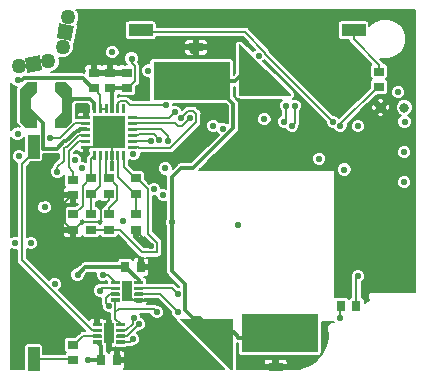
<source format=gbr>
G04 #@! TF.GenerationSoftware,KiCad,Pcbnew,(5.0.0-rc2-92-g9552e0272)*
G04 #@! TF.CreationDate,2018-06-17T01:32:07-07:00*
G04 #@! TF.ProjectId,sprite,7370726974652E6B696361645F706362,rev?*
G04 #@! TF.SameCoordinates,Original*
G04 #@! TF.FileFunction,Copper,L4,Bot,Signal*
G04 #@! TF.FilePolarity,Positive*
%FSLAX46Y46*%
G04 Gerber Fmt 4.6, Leading zero omitted, Abs format (unit mm)*
G04 Created by KiCad (PCBNEW (5.0.0-rc2-92-g9552e0272)) date Sun Jun 17 01:32:07 2018*
%MOMM*%
%LPD*%
G01*
G04 APERTURE LIST*
G04 #@! TA.AperFunction,SMDPad,CuDef*
%ADD10C,0.508000*%
G04 #@! TD*
G04 #@! TA.AperFunction,Conductor*
%ADD11C,0.076200*%
G04 #@! TD*
G04 #@! TA.AperFunction,SMDPad,CuDef*
%ADD12C,0.270000*%
G04 #@! TD*
G04 #@! TA.AperFunction,SMDPad,CuDef*
%ADD13R,0.810000X1.700000*%
G04 #@! TD*
G04 #@! TA.AperFunction,SMDPad,CuDef*
%ADD14R,0.900000X0.700000*%
G04 #@! TD*
G04 #@! TA.AperFunction,SMDPad,CuDef*
%ADD15C,0.260000*%
G04 #@! TD*
G04 #@! TA.AperFunction,SMDPad,CuDef*
%ADD16R,2.800000X2.800000*%
G04 #@! TD*
G04 #@! TA.AperFunction,SMDPad,CuDef*
%ADD17R,0.700000X0.900000*%
G04 #@! TD*
G04 #@! TA.AperFunction,SMDPad,CuDef*
%ADD18R,2.000000X1.000000*%
G04 #@! TD*
G04 #@! TA.AperFunction,SMDPad,CuDef*
%ADD19R,1.000000X2.000000*%
G04 #@! TD*
G04 #@! TA.AperFunction,ComponentPad*
%ADD20C,0.812800*%
G04 #@! TD*
G04 #@! TA.AperFunction,SMDPad,CuDef*
%ADD21C,1.524000*%
G04 #@! TD*
G04 #@! TA.AperFunction,SMDPad,CuDef*
%ADD22R,6.451600X3.251200*%
G04 #@! TD*
G04 #@! TA.AperFunction,SMDPad,CuDef*
%ADD23R,1.270000X0.635000*%
G04 #@! TD*
G04 #@! TA.AperFunction,ComponentPad*
%ADD24C,1.270000*%
G04 #@! TD*
G04 #@! TA.AperFunction,ViaPad*
%ADD25C,0.558800*%
G04 #@! TD*
G04 #@! TA.AperFunction,Conductor*
%ADD26C,0.203200*%
G04 #@! TD*
G04 #@! TA.AperFunction,Conductor*
%ADD27C,0.304800*%
G04 #@! TD*
G04 #@! TA.AperFunction,Conductor*
%ADD28C,0.152400*%
G04 #@! TD*
G04 APERTURE END LIST*
D10*
G04 #@! TO.P,L1,P$1*
G04 #@! TO.N,VCCINT*
X122453400Y-91922600D03*
D11*
G04 #@! TD*
G04 #@! TO.N,VCCINT*
G04 #@! TO.C,L1*
G36*
X122591168Y-93875759D02*
X122577099Y-93871491D01*
X122564132Y-93864560D01*
X122554144Y-93856575D01*
X122046144Y-93373975D01*
X122036528Y-93362853D01*
X122029267Y-93350068D01*
X122024640Y-93336112D01*
X122022800Y-93319600D01*
X122022800Y-90601800D01*
X122024241Y-90587168D01*
X122028509Y-90573099D01*
X122035440Y-90560132D01*
X122044767Y-90548767D01*
X122578167Y-90015367D01*
X122589532Y-90006040D01*
X122602499Y-89999109D01*
X122616568Y-89994841D01*
X122631200Y-89993400D01*
X123393200Y-89993400D01*
X123407832Y-89994841D01*
X123421901Y-89999109D01*
X123434868Y-90006040D01*
X123446233Y-90015367D01*
X123455560Y-90026732D01*
X123462491Y-90039699D01*
X123466759Y-90053768D01*
X123468200Y-90068400D01*
X123468200Y-90754200D01*
X123466759Y-90768832D01*
X123462491Y-90782901D01*
X123455560Y-90795868D01*
X123447398Y-90806042D01*
X122909400Y-91368494D01*
X122909400Y-92527506D01*
X123447398Y-93089958D01*
X123456471Y-93101528D01*
X123463112Y-93114645D01*
X123467066Y-93128806D01*
X123468200Y-93141800D01*
X123468200Y-93802200D01*
X123466759Y-93816832D01*
X123462491Y-93830901D01*
X123455560Y-93843868D01*
X123446233Y-93855233D01*
X123434868Y-93864560D01*
X123421901Y-93871491D01*
X123407832Y-93875759D01*
X123393200Y-93877200D01*
X122605800Y-93877200D01*
X122591168Y-93875759D01*
X122591168Y-93875759D01*
G37*
D10*
G04 #@! TO.P,L1,P$2*
G04 #@! TO.N,/SWN*
X126009400Y-91973400D03*
D11*
G04 #@! TD*
G04 #@! TO.N,/SWN*
G04 #@! TO.C,L1*
G36*
X125871632Y-90020241D02*
X125885701Y-90024509D01*
X125898668Y-90031440D01*
X125908656Y-90039425D01*
X126416656Y-90522025D01*
X126426272Y-90533147D01*
X126433533Y-90545932D01*
X126438160Y-90559888D01*
X126440000Y-90576400D01*
X126440000Y-93294200D01*
X126438559Y-93308832D01*
X126434291Y-93322901D01*
X126427360Y-93335868D01*
X126418033Y-93347233D01*
X125884633Y-93880633D01*
X125873268Y-93889960D01*
X125860301Y-93896891D01*
X125846232Y-93901159D01*
X125831600Y-93902600D01*
X125069600Y-93902600D01*
X125054968Y-93901159D01*
X125040899Y-93896891D01*
X125027932Y-93889960D01*
X125016567Y-93880633D01*
X125007240Y-93869268D01*
X125000309Y-93856301D01*
X124996041Y-93842232D01*
X124994600Y-93827600D01*
X124994600Y-93141800D01*
X124996041Y-93127168D01*
X125000309Y-93113099D01*
X125007240Y-93100132D01*
X125015402Y-93089958D01*
X125553400Y-92527506D01*
X125553400Y-91368494D01*
X125015402Y-90806042D01*
X125006329Y-90794472D01*
X124999688Y-90781355D01*
X124995734Y-90767194D01*
X124994600Y-90754200D01*
X124994600Y-90093800D01*
X124996041Y-90079168D01*
X125000309Y-90065099D01*
X125007240Y-90052132D01*
X125016567Y-90040767D01*
X125027932Y-90031440D01*
X125040899Y-90024509D01*
X125054968Y-90020241D01*
X125069600Y-90018800D01*
X125857000Y-90018800D01*
X125871632Y-90020241D01*
X125871632Y-90020241D01*
G37*
G04 #@! TO.N,VCCIO*
G04 #@! TO.C,U4*
G36*
X128904558Y-111867163D02*
X128907834Y-111867648D01*
X128911047Y-111868453D01*
X128914166Y-111869569D01*
X128917160Y-111870985D01*
X128920000Y-111872688D01*
X128922661Y-111874661D01*
X128925115Y-111876885D01*
X128927339Y-111879339D01*
X128929312Y-111882000D01*
X128931015Y-111884840D01*
X128932431Y-111887834D01*
X128933547Y-111890953D01*
X128934352Y-111894166D01*
X128934837Y-111897442D01*
X128935000Y-111900750D01*
X128935000Y-112103250D01*
X128934837Y-112106558D01*
X128934352Y-112109834D01*
X128933547Y-112113047D01*
X128932431Y-112116166D01*
X128931015Y-112119160D01*
X128929312Y-112122000D01*
X128927339Y-112124661D01*
X128925115Y-112127115D01*
X128922661Y-112129339D01*
X128920000Y-112131312D01*
X128917160Y-112133015D01*
X128914166Y-112134431D01*
X128911047Y-112135547D01*
X128907834Y-112136352D01*
X128904558Y-112136837D01*
X128901250Y-112137000D01*
X128208750Y-112137000D01*
X128205442Y-112136837D01*
X128202166Y-112136352D01*
X128198953Y-112135547D01*
X128195834Y-112134431D01*
X128192840Y-112133015D01*
X128190000Y-112131312D01*
X128187339Y-112129339D01*
X128184885Y-112127115D01*
X128182661Y-112124661D01*
X128180688Y-112122000D01*
X128178985Y-112119160D01*
X128177569Y-112116166D01*
X128176453Y-112113047D01*
X128175648Y-112109834D01*
X128175163Y-112106558D01*
X128175000Y-112103250D01*
X128175000Y-111900750D01*
X128175163Y-111897442D01*
X128175648Y-111894166D01*
X128176453Y-111890953D01*
X128177569Y-111887834D01*
X128178985Y-111884840D01*
X128180688Y-111882000D01*
X128182661Y-111879339D01*
X128184885Y-111876885D01*
X128187339Y-111874661D01*
X128190000Y-111872688D01*
X128192840Y-111870985D01*
X128195834Y-111869569D01*
X128198953Y-111868453D01*
X128202166Y-111867648D01*
X128205442Y-111867163D01*
X128208750Y-111867000D01*
X128901250Y-111867000D01*
X128904558Y-111867163D01*
X128904558Y-111867163D01*
G37*
D12*
G04 #@! TD*
G04 #@! TO.P,U4,1*
G04 #@! TO.N,VCCIO*
X128555000Y-112002000D03*
D11*
G04 #@! TO.N,Net-(R11-Pad1)*
G04 #@! TO.C,U4*
G36*
X128904558Y-111367163D02*
X128907834Y-111367648D01*
X128911047Y-111368453D01*
X128914166Y-111369569D01*
X128917160Y-111370985D01*
X128920000Y-111372688D01*
X128922661Y-111374661D01*
X128925115Y-111376885D01*
X128927339Y-111379339D01*
X128929312Y-111382000D01*
X128931015Y-111384840D01*
X128932431Y-111387834D01*
X128933547Y-111390953D01*
X128934352Y-111394166D01*
X128934837Y-111397442D01*
X128935000Y-111400750D01*
X128935000Y-111603250D01*
X128934837Y-111606558D01*
X128934352Y-111609834D01*
X128933547Y-111613047D01*
X128932431Y-111616166D01*
X128931015Y-111619160D01*
X128929312Y-111622000D01*
X128927339Y-111624661D01*
X128925115Y-111627115D01*
X128922661Y-111629339D01*
X128920000Y-111631312D01*
X128917160Y-111633015D01*
X128914166Y-111634431D01*
X128911047Y-111635547D01*
X128907834Y-111636352D01*
X128904558Y-111636837D01*
X128901250Y-111637000D01*
X128208750Y-111637000D01*
X128205442Y-111636837D01*
X128202166Y-111636352D01*
X128198953Y-111635547D01*
X128195834Y-111634431D01*
X128192840Y-111633015D01*
X128190000Y-111631312D01*
X128187339Y-111629339D01*
X128184885Y-111627115D01*
X128182661Y-111624661D01*
X128180688Y-111622000D01*
X128178985Y-111619160D01*
X128177569Y-111616166D01*
X128176453Y-111613047D01*
X128175648Y-111609834D01*
X128175163Y-111606558D01*
X128175000Y-111603250D01*
X128175000Y-111400750D01*
X128175163Y-111397442D01*
X128175648Y-111394166D01*
X128176453Y-111390953D01*
X128177569Y-111387834D01*
X128178985Y-111384840D01*
X128180688Y-111382000D01*
X128182661Y-111379339D01*
X128184885Y-111376885D01*
X128187339Y-111374661D01*
X128190000Y-111372688D01*
X128192840Y-111370985D01*
X128195834Y-111369569D01*
X128198953Y-111368453D01*
X128202166Y-111367648D01*
X128205442Y-111367163D01*
X128208750Y-111367000D01*
X128901250Y-111367000D01*
X128904558Y-111367163D01*
X128904558Y-111367163D01*
G37*
D12*
G04 #@! TD*
G04 #@! TO.P,U4,2*
G04 #@! TO.N,Net-(R11-Pad1)*
X128555000Y-111502000D03*
D11*
G04 #@! TO.N,Net-(L3-Pad1)*
G04 #@! TO.C,U4*
G36*
X128904558Y-110867163D02*
X128907834Y-110867648D01*
X128911047Y-110868453D01*
X128914166Y-110869569D01*
X128917160Y-110870985D01*
X128920000Y-110872688D01*
X128922661Y-110874661D01*
X128925115Y-110876885D01*
X128927339Y-110879339D01*
X128929312Y-110882000D01*
X128931015Y-110884840D01*
X128932431Y-110887834D01*
X128933547Y-110890953D01*
X128934352Y-110894166D01*
X128934837Y-110897442D01*
X128935000Y-110900750D01*
X128935000Y-111103250D01*
X128934837Y-111106558D01*
X128934352Y-111109834D01*
X128933547Y-111113047D01*
X128932431Y-111116166D01*
X128931015Y-111119160D01*
X128929312Y-111122000D01*
X128927339Y-111124661D01*
X128925115Y-111127115D01*
X128922661Y-111129339D01*
X128920000Y-111131312D01*
X128917160Y-111133015D01*
X128914166Y-111134431D01*
X128911047Y-111135547D01*
X128907834Y-111136352D01*
X128904558Y-111136837D01*
X128901250Y-111137000D01*
X128208750Y-111137000D01*
X128205442Y-111136837D01*
X128202166Y-111136352D01*
X128198953Y-111135547D01*
X128195834Y-111134431D01*
X128192840Y-111133015D01*
X128190000Y-111131312D01*
X128187339Y-111129339D01*
X128184885Y-111127115D01*
X128182661Y-111124661D01*
X128180688Y-111122000D01*
X128178985Y-111119160D01*
X128177569Y-111116166D01*
X128176453Y-111113047D01*
X128175648Y-111109834D01*
X128175163Y-111106558D01*
X128175000Y-111103250D01*
X128175000Y-110900750D01*
X128175163Y-110897442D01*
X128175648Y-110894166D01*
X128176453Y-110890953D01*
X128177569Y-110887834D01*
X128178985Y-110884840D01*
X128180688Y-110882000D01*
X128182661Y-110879339D01*
X128184885Y-110876885D01*
X128187339Y-110874661D01*
X128190000Y-110872688D01*
X128192840Y-110870985D01*
X128195834Y-110869569D01*
X128198953Y-110868453D01*
X128202166Y-110867648D01*
X128205442Y-110867163D01*
X128208750Y-110867000D01*
X128901250Y-110867000D01*
X128904558Y-110867163D01*
X128904558Y-110867163D01*
G37*
D12*
G04 #@! TD*
G04 #@! TO.P,U4,3*
G04 #@! TO.N,Net-(L3-Pad1)*
X128555000Y-111002000D03*
D11*
G04 #@! TO.N,GND*
G04 #@! TO.C,U4*
G36*
X128904558Y-110367163D02*
X128907834Y-110367648D01*
X128911047Y-110368453D01*
X128914166Y-110369569D01*
X128917160Y-110370985D01*
X128920000Y-110372688D01*
X128922661Y-110374661D01*
X128925115Y-110376885D01*
X128927339Y-110379339D01*
X128929312Y-110382000D01*
X128931015Y-110384840D01*
X128932431Y-110387834D01*
X128933547Y-110390953D01*
X128934352Y-110394166D01*
X128934837Y-110397442D01*
X128935000Y-110400750D01*
X128935000Y-110603250D01*
X128934837Y-110606558D01*
X128934352Y-110609834D01*
X128933547Y-110613047D01*
X128932431Y-110616166D01*
X128931015Y-110619160D01*
X128929312Y-110622000D01*
X128927339Y-110624661D01*
X128925115Y-110627115D01*
X128922661Y-110629339D01*
X128920000Y-110631312D01*
X128917160Y-110633015D01*
X128914166Y-110634431D01*
X128911047Y-110635547D01*
X128907834Y-110636352D01*
X128904558Y-110636837D01*
X128901250Y-110637000D01*
X128208750Y-110637000D01*
X128205442Y-110636837D01*
X128202166Y-110636352D01*
X128198953Y-110635547D01*
X128195834Y-110634431D01*
X128192840Y-110633015D01*
X128190000Y-110631312D01*
X128187339Y-110629339D01*
X128184885Y-110627115D01*
X128182661Y-110624661D01*
X128180688Y-110622000D01*
X128178985Y-110619160D01*
X128177569Y-110616166D01*
X128176453Y-110613047D01*
X128175648Y-110609834D01*
X128175163Y-110606558D01*
X128175000Y-110603250D01*
X128175000Y-110400750D01*
X128175163Y-110397442D01*
X128175648Y-110394166D01*
X128176453Y-110390953D01*
X128177569Y-110387834D01*
X128178985Y-110384840D01*
X128180688Y-110382000D01*
X128182661Y-110379339D01*
X128184885Y-110376885D01*
X128187339Y-110374661D01*
X128190000Y-110372688D01*
X128192840Y-110370985D01*
X128195834Y-110369569D01*
X128198953Y-110368453D01*
X128202166Y-110367648D01*
X128205442Y-110367163D01*
X128208750Y-110367000D01*
X128901250Y-110367000D01*
X128904558Y-110367163D01*
X128904558Y-110367163D01*
G37*
D12*
G04 #@! TD*
G04 #@! TO.P,U4,4*
G04 #@! TO.N,GND*
X128555000Y-110502000D03*
D11*
G04 #@! TO.N,/PWM2*
G04 #@! TO.C,U4*
G36*
X130874558Y-110367163D02*
X130877834Y-110367648D01*
X130881047Y-110368453D01*
X130884166Y-110369569D01*
X130887160Y-110370985D01*
X130890000Y-110372688D01*
X130892661Y-110374661D01*
X130895115Y-110376885D01*
X130897339Y-110379339D01*
X130899312Y-110382000D01*
X130901015Y-110384840D01*
X130902431Y-110387834D01*
X130903547Y-110390953D01*
X130904352Y-110394166D01*
X130904837Y-110397442D01*
X130905000Y-110400750D01*
X130905000Y-110603250D01*
X130904837Y-110606558D01*
X130904352Y-110609834D01*
X130903547Y-110613047D01*
X130902431Y-110616166D01*
X130901015Y-110619160D01*
X130899312Y-110622000D01*
X130897339Y-110624661D01*
X130895115Y-110627115D01*
X130892661Y-110629339D01*
X130890000Y-110631312D01*
X130887160Y-110633015D01*
X130884166Y-110634431D01*
X130881047Y-110635547D01*
X130877834Y-110636352D01*
X130874558Y-110636837D01*
X130871250Y-110637000D01*
X130178750Y-110637000D01*
X130175442Y-110636837D01*
X130172166Y-110636352D01*
X130168953Y-110635547D01*
X130165834Y-110634431D01*
X130162840Y-110633015D01*
X130160000Y-110631312D01*
X130157339Y-110629339D01*
X130154885Y-110627115D01*
X130152661Y-110624661D01*
X130150688Y-110622000D01*
X130148985Y-110619160D01*
X130147569Y-110616166D01*
X130146453Y-110613047D01*
X130145648Y-110609834D01*
X130145163Y-110606558D01*
X130145000Y-110603250D01*
X130145000Y-110400750D01*
X130145163Y-110397442D01*
X130145648Y-110394166D01*
X130146453Y-110390953D01*
X130147569Y-110387834D01*
X130148985Y-110384840D01*
X130150688Y-110382000D01*
X130152661Y-110379339D01*
X130154885Y-110376885D01*
X130157339Y-110374661D01*
X130160000Y-110372688D01*
X130162840Y-110370985D01*
X130165834Y-110369569D01*
X130168953Y-110368453D01*
X130172166Y-110367648D01*
X130175442Y-110367163D01*
X130178750Y-110367000D01*
X130871250Y-110367000D01*
X130874558Y-110367163D01*
X130874558Y-110367163D01*
G37*
D12*
G04 #@! TD*
G04 #@! TO.P,U4,5*
G04 #@! TO.N,/PWM2*
X130525000Y-110502000D03*
D11*
G04 #@! TO.N,/PWM1*
G04 #@! TO.C,U4*
G36*
X130874558Y-110867163D02*
X130877834Y-110867648D01*
X130881047Y-110868453D01*
X130884166Y-110869569D01*
X130887160Y-110870985D01*
X130890000Y-110872688D01*
X130892661Y-110874661D01*
X130895115Y-110876885D01*
X130897339Y-110879339D01*
X130899312Y-110882000D01*
X130901015Y-110884840D01*
X130902431Y-110887834D01*
X130903547Y-110890953D01*
X130904352Y-110894166D01*
X130904837Y-110897442D01*
X130905000Y-110900750D01*
X130905000Y-111103250D01*
X130904837Y-111106558D01*
X130904352Y-111109834D01*
X130903547Y-111113047D01*
X130902431Y-111116166D01*
X130901015Y-111119160D01*
X130899312Y-111122000D01*
X130897339Y-111124661D01*
X130895115Y-111127115D01*
X130892661Y-111129339D01*
X130890000Y-111131312D01*
X130887160Y-111133015D01*
X130884166Y-111134431D01*
X130881047Y-111135547D01*
X130877834Y-111136352D01*
X130874558Y-111136837D01*
X130871250Y-111137000D01*
X130178750Y-111137000D01*
X130175442Y-111136837D01*
X130172166Y-111136352D01*
X130168953Y-111135547D01*
X130165834Y-111134431D01*
X130162840Y-111133015D01*
X130160000Y-111131312D01*
X130157339Y-111129339D01*
X130154885Y-111127115D01*
X130152661Y-111124661D01*
X130150688Y-111122000D01*
X130148985Y-111119160D01*
X130147569Y-111116166D01*
X130146453Y-111113047D01*
X130145648Y-111109834D01*
X130145163Y-111106558D01*
X130145000Y-111103250D01*
X130145000Y-110900750D01*
X130145163Y-110897442D01*
X130145648Y-110894166D01*
X130146453Y-110890953D01*
X130147569Y-110887834D01*
X130148985Y-110884840D01*
X130150688Y-110882000D01*
X130152661Y-110879339D01*
X130154885Y-110876885D01*
X130157339Y-110874661D01*
X130160000Y-110872688D01*
X130162840Y-110870985D01*
X130165834Y-110869569D01*
X130168953Y-110868453D01*
X130172166Y-110867648D01*
X130175442Y-110867163D01*
X130178750Y-110867000D01*
X130871250Y-110867000D01*
X130874558Y-110867163D01*
X130874558Y-110867163D01*
G37*
D12*
G04 #@! TD*
G04 #@! TO.P,U4,6*
G04 #@! TO.N,/PWM1*
X130525000Y-111002000D03*
D11*
G04 #@! TO.N,/EN_1*
G04 #@! TO.C,U4*
G36*
X130874558Y-111367163D02*
X130877834Y-111367648D01*
X130881047Y-111368453D01*
X130884166Y-111369569D01*
X130887160Y-111370985D01*
X130890000Y-111372688D01*
X130892661Y-111374661D01*
X130895115Y-111376885D01*
X130897339Y-111379339D01*
X130899312Y-111382000D01*
X130901015Y-111384840D01*
X130902431Y-111387834D01*
X130903547Y-111390953D01*
X130904352Y-111394166D01*
X130904837Y-111397442D01*
X130905000Y-111400750D01*
X130905000Y-111603250D01*
X130904837Y-111606558D01*
X130904352Y-111609834D01*
X130903547Y-111613047D01*
X130902431Y-111616166D01*
X130901015Y-111619160D01*
X130899312Y-111622000D01*
X130897339Y-111624661D01*
X130895115Y-111627115D01*
X130892661Y-111629339D01*
X130890000Y-111631312D01*
X130887160Y-111633015D01*
X130884166Y-111634431D01*
X130881047Y-111635547D01*
X130877834Y-111636352D01*
X130874558Y-111636837D01*
X130871250Y-111637000D01*
X130178750Y-111637000D01*
X130175442Y-111636837D01*
X130172166Y-111636352D01*
X130168953Y-111635547D01*
X130165834Y-111634431D01*
X130162840Y-111633015D01*
X130160000Y-111631312D01*
X130157339Y-111629339D01*
X130154885Y-111627115D01*
X130152661Y-111624661D01*
X130150688Y-111622000D01*
X130148985Y-111619160D01*
X130147569Y-111616166D01*
X130146453Y-111613047D01*
X130145648Y-111609834D01*
X130145163Y-111606558D01*
X130145000Y-111603250D01*
X130145000Y-111400750D01*
X130145163Y-111397442D01*
X130145648Y-111394166D01*
X130146453Y-111390953D01*
X130147569Y-111387834D01*
X130148985Y-111384840D01*
X130150688Y-111382000D01*
X130152661Y-111379339D01*
X130154885Y-111376885D01*
X130157339Y-111374661D01*
X130160000Y-111372688D01*
X130162840Y-111370985D01*
X130165834Y-111369569D01*
X130168953Y-111368453D01*
X130172166Y-111367648D01*
X130175442Y-111367163D01*
X130178750Y-111367000D01*
X130871250Y-111367000D01*
X130874558Y-111367163D01*
X130874558Y-111367163D01*
G37*
D12*
G04 #@! TD*
G04 #@! TO.P,U4,7*
G04 #@! TO.N,/EN_1*
X130525000Y-111502000D03*
D11*
G04 #@! TO.N,VCC*
G04 #@! TO.C,U4*
G36*
X130874558Y-111867163D02*
X130877834Y-111867648D01*
X130881047Y-111868453D01*
X130884166Y-111869569D01*
X130887160Y-111870985D01*
X130890000Y-111872688D01*
X130892661Y-111874661D01*
X130895115Y-111876885D01*
X130897339Y-111879339D01*
X130899312Y-111882000D01*
X130901015Y-111884840D01*
X130902431Y-111887834D01*
X130903547Y-111890953D01*
X130904352Y-111894166D01*
X130904837Y-111897442D01*
X130905000Y-111900750D01*
X130905000Y-112103250D01*
X130904837Y-112106558D01*
X130904352Y-112109834D01*
X130903547Y-112113047D01*
X130902431Y-112116166D01*
X130901015Y-112119160D01*
X130899312Y-112122000D01*
X130897339Y-112124661D01*
X130895115Y-112127115D01*
X130892661Y-112129339D01*
X130890000Y-112131312D01*
X130887160Y-112133015D01*
X130884166Y-112134431D01*
X130881047Y-112135547D01*
X130877834Y-112136352D01*
X130874558Y-112136837D01*
X130871250Y-112137000D01*
X130178750Y-112137000D01*
X130175442Y-112136837D01*
X130172166Y-112136352D01*
X130168953Y-112135547D01*
X130165834Y-112134431D01*
X130162840Y-112133015D01*
X130160000Y-112131312D01*
X130157339Y-112129339D01*
X130154885Y-112127115D01*
X130152661Y-112124661D01*
X130150688Y-112122000D01*
X130148985Y-112119160D01*
X130147569Y-112116166D01*
X130146453Y-112113047D01*
X130145648Y-112109834D01*
X130145163Y-112106558D01*
X130145000Y-112103250D01*
X130145000Y-111900750D01*
X130145163Y-111897442D01*
X130145648Y-111894166D01*
X130146453Y-111890953D01*
X130147569Y-111887834D01*
X130148985Y-111884840D01*
X130150688Y-111882000D01*
X130152661Y-111879339D01*
X130154885Y-111876885D01*
X130157339Y-111874661D01*
X130160000Y-111872688D01*
X130162840Y-111870985D01*
X130165834Y-111869569D01*
X130168953Y-111868453D01*
X130172166Y-111867648D01*
X130175442Y-111867163D01*
X130178750Y-111867000D01*
X130871250Y-111867000D01*
X130874558Y-111867163D01*
X130874558Y-111867163D01*
G37*
D12*
G04 #@! TD*
G04 #@! TO.P,U4,8*
G04 #@! TO.N,VCC*
X130525000Y-112002000D03*
D13*
G04 #@! TO.P,U4,9*
G04 #@! TO.N,GND*
X129540000Y-111252000D03*
G04 #@! TD*
D11*
G04 #@! TO.N,VCCIO*
G04 #@! TO.C,U7*
G36*
X132398558Y-106811163D02*
X132401834Y-106811648D01*
X132405047Y-106812453D01*
X132408166Y-106813569D01*
X132411160Y-106814985D01*
X132414000Y-106816688D01*
X132416661Y-106818661D01*
X132419115Y-106820885D01*
X132421339Y-106823339D01*
X132423312Y-106826000D01*
X132425015Y-106828840D01*
X132426431Y-106831834D01*
X132427547Y-106834953D01*
X132428352Y-106838166D01*
X132428837Y-106841442D01*
X132429000Y-106844750D01*
X132429000Y-107047250D01*
X132428837Y-107050558D01*
X132428352Y-107053834D01*
X132427547Y-107057047D01*
X132426431Y-107060166D01*
X132425015Y-107063160D01*
X132423312Y-107066000D01*
X132421339Y-107068661D01*
X132419115Y-107071115D01*
X132416661Y-107073339D01*
X132414000Y-107075312D01*
X132411160Y-107077015D01*
X132408166Y-107078431D01*
X132405047Y-107079547D01*
X132401834Y-107080352D01*
X132398558Y-107080837D01*
X132395250Y-107081000D01*
X131702750Y-107081000D01*
X131699442Y-107080837D01*
X131696166Y-107080352D01*
X131692953Y-107079547D01*
X131689834Y-107078431D01*
X131686840Y-107077015D01*
X131684000Y-107075312D01*
X131681339Y-107073339D01*
X131678885Y-107071115D01*
X131676661Y-107068661D01*
X131674688Y-107066000D01*
X131672985Y-107063160D01*
X131671569Y-107060166D01*
X131670453Y-107057047D01*
X131669648Y-107053834D01*
X131669163Y-107050558D01*
X131669000Y-107047250D01*
X131669000Y-106844750D01*
X131669163Y-106841442D01*
X131669648Y-106838166D01*
X131670453Y-106834953D01*
X131671569Y-106831834D01*
X131672985Y-106828840D01*
X131674688Y-106826000D01*
X131676661Y-106823339D01*
X131678885Y-106820885D01*
X131681339Y-106818661D01*
X131684000Y-106816688D01*
X131686840Y-106814985D01*
X131689834Y-106813569D01*
X131692953Y-106812453D01*
X131696166Y-106811648D01*
X131699442Y-106811163D01*
X131702750Y-106811000D01*
X132395250Y-106811000D01*
X132398558Y-106811163D01*
X132398558Y-106811163D01*
G37*
D12*
G04 #@! TD*
G04 #@! TO.P,U7,1*
G04 #@! TO.N,VCCIO*
X132049000Y-106946000D03*
D11*
G04 #@! TO.N,Net-(R22-Pad1)*
G04 #@! TO.C,U7*
G36*
X132398558Y-107311163D02*
X132401834Y-107311648D01*
X132405047Y-107312453D01*
X132408166Y-107313569D01*
X132411160Y-107314985D01*
X132414000Y-107316688D01*
X132416661Y-107318661D01*
X132419115Y-107320885D01*
X132421339Y-107323339D01*
X132423312Y-107326000D01*
X132425015Y-107328840D01*
X132426431Y-107331834D01*
X132427547Y-107334953D01*
X132428352Y-107338166D01*
X132428837Y-107341442D01*
X132429000Y-107344750D01*
X132429000Y-107547250D01*
X132428837Y-107550558D01*
X132428352Y-107553834D01*
X132427547Y-107557047D01*
X132426431Y-107560166D01*
X132425015Y-107563160D01*
X132423312Y-107566000D01*
X132421339Y-107568661D01*
X132419115Y-107571115D01*
X132416661Y-107573339D01*
X132414000Y-107575312D01*
X132411160Y-107577015D01*
X132408166Y-107578431D01*
X132405047Y-107579547D01*
X132401834Y-107580352D01*
X132398558Y-107580837D01*
X132395250Y-107581000D01*
X131702750Y-107581000D01*
X131699442Y-107580837D01*
X131696166Y-107580352D01*
X131692953Y-107579547D01*
X131689834Y-107578431D01*
X131686840Y-107577015D01*
X131684000Y-107575312D01*
X131681339Y-107573339D01*
X131678885Y-107571115D01*
X131676661Y-107568661D01*
X131674688Y-107566000D01*
X131672985Y-107563160D01*
X131671569Y-107560166D01*
X131670453Y-107557047D01*
X131669648Y-107553834D01*
X131669163Y-107550558D01*
X131669000Y-107547250D01*
X131669000Y-107344750D01*
X131669163Y-107341442D01*
X131669648Y-107338166D01*
X131670453Y-107334953D01*
X131671569Y-107331834D01*
X131672985Y-107328840D01*
X131674688Y-107326000D01*
X131676661Y-107323339D01*
X131678885Y-107320885D01*
X131681339Y-107318661D01*
X131684000Y-107316688D01*
X131686840Y-107314985D01*
X131689834Y-107313569D01*
X131692953Y-107312453D01*
X131696166Y-107311648D01*
X131699442Y-107311163D01*
X131702750Y-107311000D01*
X132395250Y-107311000D01*
X132398558Y-107311163D01*
X132398558Y-107311163D01*
G37*
D12*
G04 #@! TD*
G04 #@! TO.P,U7,2*
G04 #@! TO.N,Net-(R22-Pad1)*
X132049000Y-107446000D03*
D11*
G04 #@! TO.N,Net-(R22-Pad2)*
G04 #@! TO.C,U7*
G36*
X132398558Y-107811163D02*
X132401834Y-107811648D01*
X132405047Y-107812453D01*
X132408166Y-107813569D01*
X132411160Y-107814985D01*
X132414000Y-107816688D01*
X132416661Y-107818661D01*
X132419115Y-107820885D01*
X132421339Y-107823339D01*
X132423312Y-107826000D01*
X132425015Y-107828840D01*
X132426431Y-107831834D01*
X132427547Y-107834953D01*
X132428352Y-107838166D01*
X132428837Y-107841442D01*
X132429000Y-107844750D01*
X132429000Y-108047250D01*
X132428837Y-108050558D01*
X132428352Y-108053834D01*
X132427547Y-108057047D01*
X132426431Y-108060166D01*
X132425015Y-108063160D01*
X132423312Y-108066000D01*
X132421339Y-108068661D01*
X132419115Y-108071115D01*
X132416661Y-108073339D01*
X132414000Y-108075312D01*
X132411160Y-108077015D01*
X132408166Y-108078431D01*
X132405047Y-108079547D01*
X132401834Y-108080352D01*
X132398558Y-108080837D01*
X132395250Y-108081000D01*
X131702750Y-108081000D01*
X131699442Y-108080837D01*
X131696166Y-108080352D01*
X131692953Y-108079547D01*
X131689834Y-108078431D01*
X131686840Y-108077015D01*
X131684000Y-108075312D01*
X131681339Y-108073339D01*
X131678885Y-108071115D01*
X131676661Y-108068661D01*
X131674688Y-108066000D01*
X131672985Y-108063160D01*
X131671569Y-108060166D01*
X131670453Y-108057047D01*
X131669648Y-108053834D01*
X131669163Y-108050558D01*
X131669000Y-108047250D01*
X131669000Y-107844750D01*
X131669163Y-107841442D01*
X131669648Y-107838166D01*
X131670453Y-107834953D01*
X131671569Y-107831834D01*
X131672985Y-107828840D01*
X131674688Y-107826000D01*
X131676661Y-107823339D01*
X131678885Y-107820885D01*
X131681339Y-107818661D01*
X131684000Y-107816688D01*
X131686840Y-107814985D01*
X131689834Y-107813569D01*
X131692953Y-107812453D01*
X131696166Y-107811648D01*
X131699442Y-107811163D01*
X131702750Y-107811000D01*
X132395250Y-107811000D01*
X132398558Y-107811163D01*
X132398558Y-107811163D01*
G37*
D12*
G04 #@! TD*
G04 #@! TO.P,U7,3*
G04 #@! TO.N,Net-(R22-Pad2)*
X132049000Y-107946000D03*
D11*
G04 #@! TO.N,GND*
G04 #@! TO.C,U7*
G36*
X132398558Y-108311163D02*
X132401834Y-108311648D01*
X132405047Y-108312453D01*
X132408166Y-108313569D01*
X132411160Y-108314985D01*
X132414000Y-108316688D01*
X132416661Y-108318661D01*
X132419115Y-108320885D01*
X132421339Y-108323339D01*
X132423312Y-108326000D01*
X132425015Y-108328840D01*
X132426431Y-108331834D01*
X132427547Y-108334953D01*
X132428352Y-108338166D01*
X132428837Y-108341442D01*
X132429000Y-108344750D01*
X132429000Y-108547250D01*
X132428837Y-108550558D01*
X132428352Y-108553834D01*
X132427547Y-108557047D01*
X132426431Y-108560166D01*
X132425015Y-108563160D01*
X132423312Y-108566000D01*
X132421339Y-108568661D01*
X132419115Y-108571115D01*
X132416661Y-108573339D01*
X132414000Y-108575312D01*
X132411160Y-108577015D01*
X132408166Y-108578431D01*
X132405047Y-108579547D01*
X132401834Y-108580352D01*
X132398558Y-108580837D01*
X132395250Y-108581000D01*
X131702750Y-108581000D01*
X131699442Y-108580837D01*
X131696166Y-108580352D01*
X131692953Y-108579547D01*
X131689834Y-108578431D01*
X131686840Y-108577015D01*
X131684000Y-108575312D01*
X131681339Y-108573339D01*
X131678885Y-108571115D01*
X131676661Y-108568661D01*
X131674688Y-108566000D01*
X131672985Y-108563160D01*
X131671569Y-108560166D01*
X131670453Y-108557047D01*
X131669648Y-108553834D01*
X131669163Y-108550558D01*
X131669000Y-108547250D01*
X131669000Y-108344750D01*
X131669163Y-108341442D01*
X131669648Y-108338166D01*
X131670453Y-108334953D01*
X131671569Y-108331834D01*
X131672985Y-108328840D01*
X131674688Y-108326000D01*
X131676661Y-108323339D01*
X131678885Y-108320885D01*
X131681339Y-108318661D01*
X131684000Y-108316688D01*
X131686840Y-108314985D01*
X131689834Y-108313569D01*
X131692953Y-108312453D01*
X131696166Y-108311648D01*
X131699442Y-108311163D01*
X131702750Y-108311000D01*
X132395250Y-108311000D01*
X132398558Y-108311163D01*
X132398558Y-108311163D01*
G37*
D12*
G04 #@! TD*
G04 #@! TO.P,U7,4*
G04 #@! TO.N,GND*
X132049000Y-108446000D03*
D11*
G04 #@! TO.N,/PWM2*
G04 #@! TO.C,U7*
G36*
X130428558Y-108311163D02*
X130431834Y-108311648D01*
X130435047Y-108312453D01*
X130438166Y-108313569D01*
X130441160Y-108314985D01*
X130444000Y-108316688D01*
X130446661Y-108318661D01*
X130449115Y-108320885D01*
X130451339Y-108323339D01*
X130453312Y-108326000D01*
X130455015Y-108328840D01*
X130456431Y-108331834D01*
X130457547Y-108334953D01*
X130458352Y-108338166D01*
X130458837Y-108341442D01*
X130459000Y-108344750D01*
X130459000Y-108547250D01*
X130458837Y-108550558D01*
X130458352Y-108553834D01*
X130457547Y-108557047D01*
X130456431Y-108560166D01*
X130455015Y-108563160D01*
X130453312Y-108566000D01*
X130451339Y-108568661D01*
X130449115Y-108571115D01*
X130446661Y-108573339D01*
X130444000Y-108575312D01*
X130441160Y-108577015D01*
X130438166Y-108578431D01*
X130435047Y-108579547D01*
X130431834Y-108580352D01*
X130428558Y-108580837D01*
X130425250Y-108581000D01*
X129732750Y-108581000D01*
X129729442Y-108580837D01*
X129726166Y-108580352D01*
X129722953Y-108579547D01*
X129719834Y-108578431D01*
X129716840Y-108577015D01*
X129714000Y-108575312D01*
X129711339Y-108573339D01*
X129708885Y-108571115D01*
X129706661Y-108568661D01*
X129704688Y-108566000D01*
X129702985Y-108563160D01*
X129701569Y-108560166D01*
X129700453Y-108557047D01*
X129699648Y-108553834D01*
X129699163Y-108550558D01*
X129699000Y-108547250D01*
X129699000Y-108344750D01*
X129699163Y-108341442D01*
X129699648Y-108338166D01*
X129700453Y-108334953D01*
X129701569Y-108331834D01*
X129702985Y-108328840D01*
X129704688Y-108326000D01*
X129706661Y-108323339D01*
X129708885Y-108320885D01*
X129711339Y-108318661D01*
X129714000Y-108316688D01*
X129716840Y-108314985D01*
X129719834Y-108313569D01*
X129722953Y-108312453D01*
X129726166Y-108311648D01*
X129729442Y-108311163D01*
X129732750Y-108311000D01*
X130425250Y-108311000D01*
X130428558Y-108311163D01*
X130428558Y-108311163D01*
G37*
D12*
G04 #@! TD*
G04 #@! TO.P,U7,5*
G04 #@! TO.N,/PWM2*
X130079000Y-108446000D03*
D11*
G04 #@! TO.N,/PWM1*
G04 #@! TO.C,U7*
G36*
X130428558Y-107811163D02*
X130431834Y-107811648D01*
X130435047Y-107812453D01*
X130438166Y-107813569D01*
X130441160Y-107814985D01*
X130444000Y-107816688D01*
X130446661Y-107818661D01*
X130449115Y-107820885D01*
X130451339Y-107823339D01*
X130453312Y-107826000D01*
X130455015Y-107828840D01*
X130456431Y-107831834D01*
X130457547Y-107834953D01*
X130458352Y-107838166D01*
X130458837Y-107841442D01*
X130459000Y-107844750D01*
X130459000Y-108047250D01*
X130458837Y-108050558D01*
X130458352Y-108053834D01*
X130457547Y-108057047D01*
X130456431Y-108060166D01*
X130455015Y-108063160D01*
X130453312Y-108066000D01*
X130451339Y-108068661D01*
X130449115Y-108071115D01*
X130446661Y-108073339D01*
X130444000Y-108075312D01*
X130441160Y-108077015D01*
X130438166Y-108078431D01*
X130435047Y-108079547D01*
X130431834Y-108080352D01*
X130428558Y-108080837D01*
X130425250Y-108081000D01*
X129732750Y-108081000D01*
X129729442Y-108080837D01*
X129726166Y-108080352D01*
X129722953Y-108079547D01*
X129719834Y-108078431D01*
X129716840Y-108077015D01*
X129714000Y-108075312D01*
X129711339Y-108073339D01*
X129708885Y-108071115D01*
X129706661Y-108068661D01*
X129704688Y-108066000D01*
X129702985Y-108063160D01*
X129701569Y-108060166D01*
X129700453Y-108057047D01*
X129699648Y-108053834D01*
X129699163Y-108050558D01*
X129699000Y-108047250D01*
X129699000Y-107844750D01*
X129699163Y-107841442D01*
X129699648Y-107838166D01*
X129700453Y-107834953D01*
X129701569Y-107831834D01*
X129702985Y-107828840D01*
X129704688Y-107826000D01*
X129706661Y-107823339D01*
X129708885Y-107820885D01*
X129711339Y-107818661D01*
X129714000Y-107816688D01*
X129716840Y-107814985D01*
X129719834Y-107813569D01*
X129722953Y-107812453D01*
X129726166Y-107811648D01*
X129729442Y-107811163D01*
X129732750Y-107811000D01*
X130425250Y-107811000D01*
X130428558Y-107811163D01*
X130428558Y-107811163D01*
G37*
D12*
G04 #@! TD*
G04 #@! TO.P,U7,6*
G04 #@! TO.N,/PWM1*
X130079000Y-107946000D03*
D11*
G04 #@! TO.N,/EN_3*
G04 #@! TO.C,U7*
G36*
X130428558Y-107311163D02*
X130431834Y-107311648D01*
X130435047Y-107312453D01*
X130438166Y-107313569D01*
X130441160Y-107314985D01*
X130444000Y-107316688D01*
X130446661Y-107318661D01*
X130449115Y-107320885D01*
X130451339Y-107323339D01*
X130453312Y-107326000D01*
X130455015Y-107328840D01*
X130456431Y-107331834D01*
X130457547Y-107334953D01*
X130458352Y-107338166D01*
X130458837Y-107341442D01*
X130459000Y-107344750D01*
X130459000Y-107547250D01*
X130458837Y-107550558D01*
X130458352Y-107553834D01*
X130457547Y-107557047D01*
X130456431Y-107560166D01*
X130455015Y-107563160D01*
X130453312Y-107566000D01*
X130451339Y-107568661D01*
X130449115Y-107571115D01*
X130446661Y-107573339D01*
X130444000Y-107575312D01*
X130441160Y-107577015D01*
X130438166Y-107578431D01*
X130435047Y-107579547D01*
X130431834Y-107580352D01*
X130428558Y-107580837D01*
X130425250Y-107581000D01*
X129732750Y-107581000D01*
X129729442Y-107580837D01*
X129726166Y-107580352D01*
X129722953Y-107579547D01*
X129719834Y-107578431D01*
X129716840Y-107577015D01*
X129714000Y-107575312D01*
X129711339Y-107573339D01*
X129708885Y-107571115D01*
X129706661Y-107568661D01*
X129704688Y-107566000D01*
X129702985Y-107563160D01*
X129701569Y-107560166D01*
X129700453Y-107557047D01*
X129699648Y-107553834D01*
X129699163Y-107550558D01*
X129699000Y-107547250D01*
X129699000Y-107344750D01*
X129699163Y-107341442D01*
X129699648Y-107338166D01*
X129700453Y-107334953D01*
X129701569Y-107331834D01*
X129702985Y-107328840D01*
X129704688Y-107326000D01*
X129706661Y-107323339D01*
X129708885Y-107320885D01*
X129711339Y-107318661D01*
X129714000Y-107316688D01*
X129716840Y-107314985D01*
X129719834Y-107313569D01*
X129722953Y-107312453D01*
X129726166Y-107311648D01*
X129729442Y-107311163D01*
X129732750Y-107311000D01*
X130425250Y-107311000D01*
X130428558Y-107311163D01*
X130428558Y-107311163D01*
G37*
D12*
G04 #@! TD*
G04 #@! TO.P,U7,7*
G04 #@! TO.N,/EN_3*
X130079000Y-107446000D03*
D11*
G04 #@! TO.N,VCC*
G04 #@! TO.C,U7*
G36*
X130428558Y-106811163D02*
X130431834Y-106811648D01*
X130435047Y-106812453D01*
X130438166Y-106813569D01*
X130441160Y-106814985D01*
X130444000Y-106816688D01*
X130446661Y-106818661D01*
X130449115Y-106820885D01*
X130451339Y-106823339D01*
X130453312Y-106826000D01*
X130455015Y-106828840D01*
X130456431Y-106831834D01*
X130457547Y-106834953D01*
X130458352Y-106838166D01*
X130458837Y-106841442D01*
X130459000Y-106844750D01*
X130459000Y-107047250D01*
X130458837Y-107050558D01*
X130458352Y-107053834D01*
X130457547Y-107057047D01*
X130456431Y-107060166D01*
X130455015Y-107063160D01*
X130453312Y-107066000D01*
X130451339Y-107068661D01*
X130449115Y-107071115D01*
X130446661Y-107073339D01*
X130444000Y-107075312D01*
X130441160Y-107077015D01*
X130438166Y-107078431D01*
X130435047Y-107079547D01*
X130431834Y-107080352D01*
X130428558Y-107080837D01*
X130425250Y-107081000D01*
X129732750Y-107081000D01*
X129729442Y-107080837D01*
X129726166Y-107080352D01*
X129722953Y-107079547D01*
X129719834Y-107078431D01*
X129716840Y-107077015D01*
X129714000Y-107075312D01*
X129711339Y-107073339D01*
X129708885Y-107071115D01*
X129706661Y-107068661D01*
X129704688Y-107066000D01*
X129702985Y-107063160D01*
X129701569Y-107060166D01*
X129700453Y-107057047D01*
X129699648Y-107053834D01*
X129699163Y-107050558D01*
X129699000Y-107047250D01*
X129699000Y-106844750D01*
X129699163Y-106841442D01*
X129699648Y-106838166D01*
X129700453Y-106834953D01*
X129701569Y-106831834D01*
X129702985Y-106828840D01*
X129704688Y-106826000D01*
X129706661Y-106823339D01*
X129708885Y-106820885D01*
X129711339Y-106818661D01*
X129714000Y-106816688D01*
X129716840Y-106814985D01*
X129719834Y-106813569D01*
X129722953Y-106812453D01*
X129726166Y-106811648D01*
X129729442Y-106811163D01*
X129732750Y-106811000D01*
X130425250Y-106811000D01*
X130428558Y-106811163D01*
X130428558Y-106811163D01*
G37*
D12*
G04 #@! TD*
G04 #@! TO.P,U7,8*
G04 #@! TO.N,VCC*
X130079000Y-106946000D03*
D13*
G04 #@! TO.P,U7,9*
G04 #@! TO.N,GND*
X131064000Y-107696000D03*
G04 #@! TD*
D14*
G04 #@! TO.P,R17,2*
G04 #@! TO.N,/SETHYS*
X126492000Y-101204000D03*
G04 #@! TO.P,R17,1*
G04 #@! TO.N,GND*
X126492000Y-102504000D03*
G04 #@! TD*
G04 #@! TO.P,R20,2*
G04 #@! TO.N,/REF*
X129540000Y-102504000D03*
G04 #@! TO.P,R20,1*
G04 #@! TO.N,/TERM*
X129540000Y-101204000D03*
G04 #@! TD*
D11*
G04 #@! TO.N,/REG_D0*
G04 #@! TO.C,U5*
G36*
X131892892Y-95372118D02*
X131893775Y-95372249D01*
X131894642Y-95372466D01*
X131895482Y-95372767D01*
X131896290Y-95373149D01*
X131897056Y-95373608D01*
X131897773Y-95374140D01*
X131898435Y-95374739D01*
X131899034Y-95375401D01*
X131899566Y-95376118D01*
X131900025Y-95376884D01*
X131900407Y-95377692D01*
X131900708Y-95378532D01*
X131900925Y-95379399D01*
X131901056Y-95380282D01*
X131901100Y-95381174D01*
X131901100Y-95622974D01*
X131901056Y-95623866D01*
X131900925Y-95624749D01*
X131900708Y-95625616D01*
X131900407Y-95626456D01*
X131900025Y-95627264D01*
X131899566Y-95628030D01*
X131899034Y-95628747D01*
X131898435Y-95629409D01*
X131897773Y-95630008D01*
X131897056Y-95630540D01*
X131896290Y-95630999D01*
X131895482Y-95631381D01*
X131894642Y-95631682D01*
X131893775Y-95631899D01*
X131892892Y-95632030D01*
X131892000Y-95632074D01*
X131150200Y-95632074D01*
X131149308Y-95632030D01*
X131148425Y-95631899D01*
X131147558Y-95631682D01*
X131146718Y-95631381D01*
X131145910Y-95630999D01*
X131145144Y-95630540D01*
X131144427Y-95630008D01*
X131143765Y-95629409D01*
X131143166Y-95628747D01*
X131142634Y-95628030D01*
X131142175Y-95627264D01*
X131141793Y-95626456D01*
X131141492Y-95625616D01*
X131141275Y-95624749D01*
X131141144Y-95623866D01*
X131141100Y-95622974D01*
X131141100Y-95381174D01*
X131141144Y-95380282D01*
X131141275Y-95379399D01*
X131141492Y-95378532D01*
X131141793Y-95377692D01*
X131142175Y-95376884D01*
X131142634Y-95376118D01*
X131143166Y-95375401D01*
X131143765Y-95374739D01*
X131144427Y-95374140D01*
X131145144Y-95373608D01*
X131145910Y-95373149D01*
X131146718Y-95372767D01*
X131147558Y-95372466D01*
X131148425Y-95372249D01*
X131149308Y-95372118D01*
X131150200Y-95372074D01*
X131892000Y-95372074D01*
X131892892Y-95372118D01*
X131892892Y-95372118D01*
G37*
D15*
G04 #@! TD*
G04 #@! TO.P,U5,24*
G04 #@! TO.N,/REG_D0*
X131521100Y-95502074D03*
D11*
G04 #@! TO.N,/REG_D1*
G04 #@! TO.C,U5*
G36*
X131892892Y-94872118D02*
X131893775Y-94872249D01*
X131894642Y-94872466D01*
X131895482Y-94872767D01*
X131896290Y-94873149D01*
X131897056Y-94873608D01*
X131897773Y-94874140D01*
X131898435Y-94874739D01*
X131899034Y-94875401D01*
X131899566Y-94876118D01*
X131900025Y-94876884D01*
X131900407Y-94877692D01*
X131900708Y-94878532D01*
X131900925Y-94879399D01*
X131901056Y-94880282D01*
X131901100Y-94881174D01*
X131901100Y-95122974D01*
X131901056Y-95123866D01*
X131900925Y-95124749D01*
X131900708Y-95125616D01*
X131900407Y-95126456D01*
X131900025Y-95127264D01*
X131899566Y-95128030D01*
X131899034Y-95128747D01*
X131898435Y-95129409D01*
X131897773Y-95130008D01*
X131897056Y-95130540D01*
X131896290Y-95130999D01*
X131895482Y-95131381D01*
X131894642Y-95131682D01*
X131893775Y-95131899D01*
X131892892Y-95132030D01*
X131892000Y-95132074D01*
X131150200Y-95132074D01*
X131149308Y-95132030D01*
X131148425Y-95131899D01*
X131147558Y-95131682D01*
X131146718Y-95131381D01*
X131145910Y-95130999D01*
X131145144Y-95130540D01*
X131144427Y-95130008D01*
X131143765Y-95129409D01*
X131143166Y-95128747D01*
X131142634Y-95128030D01*
X131142175Y-95127264D01*
X131141793Y-95126456D01*
X131141492Y-95125616D01*
X131141275Y-95124749D01*
X131141144Y-95123866D01*
X131141100Y-95122974D01*
X131141100Y-94881174D01*
X131141144Y-94880282D01*
X131141275Y-94879399D01*
X131141492Y-94878532D01*
X131141793Y-94877692D01*
X131142175Y-94876884D01*
X131142634Y-94876118D01*
X131143166Y-94875401D01*
X131143765Y-94874739D01*
X131144427Y-94874140D01*
X131145144Y-94873608D01*
X131145910Y-94873149D01*
X131146718Y-94872767D01*
X131147558Y-94872466D01*
X131148425Y-94872249D01*
X131149308Y-94872118D01*
X131150200Y-94872074D01*
X131892000Y-94872074D01*
X131892892Y-94872118D01*
X131892892Y-94872118D01*
G37*
D15*
G04 #@! TD*
G04 #@! TO.P,U5,23*
G04 #@! TO.N,/REG_D1*
X131521100Y-95002074D03*
D11*
G04 #@! TO.N,/DSW*
G04 #@! TO.C,U5*
G36*
X131892892Y-94372118D02*
X131893775Y-94372249D01*
X131894642Y-94372466D01*
X131895482Y-94372767D01*
X131896290Y-94373149D01*
X131897056Y-94373608D01*
X131897773Y-94374140D01*
X131898435Y-94374739D01*
X131899034Y-94375401D01*
X131899566Y-94376118D01*
X131900025Y-94376884D01*
X131900407Y-94377692D01*
X131900708Y-94378532D01*
X131900925Y-94379399D01*
X131901056Y-94380282D01*
X131901100Y-94381174D01*
X131901100Y-94622974D01*
X131901056Y-94623866D01*
X131900925Y-94624749D01*
X131900708Y-94625616D01*
X131900407Y-94626456D01*
X131900025Y-94627264D01*
X131899566Y-94628030D01*
X131899034Y-94628747D01*
X131898435Y-94629409D01*
X131897773Y-94630008D01*
X131897056Y-94630540D01*
X131896290Y-94630999D01*
X131895482Y-94631381D01*
X131894642Y-94631682D01*
X131893775Y-94631899D01*
X131892892Y-94632030D01*
X131892000Y-94632074D01*
X131150200Y-94632074D01*
X131149308Y-94632030D01*
X131148425Y-94631899D01*
X131147558Y-94631682D01*
X131146718Y-94631381D01*
X131145910Y-94630999D01*
X131145144Y-94630540D01*
X131144427Y-94630008D01*
X131143765Y-94629409D01*
X131143166Y-94628747D01*
X131142634Y-94628030D01*
X131142175Y-94627264D01*
X131141793Y-94626456D01*
X131141492Y-94625616D01*
X131141275Y-94624749D01*
X131141144Y-94623866D01*
X131141100Y-94622974D01*
X131141100Y-94381174D01*
X131141144Y-94380282D01*
X131141275Y-94379399D01*
X131141492Y-94378532D01*
X131141793Y-94377692D01*
X131142175Y-94376884D01*
X131142634Y-94376118D01*
X131143166Y-94375401D01*
X131143765Y-94374739D01*
X131144427Y-94374140D01*
X131145144Y-94373608D01*
X131145910Y-94373149D01*
X131146718Y-94372767D01*
X131147558Y-94372466D01*
X131148425Y-94372249D01*
X131149308Y-94372118D01*
X131150200Y-94372074D01*
X131892000Y-94372074D01*
X131892892Y-94372118D01*
X131892892Y-94372118D01*
G37*
D15*
G04 #@! TD*
G04 #@! TO.P,U5,22*
G04 #@! TO.N,/DSW*
X131521100Y-94502074D03*
D11*
G04 #@! TO.N,Net-(R10-Pad2)*
G04 #@! TO.C,U5*
G36*
X131892892Y-93872118D02*
X131893775Y-93872249D01*
X131894642Y-93872466D01*
X131895482Y-93872767D01*
X131896290Y-93873149D01*
X131897056Y-93873608D01*
X131897773Y-93874140D01*
X131898435Y-93874739D01*
X131899034Y-93875401D01*
X131899566Y-93876118D01*
X131900025Y-93876884D01*
X131900407Y-93877692D01*
X131900708Y-93878532D01*
X131900925Y-93879399D01*
X131901056Y-93880282D01*
X131901100Y-93881174D01*
X131901100Y-94122974D01*
X131901056Y-94123866D01*
X131900925Y-94124749D01*
X131900708Y-94125616D01*
X131900407Y-94126456D01*
X131900025Y-94127264D01*
X131899566Y-94128030D01*
X131899034Y-94128747D01*
X131898435Y-94129409D01*
X131897773Y-94130008D01*
X131897056Y-94130540D01*
X131896290Y-94130999D01*
X131895482Y-94131381D01*
X131894642Y-94131682D01*
X131893775Y-94131899D01*
X131892892Y-94132030D01*
X131892000Y-94132074D01*
X131150200Y-94132074D01*
X131149308Y-94132030D01*
X131148425Y-94131899D01*
X131147558Y-94131682D01*
X131146718Y-94131381D01*
X131145910Y-94130999D01*
X131145144Y-94130540D01*
X131144427Y-94130008D01*
X131143765Y-94129409D01*
X131143166Y-94128747D01*
X131142634Y-94128030D01*
X131142175Y-94127264D01*
X131141793Y-94126456D01*
X131141492Y-94125616D01*
X131141275Y-94124749D01*
X131141144Y-94123866D01*
X131141100Y-94122974D01*
X131141100Y-93881174D01*
X131141144Y-93880282D01*
X131141275Y-93879399D01*
X131141492Y-93878532D01*
X131141793Y-93877692D01*
X131142175Y-93876884D01*
X131142634Y-93876118D01*
X131143166Y-93875401D01*
X131143765Y-93874739D01*
X131144427Y-93874140D01*
X131145144Y-93873608D01*
X131145910Y-93873149D01*
X131146718Y-93872767D01*
X131147558Y-93872466D01*
X131148425Y-93872249D01*
X131149308Y-93872118D01*
X131150200Y-93872074D01*
X131892000Y-93872074D01*
X131892892Y-93872118D01*
X131892892Y-93872118D01*
G37*
D15*
G04 #@! TD*
G04 #@! TO.P,U5,21*
G04 #@! TO.N,Net-(R10-Pad2)*
X131521100Y-94002074D03*
D11*
G04 #@! TO.N,Net-(R9-Pad1)*
G04 #@! TO.C,U5*
G36*
X131892892Y-93372118D02*
X131893775Y-93372249D01*
X131894642Y-93372466D01*
X131895482Y-93372767D01*
X131896290Y-93373149D01*
X131897056Y-93373608D01*
X131897773Y-93374140D01*
X131898435Y-93374739D01*
X131899034Y-93375401D01*
X131899566Y-93376118D01*
X131900025Y-93376884D01*
X131900407Y-93377692D01*
X131900708Y-93378532D01*
X131900925Y-93379399D01*
X131901056Y-93380282D01*
X131901100Y-93381174D01*
X131901100Y-93622974D01*
X131901056Y-93623866D01*
X131900925Y-93624749D01*
X131900708Y-93625616D01*
X131900407Y-93626456D01*
X131900025Y-93627264D01*
X131899566Y-93628030D01*
X131899034Y-93628747D01*
X131898435Y-93629409D01*
X131897773Y-93630008D01*
X131897056Y-93630540D01*
X131896290Y-93630999D01*
X131895482Y-93631381D01*
X131894642Y-93631682D01*
X131893775Y-93631899D01*
X131892892Y-93632030D01*
X131892000Y-93632074D01*
X131150200Y-93632074D01*
X131149308Y-93632030D01*
X131148425Y-93631899D01*
X131147558Y-93631682D01*
X131146718Y-93631381D01*
X131145910Y-93630999D01*
X131145144Y-93630540D01*
X131144427Y-93630008D01*
X131143765Y-93629409D01*
X131143166Y-93628747D01*
X131142634Y-93628030D01*
X131142175Y-93627264D01*
X131141793Y-93626456D01*
X131141492Y-93625616D01*
X131141275Y-93624749D01*
X131141144Y-93623866D01*
X131141100Y-93622974D01*
X131141100Y-93381174D01*
X131141144Y-93380282D01*
X131141275Y-93379399D01*
X131141492Y-93378532D01*
X131141793Y-93377692D01*
X131142175Y-93376884D01*
X131142634Y-93376118D01*
X131143166Y-93375401D01*
X131143765Y-93374739D01*
X131144427Y-93374140D01*
X131145144Y-93373608D01*
X131145910Y-93373149D01*
X131146718Y-93372767D01*
X131147558Y-93372466D01*
X131148425Y-93372249D01*
X131149308Y-93372118D01*
X131150200Y-93372074D01*
X131892000Y-93372074D01*
X131892892Y-93372118D01*
X131892892Y-93372118D01*
G37*
D15*
G04 #@! TD*
G04 #@! TO.P,U5,20*
G04 #@! TO.N,Net-(R9-Pad1)*
X131521100Y-93502074D03*
D11*
G04 #@! TO.N,/PGOOD*
G04 #@! TO.C,U5*
G36*
X131892892Y-92872118D02*
X131893775Y-92872249D01*
X131894642Y-92872466D01*
X131895482Y-92872767D01*
X131896290Y-92873149D01*
X131897056Y-92873608D01*
X131897773Y-92874140D01*
X131898435Y-92874739D01*
X131899034Y-92875401D01*
X131899566Y-92876118D01*
X131900025Y-92876884D01*
X131900407Y-92877692D01*
X131900708Y-92878532D01*
X131900925Y-92879399D01*
X131901056Y-92880282D01*
X131901100Y-92881174D01*
X131901100Y-93122974D01*
X131901056Y-93123866D01*
X131900925Y-93124749D01*
X131900708Y-93125616D01*
X131900407Y-93126456D01*
X131900025Y-93127264D01*
X131899566Y-93128030D01*
X131899034Y-93128747D01*
X131898435Y-93129409D01*
X131897773Y-93130008D01*
X131897056Y-93130540D01*
X131896290Y-93130999D01*
X131895482Y-93131381D01*
X131894642Y-93131682D01*
X131893775Y-93131899D01*
X131892892Y-93132030D01*
X131892000Y-93132074D01*
X131150200Y-93132074D01*
X131149308Y-93132030D01*
X131148425Y-93131899D01*
X131147558Y-93131682D01*
X131146718Y-93131381D01*
X131145910Y-93130999D01*
X131145144Y-93130540D01*
X131144427Y-93130008D01*
X131143765Y-93129409D01*
X131143166Y-93128747D01*
X131142634Y-93128030D01*
X131142175Y-93127264D01*
X131141793Y-93126456D01*
X131141492Y-93125616D01*
X131141275Y-93124749D01*
X131141144Y-93123866D01*
X131141100Y-93122974D01*
X131141100Y-92881174D01*
X131141144Y-92880282D01*
X131141275Y-92879399D01*
X131141492Y-92878532D01*
X131141793Y-92877692D01*
X131142175Y-92876884D01*
X131142634Y-92876118D01*
X131143166Y-92875401D01*
X131143765Y-92874739D01*
X131144427Y-92874140D01*
X131145144Y-92873608D01*
X131145910Y-92873149D01*
X131146718Y-92872767D01*
X131147558Y-92872466D01*
X131148425Y-92872249D01*
X131149308Y-92872118D01*
X131150200Y-92872074D01*
X131892000Y-92872074D01*
X131892892Y-92872118D01*
X131892892Y-92872118D01*
G37*
D15*
G04 #@! TD*
G04 #@! TO.P,U5,19*
G04 #@! TO.N,/PGOOD*
X131521100Y-93002074D03*
D11*
G04 #@! TO.N,Net-(U5-Pad18)*
G04 #@! TO.C,U5*
G36*
X130912892Y-91892118D02*
X130913775Y-91892249D01*
X130914642Y-91892466D01*
X130915482Y-91892767D01*
X130916290Y-91893149D01*
X130917056Y-91893608D01*
X130917773Y-91894140D01*
X130918435Y-91894739D01*
X130919034Y-91895401D01*
X130919566Y-91896118D01*
X130920025Y-91896884D01*
X130920407Y-91897692D01*
X130920708Y-91898532D01*
X130920925Y-91899399D01*
X130921056Y-91900282D01*
X130921100Y-91901174D01*
X130921100Y-92642974D01*
X130921056Y-92643866D01*
X130920925Y-92644749D01*
X130920708Y-92645616D01*
X130920407Y-92646456D01*
X130920025Y-92647264D01*
X130919566Y-92648030D01*
X130919034Y-92648747D01*
X130918435Y-92649409D01*
X130917773Y-92650008D01*
X130917056Y-92650540D01*
X130916290Y-92650999D01*
X130915482Y-92651381D01*
X130914642Y-92651682D01*
X130913775Y-92651899D01*
X130912892Y-92652030D01*
X130912000Y-92652074D01*
X130670200Y-92652074D01*
X130669308Y-92652030D01*
X130668425Y-92651899D01*
X130667558Y-92651682D01*
X130666718Y-92651381D01*
X130665910Y-92650999D01*
X130665144Y-92650540D01*
X130664427Y-92650008D01*
X130663765Y-92649409D01*
X130663166Y-92648747D01*
X130662634Y-92648030D01*
X130662175Y-92647264D01*
X130661793Y-92646456D01*
X130661492Y-92645616D01*
X130661275Y-92644749D01*
X130661144Y-92643866D01*
X130661100Y-92642974D01*
X130661100Y-91901174D01*
X130661144Y-91900282D01*
X130661275Y-91899399D01*
X130661492Y-91898532D01*
X130661793Y-91897692D01*
X130662175Y-91896884D01*
X130662634Y-91896118D01*
X130663166Y-91895401D01*
X130663765Y-91894739D01*
X130664427Y-91894140D01*
X130665144Y-91893608D01*
X130665910Y-91893149D01*
X130666718Y-91892767D01*
X130667558Y-91892466D01*
X130668425Y-91892249D01*
X130669308Y-91892118D01*
X130670200Y-91892074D01*
X130912000Y-91892074D01*
X130912892Y-91892118D01*
X130912892Y-91892118D01*
G37*
D15*
G04 #@! TD*
G04 #@! TO.P,U5,18*
G04 #@! TO.N,Net-(U5-Pad18)*
X130791100Y-92272074D03*
D11*
G04 #@! TO.N,/VBAT*
G04 #@! TO.C,U5*
G36*
X130412892Y-91892118D02*
X130413775Y-91892249D01*
X130414642Y-91892466D01*
X130415482Y-91892767D01*
X130416290Y-91893149D01*
X130417056Y-91893608D01*
X130417773Y-91894140D01*
X130418435Y-91894739D01*
X130419034Y-91895401D01*
X130419566Y-91896118D01*
X130420025Y-91896884D01*
X130420407Y-91897692D01*
X130420708Y-91898532D01*
X130420925Y-91899399D01*
X130421056Y-91900282D01*
X130421100Y-91901174D01*
X130421100Y-92642974D01*
X130421056Y-92643866D01*
X130420925Y-92644749D01*
X130420708Y-92645616D01*
X130420407Y-92646456D01*
X130420025Y-92647264D01*
X130419566Y-92648030D01*
X130419034Y-92648747D01*
X130418435Y-92649409D01*
X130417773Y-92650008D01*
X130417056Y-92650540D01*
X130416290Y-92650999D01*
X130415482Y-92651381D01*
X130414642Y-92651682D01*
X130413775Y-92651899D01*
X130412892Y-92652030D01*
X130412000Y-92652074D01*
X130170200Y-92652074D01*
X130169308Y-92652030D01*
X130168425Y-92651899D01*
X130167558Y-92651682D01*
X130166718Y-92651381D01*
X130165910Y-92650999D01*
X130165144Y-92650540D01*
X130164427Y-92650008D01*
X130163765Y-92649409D01*
X130163166Y-92648747D01*
X130162634Y-92648030D01*
X130162175Y-92647264D01*
X130161793Y-92646456D01*
X130161492Y-92645616D01*
X130161275Y-92644749D01*
X130161144Y-92643866D01*
X130161100Y-92642974D01*
X130161100Y-91901174D01*
X130161144Y-91900282D01*
X130161275Y-91899399D01*
X130161492Y-91898532D01*
X130161793Y-91897692D01*
X130162175Y-91896884D01*
X130162634Y-91896118D01*
X130163166Y-91895401D01*
X130163765Y-91894739D01*
X130164427Y-91894140D01*
X130165144Y-91893608D01*
X130165910Y-91893149D01*
X130166718Y-91892767D01*
X130167558Y-91892466D01*
X130168425Y-91892249D01*
X130169308Y-91892118D01*
X130170200Y-91892074D01*
X130412000Y-91892074D01*
X130412892Y-91892118D01*
X130412892Y-91892118D01*
G37*
D15*
G04 #@! TD*
G04 #@! TO.P,U5,17*
G04 #@! TO.N,/VBAT*
X130291100Y-92272074D03*
D11*
G04 #@! TO.N,VCC*
G04 #@! TO.C,U5*
G36*
X129912892Y-91892118D02*
X129913775Y-91892249D01*
X129914642Y-91892466D01*
X129915482Y-91892767D01*
X129916290Y-91893149D01*
X129917056Y-91893608D01*
X129917773Y-91894140D01*
X129918435Y-91894739D01*
X129919034Y-91895401D01*
X129919566Y-91896118D01*
X129920025Y-91896884D01*
X129920407Y-91897692D01*
X129920708Y-91898532D01*
X129920925Y-91899399D01*
X129921056Y-91900282D01*
X129921100Y-91901174D01*
X129921100Y-92642974D01*
X129921056Y-92643866D01*
X129920925Y-92644749D01*
X129920708Y-92645616D01*
X129920407Y-92646456D01*
X129920025Y-92647264D01*
X129919566Y-92648030D01*
X129919034Y-92648747D01*
X129918435Y-92649409D01*
X129917773Y-92650008D01*
X129917056Y-92650540D01*
X129916290Y-92650999D01*
X129915482Y-92651381D01*
X129914642Y-92651682D01*
X129913775Y-92651899D01*
X129912892Y-92652030D01*
X129912000Y-92652074D01*
X129670200Y-92652074D01*
X129669308Y-92652030D01*
X129668425Y-92651899D01*
X129667558Y-92651682D01*
X129666718Y-92651381D01*
X129665910Y-92650999D01*
X129665144Y-92650540D01*
X129664427Y-92650008D01*
X129663765Y-92649409D01*
X129663166Y-92648747D01*
X129662634Y-92648030D01*
X129662175Y-92647264D01*
X129661793Y-92646456D01*
X129661492Y-92645616D01*
X129661275Y-92644749D01*
X129661144Y-92643866D01*
X129661100Y-92642974D01*
X129661100Y-91901174D01*
X129661144Y-91900282D01*
X129661275Y-91899399D01*
X129661492Y-91898532D01*
X129661793Y-91897692D01*
X129662175Y-91896884D01*
X129662634Y-91896118D01*
X129663166Y-91895401D01*
X129663765Y-91894739D01*
X129664427Y-91894140D01*
X129665144Y-91893608D01*
X129665910Y-91893149D01*
X129666718Y-91892767D01*
X129667558Y-91892466D01*
X129668425Y-91892249D01*
X129669308Y-91892118D01*
X129670200Y-91892074D01*
X129912000Y-91892074D01*
X129912892Y-91892118D01*
X129912892Y-91892118D01*
G37*
D15*
G04 #@! TD*
G04 #@! TO.P,U5,16*
G04 #@! TO.N,VCC*
X129791100Y-92272074D03*
D11*
G04 #@! TO.N,VCCIO*
G04 #@! TO.C,U5*
G36*
X129412892Y-91892118D02*
X129413775Y-91892249D01*
X129414642Y-91892466D01*
X129415482Y-91892767D01*
X129416290Y-91893149D01*
X129417056Y-91893608D01*
X129417773Y-91894140D01*
X129418435Y-91894739D01*
X129419034Y-91895401D01*
X129419566Y-91896118D01*
X129420025Y-91896884D01*
X129420407Y-91897692D01*
X129420708Y-91898532D01*
X129420925Y-91899399D01*
X129421056Y-91900282D01*
X129421100Y-91901174D01*
X129421100Y-92642974D01*
X129421056Y-92643866D01*
X129420925Y-92644749D01*
X129420708Y-92645616D01*
X129420407Y-92646456D01*
X129420025Y-92647264D01*
X129419566Y-92648030D01*
X129419034Y-92648747D01*
X129418435Y-92649409D01*
X129417773Y-92650008D01*
X129417056Y-92650540D01*
X129416290Y-92650999D01*
X129415482Y-92651381D01*
X129414642Y-92651682D01*
X129413775Y-92651899D01*
X129412892Y-92652030D01*
X129412000Y-92652074D01*
X129170200Y-92652074D01*
X129169308Y-92652030D01*
X129168425Y-92651899D01*
X129167558Y-92651682D01*
X129166718Y-92651381D01*
X129165910Y-92650999D01*
X129165144Y-92650540D01*
X129164427Y-92650008D01*
X129163765Y-92649409D01*
X129163166Y-92648747D01*
X129162634Y-92648030D01*
X129162175Y-92647264D01*
X129161793Y-92646456D01*
X129161492Y-92645616D01*
X129161275Y-92644749D01*
X129161144Y-92643866D01*
X129161100Y-92642974D01*
X129161100Y-91901174D01*
X129161144Y-91900282D01*
X129161275Y-91899399D01*
X129161492Y-91898532D01*
X129161793Y-91897692D01*
X129162175Y-91896884D01*
X129162634Y-91896118D01*
X129163166Y-91895401D01*
X129163765Y-91894739D01*
X129164427Y-91894140D01*
X129165144Y-91893608D01*
X129165910Y-91893149D01*
X129166718Y-91892767D01*
X129167558Y-91892466D01*
X129168425Y-91892249D01*
X129169308Y-91892118D01*
X129170200Y-91892074D01*
X129412000Y-91892074D01*
X129412892Y-91892118D01*
X129412892Y-91892118D01*
G37*
D15*
G04 #@! TD*
G04 #@! TO.P,U5,15*
G04 #@! TO.N,VCCIO*
X129291100Y-92272074D03*
D11*
G04 #@! TO.N,VCCIO*
G04 #@! TO.C,U5*
G36*
X128912892Y-91892118D02*
X128913775Y-91892249D01*
X128914642Y-91892466D01*
X128915482Y-91892767D01*
X128916290Y-91893149D01*
X128917056Y-91893608D01*
X128917773Y-91894140D01*
X128918435Y-91894739D01*
X128919034Y-91895401D01*
X128919566Y-91896118D01*
X128920025Y-91896884D01*
X128920407Y-91897692D01*
X128920708Y-91898532D01*
X128920925Y-91899399D01*
X128921056Y-91900282D01*
X128921100Y-91901174D01*
X128921100Y-92642974D01*
X128921056Y-92643866D01*
X128920925Y-92644749D01*
X128920708Y-92645616D01*
X128920407Y-92646456D01*
X128920025Y-92647264D01*
X128919566Y-92648030D01*
X128919034Y-92648747D01*
X128918435Y-92649409D01*
X128917773Y-92650008D01*
X128917056Y-92650540D01*
X128916290Y-92650999D01*
X128915482Y-92651381D01*
X128914642Y-92651682D01*
X128913775Y-92651899D01*
X128912892Y-92652030D01*
X128912000Y-92652074D01*
X128670200Y-92652074D01*
X128669308Y-92652030D01*
X128668425Y-92651899D01*
X128667558Y-92651682D01*
X128666718Y-92651381D01*
X128665910Y-92650999D01*
X128665144Y-92650540D01*
X128664427Y-92650008D01*
X128663765Y-92649409D01*
X128663166Y-92648747D01*
X128662634Y-92648030D01*
X128662175Y-92647264D01*
X128661793Y-92646456D01*
X128661492Y-92645616D01*
X128661275Y-92644749D01*
X128661144Y-92643866D01*
X128661100Y-92642974D01*
X128661100Y-91901174D01*
X128661144Y-91900282D01*
X128661275Y-91899399D01*
X128661492Y-91898532D01*
X128661793Y-91897692D01*
X128662175Y-91896884D01*
X128662634Y-91896118D01*
X128663166Y-91895401D01*
X128663765Y-91894739D01*
X128664427Y-91894140D01*
X128665144Y-91893608D01*
X128665910Y-91893149D01*
X128666718Y-91892767D01*
X128667558Y-91892466D01*
X128668425Y-91892249D01*
X128669308Y-91892118D01*
X128670200Y-91892074D01*
X128912000Y-91892074D01*
X128912892Y-91892118D01*
X128912892Y-91892118D01*
G37*
D15*
G04 #@! TD*
G04 #@! TO.P,U5,14*
G04 #@! TO.N,VCCIO*
X128791100Y-92272074D03*
D11*
G04 #@! TO.N,/SWN*
G04 #@! TO.C,U5*
G36*
X128412892Y-91892118D02*
X128413775Y-91892249D01*
X128414642Y-91892466D01*
X128415482Y-91892767D01*
X128416290Y-91893149D01*
X128417056Y-91893608D01*
X128417773Y-91894140D01*
X128418435Y-91894739D01*
X128419034Y-91895401D01*
X128419566Y-91896118D01*
X128420025Y-91896884D01*
X128420407Y-91897692D01*
X128420708Y-91898532D01*
X128420925Y-91899399D01*
X128421056Y-91900282D01*
X128421100Y-91901174D01*
X128421100Y-92642974D01*
X128421056Y-92643866D01*
X128420925Y-92644749D01*
X128420708Y-92645616D01*
X128420407Y-92646456D01*
X128420025Y-92647264D01*
X128419566Y-92648030D01*
X128419034Y-92648747D01*
X128418435Y-92649409D01*
X128417773Y-92650008D01*
X128417056Y-92650540D01*
X128416290Y-92650999D01*
X128415482Y-92651381D01*
X128414642Y-92651682D01*
X128413775Y-92651899D01*
X128412892Y-92652030D01*
X128412000Y-92652074D01*
X128170200Y-92652074D01*
X128169308Y-92652030D01*
X128168425Y-92651899D01*
X128167558Y-92651682D01*
X128166718Y-92651381D01*
X128165910Y-92650999D01*
X128165144Y-92650540D01*
X128164427Y-92650008D01*
X128163765Y-92649409D01*
X128163166Y-92648747D01*
X128162634Y-92648030D01*
X128162175Y-92647264D01*
X128161793Y-92646456D01*
X128161492Y-92645616D01*
X128161275Y-92644749D01*
X128161144Y-92643866D01*
X128161100Y-92642974D01*
X128161100Y-91901174D01*
X128161144Y-91900282D01*
X128161275Y-91899399D01*
X128161492Y-91898532D01*
X128161793Y-91897692D01*
X128162175Y-91896884D01*
X128162634Y-91896118D01*
X128163166Y-91895401D01*
X128163765Y-91894739D01*
X128164427Y-91894140D01*
X128165144Y-91893608D01*
X128165910Y-91893149D01*
X128166718Y-91892767D01*
X128167558Y-91892466D01*
X128168425Y-91892249D01*
X128169308Y-91892118D01*
X128170200Y-91892074D01*
X128412000Y-91892074D01*
X128412892Y-91892118D01*
X128412892Y-91892118D01*
G37*
D15*
G04 #@! TD*
G04 #@! TO.P,U5,13*
G04 #@! TO.N,/SWN*
X128291100Y-92272074D03*
D11*
G04 #@! TO.N,GND*
G04 #@! TO.C,U5*
G36*
X127932892Y-92872118D02*
X127933775Y-92872249D01*
X127934642Y-92872466D01*
X127935482Y-92872767D01*
X127936290Y-92873149D01*
X127937056Y-92873608D01*
X127937773Y-92874140D01*
X127938435Y-92874739D01*
X127939034Y-92875401D01*
X127939566Y-92876118D01*
X127940025Y-92876884D01*
X127940407Y-92877692D01*
X127940708Y-92878532D01*
X127940925Y-92879399D01*
X127941056Y-92880282D01*
X127941100Y-92881174D01*
X127941100Y-93122974D01*
X127941056Y-93123866D01*
X127940925Y-93124749D01*
X127940708Y-93125616D01*
X127940407Y-93126456D01*
X127940025Y-93127264D01*
X127939566Y-93128030D01*
X127939034Y-93128747D01*
X127938435Y-93129409D01*
X127937773Y-93130008D01*
X127937056Y-93130540D01*
X127936290Y-93130999D01*
X127935482Y-93131381D01*
X127934642Y-93131682D01*
X127933775Y-93131899D01*
X127932892Y-93132030D01*
X127932000Y-93132074D01*
X127190200Y-93132074D01*
X127189308Y-93132030D01*
X127188425Y-93131899D01*
X127187558Y-93131682D01*
X127186718Y-93131381D01*
X127185910Y-93130999D01*
X127185144Y-93130540D01*
X127184427Y-93130008D01*
X127183765Y-93129409D01*
X127183166Y-93128747D01*
X127182634Y-93128030D01*
X127182175Y-93127264D01*
X127181793Y-93126456D01*
X127181492Y-93125616D01*
X127181275Y-93124749D01*
X127181144Y-93123866D01*
X127181100Y-93122974D01*
X127181100Y-92881174D01*
X127181144Y-92880282D01*
X127181275Y-92879399D01*
X127181492Y-92878532D01*
X127181793Y-92877692D01*
X127182175Y-92876884D01*
X127182634Y-92876118D01*
X127183166Y-92875401D01*
X127183765Y-92874739D01*
X127184427Y-92874140D01*
X127185144Y-92873608D01*
X127185910Y-92873149D01*
X127186718Y-92872767D01*
X127187558Y-92872466D01*
X127188425Y-92872249D01*
X127189308Y-92872118D01*
X127190200Y-92872074D01*
X127932000Y-92872074D01*
X127932892Y-92872118D01*
X127932892Y-92872118D01*
G37*
D15*
G04 #@! TD*
G04 #@! TO.P,U5,12*
G04 #@! TO.N,GND*
X127561100Y-93002074D03*
D11*
G04 #@! TO.N,/REGGOOD*
G04 #@! TO.C,U5*
G36*
X127932892Y-93372118D02*
X127933775Y-93372249D01*
X127934642Y-93372466D01*
X127935482Y-93372767D01*
X127936290Y-93373149D01*
X127937056Y-93373608D01*
X127937773Y-93374140D01*
X127938435Y-93374739D01*
X127939034Y-93375401D01*
X127939566Y-93376118D01*
X127940025Y-93376884D01*
X127940407Y-93377692D01*
X127940708Y-93378532D01*
X127940925Y-93379399D01*
X127941056Y-93380282D01*
X127941100Y-93381174D01*
X127941100Y-93622974D01*
X127941056Y-93623866D01*
X127940925Y-93624749D01*
X127940708Y-93625616D01*
X127940407Y-93626456D01*
X127940025Y-93627264D01*
X127939566Y-93628030D01*
X127939034Y-93628747D01*
X127938435Y-93629409D01*
X127937773Y-93630008D01*
X127937056Y-93630540D01*
X127936290Y-93630999D01*
X127935482Y-93631381D01*
X127934642Y-93631682D01*
X127933775Y-93631899D01*
X127932892Y-93632030D01*
X127932000Y-93632074D01*
X127190200Y-93632074D01*
X127189308Y-93632030D01*
X127188425Y-93631899D01*
X127187558Y-93631682D01*
X127186718Y-93631381D01*
X127185910Y-93630999D01*
X127185144Y-93630540D01*
X127184427Y-93630008D01*
X127183765Y-93629409D01*
X127183166Y-93628747D01*
X127182634Y-93628030D01*
X127182175Y-93627264D01*
X127181793Y-93626456D01*
X127181492Y-93625616D01*
X127181275Y-93624749D01*
X127181144Y-93623866D01*
X127181100Y-93622974D01*
X127181100Y-93381174D01*
X127181144Y-93380282D01*
X127181275Y-93379399D01*
X127181492Y-93378532D01*
X127181793Y-93377692D01*
X127182175Y-93376884D01*
X127182634Y-93376118D01*
X127183166Y-93375401D01*
X127183765Y-93374739D01*
X127184427Y-93374140D01*
X127185144Y-93373608D01*
X127185910Y-93373149D01*
X127186718Y-93372767D01*
X127187558Y-93372466D01*
X127188425Y-93372249D01*
X127189308Y-93372118D01*
X127190200Y-93372074D01*
X127932000Y-93372074D01*
X127932892Y-93372118D01*
X127932892Y-93372118D01*
G37*
D15*
G04 #@! TD*
G04 #@! TO.P,U5,11*
G04 #@! TO.N,/REGGOOD*
X127561100Y-93502074D03*
D11*
G04 #@! TO.N,VCCINT*
G04 #@! TO.C,U5*
G36*
X127932892Y-93872118D02*
X127933775Y-93872249D01*
X127934642Y-93872466D01*
X127935482Y-93872767D01*
X127936290Y-93873149D01*
X127937056Y-93873608D01*
X127937773Y-93874140D01*
X127938435Y-93874739D01*
X127939034Y-93875401D01*
X127939566Y-93876118D01*
X127940025Y-93876884D01*
X127940407Y-93877692D01*
X127940708Y-93878532D01*
X127940925Y-93879399D01*
X127941056Y-93880282D01*
X127941100Y-93881174D01*
X127941100Y-94122974D01*
X127941056Y-94123866D01*
X127940925Y-94124749D01*
X127940708Y-94125616D01*
X127940407Y-94126456D01*
X127940025Y-94127264D01*
X127939566Y-94128030D01*
X127939034Y-94128747D01*
X127938435Y-94129409D01*
X127937773Y-94130008D01*
X127937056Y-94130540D01*
X127936290Y-94130999D01*
X127935482Y-94131381D01*
X127934642Y-94131682D01*
X127933775Y-94131899D01*
X127932892Y-94132030D01*
X127932000Y-94132074D01*
X127190200Y-94132074D01*
X127189308Y-94132030D01*
X127188425Y-94131899D01*
X127187558Y-94131682D01*
X127186718Y-94131381D01*
X127185910Y-94130999D01*
X127185144Y-94130540D01*
X127184427Y-94130008D01*
X127183765Y-94129409D01*
X127183166Y-94128747D01*
X127182634Y-94128030D01*
X127182175Y-94127264D01*
X127181793Y-94126456D01*
X127181492Y-94125616D01*
X127181275Y-94124749D01*
X127181144Y-94123866D01*
X127181100Y-94122974D01*
X127181100Y-93881174D01*
X127181144Y-93880282D01*
X127181275Y-93879399D01*
X127181492Y-93878532D01*
X127181793Y-93877692D01*
X127182175Y-93876884D01*
X127182634Y-93876118D01*
X127183166Y-93875401D01*
X127183765Y-93874739D01*
X127184427Y-93874140D01*
X127185144Y-93873608D01*
X127185910Y-93873149D01*
X127186718Y-93872767D01*
X127187558Y-93872466D01*
X127188425Y-93872249D01*
X127189308Y-93872118D01*
X127190200Y-93872074D01*
X127932000Y-93872074D01*
X127932892Y-93872118D01*
X127932892Y-93872118D01*
G37*
D15*
G04 #@! TD*
G04 #@! TO.P,U5,10*
G04 #@! TO.N,VCCINT*
X127561100Y-94002074D03*
D11*
G04 #@! TO.N,Net-(R7-Pad1)*
G04 #@! TO.C,U5*
G36*
X127932892Y-94372118D02*
X127933775Y-94372249D01*
X127934642Y-94372466D01*
X127935482Y-94372767D01*
X127936290Y-94373149D01*
X127937056Y-94373608D01*
X127937773Y-94374140D01*
X127938435Y-94374739D01*
X127939034Y-94375401D01*
X127939566Y-94376118D01*
X127940025Y-94376884D01*
X127940407Y-94377692D01*
X127940708Y-94378532D01*
X127940925Y-94379399D01*
X127941056Y-94380282D01*
X127941100Y-94381174D01*
X127941100Y-94622974D01*
X127941056Y-94623866D01*
X127940925Y-94624749D01*
X127940708Y-94625616D01*
X127940407Y-94626456D01*
X127940025Y-94627264D01*
X127939566Y-94628030D01*
X127939034Y-94628747D01*
X127938435Y-94629409D01*
X127937773Y-94630008D01*
X127937056Y-94630540D01*
X127936290Y-94630999D01*
X127935482Y-94631381D01*
X127934642Y-94631682D01*
X127933775Y-94631899D01*
X127932892Y-94632030D01*
X127932000Y-94632074D01*
X127190200Y-94632074D01*
X127189308Y-94632030D01*
X127188425Y-94631899D01*
X127187558Y-94631682D01*
X127186718Y-94631381D01*
X127185910Y-94630999D01*
X127185144Y-94630540D01*
X127184427Y-94630008D01*
X127183765Y-94629409D01*
X127183166Y-94628747D01*
X127182634Y-94628030D01*
X127182175Y-94627264D01*
X127181793Y-94626456D01*
X127181492Y-94625616D01*
X127181275Y-94624749D01*
X127181144Y-94623866D01*
X127181100Y-94622974D01*
X127181100Y-94381174D01*
X127181144Y-94380282D01*
X127181275Y-94379399D01*
X127181492Y-94378532D01*
X127181793Y-94377692D01*
X127182175Y-94376884D01*
X127182634Y-94376118D01*
X127183166Y-94375401D01*
X127183765Y-94374739D01*
X127184427Y-94374140D01*
X127185144Y-94373608D01*
X127185910Y-94373149D01*
X127186718Y-94372767D01*
X127187558Y-94372466D01*
X127188425Y-94372249D01*
X127189308Y-94372118D01*
X127190200Y-94372074D01*
X127932000Y-94372074D01*
X127932892Y-94372118D01*
X127932892Y-94372118D01*
G37*
D15*
G04 #@! TD*
G04 #@! TO.P,U5,9*
G04 #@! TO.N,Net-(R7-Pad1)*
X127561100Y-94502074D03*
D11*
G04 #@! TO.N,Net-(C9-Pad1)*
G04 #@! TO.C,U5*
G36*
X127932892Y-94872118D02*
X127933775Y-94872249D01*
X127934642Y-94872466D01*
X127935482Y-94872767D01*
X127936290Y-94873149D01*
X127937056Y-94873608D01*
X127937773Y-94874140D01*
X127938435Y-94874739D01*
X127939034Y-94875401D01*
X127939566Y-94876118D01*
X127940025Y-94876884D01*
X127940407Y-94877692D01*
X127940708Y-94878532D01*
X127940925Y-94879399D01*
X127941056Y-94880282D01*
X127941100Y-94881174D01*
X127941100Y-95122974D01*
X127941056Y-95123866D01*
X127940925Y-95124749D01*
X127940708Y-95125616D01*
X127940407Y-95126456D01*
X127940025Y-95127264D01*
X127939566Y-95128030D01*
X127939034Y-95128747D01*
X127938435Y-95129409D01*
X127937773Y-95130008D01*
X127937056Y-95130540D01*
X127936290Y-95130999D01*
X127935482Y-95131381D01*
X127934642Y-95131682D01*
X127933775Y-95131899D01*
X127932892Y-95132030D01*
X127932000Y-95132074D01*
X127190200Y-95132074D01*
X127189308Y-95132030D01*
X127188425Y-95131899D01*
X127187558Y-95131682D01*
X127186718Y-95131381D01*
X127185910Y-95130999D01*
X127185144Y-95130540D01*
X127184427Y-95130008D01*
X127183765Y-95129409D01*
X127183166Y-95128747D01*
X127182634Y-95128030D01*
X127182175Y-95127264D01*
X127181793Y-95126456D01*
X127181492Y-95125616D01*
X127181275Y-95124749D01*
X127181144Y-95123866D01*
X127181100Y-95122974D01*
X127181100Y-94881174D01*
X127181144Y-94880282D01*
X127181275Y-94879399D01*
X127181492Y-94878532D01*
X127181793Y-94877692D01*
X127182175Y-94876884D01*
X127182634Y-94876118D01*
X127183166Y-94875401D01*
X127183765Y-94874739D01*
X127184427Y-94874140D01*
X127185144Y-94873608D01*
X127185910Y-94873149D01*
X127186718Y-94872767D01*
X127187558Y-94872466D01*
X127188425Y-94872249D01*
X127189308Y-94872118D01*
X127190200Y-94872074D01*
X127932000Y-94872074D01*
X127932892Y-94872118D01*
X127932892Y-94872118D01*
G37*
D15*
G04 #@! TD*
G04 #@! TO.P,U5,8*
G04 #@! TO.N,Net-(C9-Pad1)*
X127561100Y-95002074D03*
D11*
G04 #@! TO.N,GND*
G04 #@! TO.C,U5*
G36*
X127932892Y-95372118D02*
X127933775Y-95372249D01*
X127934642Y-95372466D01*
X127935482Y-95372767D01*
X127936290Y-95373149D01*
X127937056Y-95373608D01*
X127937773Y-95374140D01*
X127938435Y-95374739D01*
X127939034Y-95375401D01*
X127939566Y-95376118D01*
X127940025Y-95376884D01*
X127940407Y-95377692D01*
X127940708Y-95378532D01*
X127940925Y-95379399D01*
X127941056Y-95380282D01*
X127941100Y-95381174D01*
X127941100Y-95622974D01*
X127941056Y-95623866D01*
X127940925Y-95624749D01*
X127940708Y-95625616D01*
X127940407Y-95626456D01*
X127940025Y-95627264D01*
X127939566Y-95628030D01*
X127939034Y-95628747D01*
X127938435Y-95629409D01*
X127937773Y-95630008D01*
X127937056Y-95630540D01*
X127936290Y-95630999D01*
X127935482Y-95631381D01*
X127934642Y-95631682D01*
X127933775Y-95631899D01*
X127932892Y-95632030D01*
X127932000Y-95632074D01*
X127190200Y-95632074D01*
X127189308Y-95632030D01*
X127188425Y-95631899D01*
X127187558Y-95631682D01*
X127186718Y-95631381D01*
X127185910Y-95630999D01*
X127185144Y-95630540D01*
X127184427Y-95630008D01*
X127183765Y-95629409D01*
X127183166Y-95628747D01*
X127182634Y-95628030D01*
X127182175Y-95627264D01*
X127181793Y-95626456D01*
X127181492Y-95625616D01*
X127181275Y-95624749D01*
X127181144Y-95623866D01*
X127181100Y-95622974D01*
X127181100Y-95381174D01*
X127181144Y-95380282D01*
X127181275Y-95379399D01*
X127181492Y-95378532D01*
X127181793Y-95377692D01*
X127182175Y-95376884D01*
X127182634Y-95376118D01*
X127183166Y-95375401D01*
X127183765Y-95374739D01*
X127184427Y-95374140D01*
X127185144Y-95373608D01*
X127185910Y-95373149D01*
X127186718Y-95372767D01*
X127187558Y-95372466D01*
X127188425Y-95372249D01*
X127189308Y-95372118D01*
X127190200Y-95372074D01*
X127932000Y-95372074D01*
X127932892Y-95372118D01*
X127932892Y-95372118D01*
G37*
D15*
G04 #@! TD*
G04 #@! TO.P,U5,7*
G04 #@! TO.N,GND*
X127561100Y-95502074D03*
D11*
G04 #@! TO.N,/SETHYS*
G04 #@! TO.C,U5*
G36*
X128412892Y-95852118D02*
X128413775Y-95852249D01*
X128414642Y-95852466D01*
X128415482Y-95852767D01*
X128416290Y-95853149D01*
X128417056Y-95853608D01*
X128417773Y-95854140D01*
X128418435Y-95854739D01*
X128419034Y-95855401D01*
X128419566Y-95856118D01*
X128420025Y-95856884D01*
X128420407Y-95857692D01*
X128420708Y-95858532D01*
X128420925Y-95859399D01*
X128421056Y-95860282D01*
X128421100Y-95861174D01*
X128421100Y-96602974D01*
X128421056Y-96603866D01*
X128420925Y-96604749D01*
X128420708Y-96605616D01*
X128420407Y-96606456D01*
X128420025Y-96607264D01*
X128419566Y-96608030D01*
X128419034Y-96608747D01*
X128418435Y-96609409D01*
X128417773Y-96610008D01*
X128417056Y-96610540D01*
X128416290Y-96610999D01*
X128415482Y-96611381D01*
X128414642Y-96611682D01*
X128413775Y-96611899D01*
X128412892Y-96612030D01*
X128412000Y-96612074D01*
X128170200Y-96612074D01*
X128169308Y-96612030D01*
X128168425Y-96611899D01*
X128167558Y-96611682D01*
X128166718Y-96611381D01*
X128165910Y-96610999D01*
X128165144Y-96610540D01*
X128164427Y-96610008D01*
X128163765Y-96609409D01*
X128163166Y-96608747D01*
X128162634Y-96608030D01*
X128162175Y-96607264D01*
X128161793Y-96606456D01*
X128161492Y-96605616D01*
X128161275Y-96604749D01*
X128161144Y-96603866D01*
X128161100Y-96602974D01*
X128161100Y-95861174D01*
X128161144Y-95860282D01*
X128161275Y-95859399D01*
X128161492Y-95858532D01*
X128161793Y-95857692D01*
X128162175Y-95856884D01*
X128162634Y-95856118D01*
X128163166Y-95855401D01*
X128163765Y-95854739D01*
X128164427Y-95854140D01*
X128165144Y-95853608D01*
X128165910Y-95853149D01*
X128166718Y-95852767D01*
X128167558Y-95852466D01*
X128168425Y-95852249D01*
X128169308Y-95852118D01*
X128170200Y-95852074D01*
X128412000Y-95852074D01*
X128412892Y-95852118D01*
X128412892Y-95852118D01*
G37*
D15*
G04 #@! TD*
G04 #@! TO.P,U5,6*
G04 #@! TO.N,/SETHYS*
X128291100Y-96232074D03*
D11*
G04 #@! TO.N,/SETPG*
G04 #@! TO.C,U5*
G36*
X128912892Y-95852118D02*
X128913775Y-95852249D01*
X128914642Y-95852466D01*
X128915482Y-95852767D01*
X128916290Y-95853149D01*
X128917056Y-95853608D01*
X128917773Y-95854140D01*
X128918435Y-95854739D01*
X128919034Y-95855401D01*
X128919566Y-95856118D01*
X128920025Y-95856884D01*
X128920407Y-95857692D01*
X128920708Y-95858532D01*
X128920925Y-95859399D01*
X128921056Y-95860282D01*
X128921100Y-95861174D01*
X128921100Y-96602974D01*
X128921056Y-96603866D01*
X128920925Y-96604749D01*
X128920708Y-96605616D01*
X128920407Y-96606456D01*
X128920025Y-96607264D01*
X128919566Y-96608030D01*
X128919034Y-96608747D01*
X128918435Y-96609409D01*
X128917773Y-96610008D01*
X128917056Y-96610540D01*
X128916290Y-96610999D01*
X128915482Y-96611381D01*
X128914642Y-96611682D01*
X128913775Y-96611899D01*
X128912892Y-96612030D01*
X128912000Y-96612074D01*
X128670200Y-96612074D01*
X128669308Y-96612030D01*
X128668425Y-96611899D01*
X128667558Y-96611682D01*
X128666718Y-96611381D01*
X128665910Y-96610999D01*
X128665144Y-96610540D01*
X128664427Y-96610008D01*
X128663765Y-96609409D01*
X128663166Y-96608747D01*
X128662634Y-96608030D01*
X128662175Y-96607264D01*
X128661793Y-96606456D01*
X128661492Y-96605616D01*
X128661275Y-96604749D01*
X128661144Y-96603866D01*
X128661100Y-96602974D01*
X128661100Y-95861174D01*
X128661144Y-95860282D01*
X128661275Y-95859399D01*
X128661492Y-95858532D01*
X128661793Y-95857692D01*
X128662175Y-95856884D01*
X128662634Y-95856118D01*
X128663166Y-95855401D01*
X128663765Y-95854739D01*
X128664427Y-95854140D01*
X128665144Y-95853608D01*
X128665910Y-95853149D01*
X128666718Y-95852767D01*
X128667558Y-95852466D01*
X128668425Y-95852249D01*
X128669308Y-95852118D01*
X128670200Y-95852074D01*
X128912000Y-95852074D01*
X128912892Y-95852118D01*
X128912892Y-95852118D01*
G37*
D15*
G04 #@! TD*
G04 #@! TO.P,U5,5*
G04 #@! TO.N,/SETPG*
X128791100Y-96232074D03*
D11*
G04 #@! TO.N,/TERM*
G04 #@! TO.C,U5*
G36*
X129412892Y-95852118D02*
X129413775Y-95852249D01*
X129414642Y-95852466D01*
X129415482Y-95852767D01*
X129416290Y-95853149D01*
X129417056Y-95853608D01*
X129417773Y-95854140D01*
X129418435Y-95854739D01*
X129419034Y-95855401D01*
X129419566Y-95856118D01*
X129420025Y-95856884D01*
X129420407Y-95857692D01*
X129420708Y-95858532D01*
X129420925Y-95859399D01*
X129421056Y-95860282D01*
X129421100Y-95861174D01*
X129421100Y-96602974D01*
X129421056Y-96603866D01*
X129420925Y-96604749D01*
X129420708Y-96605616D01*
X129420407Y-96606456D01*
X129420025Y-96607264D01*
X129419566Y-96608030D01*
X129419034Y-96608747D01*
X129418435Y-96609409D01*
X129417773Y-96610008D01*
X129417056Y-96610540D01*
X129416290Y-96610999D01*
X129415482Y-96611381D01*
X129414642Y-96611682D01*
X129413775Y-96611899D01*
X129412892Y-96612030D01*
X129412000Y-96612074D01*
X129170200Y-96612074D01*
X129169308Y-96612030D01*
X129168425Y-96611899D01*
X129167558Y-96611682D01*
X129166718Y-96611381D01*
X129165910Y-96610999D01*
X129165144Y-96610540D01*
X129164427Y-96610008D01*
X129163765Y-96609409D01*
X129163166Y-96608747D01*
X129162634Y-96608030D01*
X129162175Y-96607264D01*
X129161793Y-96606456D01*
X129161492Y-96605616D01*
X129161275Y-96604749D01*
X129161144Y-96603866D01*
X129161100Y-96602974D01*
X129161100Y-95861174D01*
X129161144Y-95860282D01*
X129161275Y-95859399D01*
X129161492Y-95858532D01*
X129161793Y-95857692D01*
X129162175Y-95856884D01*
X129162634Y-95856118D01*
X129163166Y-95855401D01*
X129163765Y-95854739D01*
X129164427Y-95854140D01*
X129165144Y-95853608D01*
X129165910Y-95853149D01*
X129166718Y-95852767D01*
X129167558Y-95852466D01*
X129168425Y-95852249D01*
X129169308Y-95852118D01*
X129170200Y-95852074D01*
X129412000Y-95852074D01*
X129412892Y-95852118D01*
X129412892Y-95852118D01*
G37*
D15*
G04 #@! TD*
G04 #@! TO.P,U5,4*
G04 #@! TO.N,/TERM*
X129291100Y-96232074D03*
D11*
G04 #@! TO.N,GND*
G04 #@! TO.C,U5*
G36*
X129912892Y-95852118D02*
X129913775Y-95852249D01*
X129914642Y-95852466D01*
X129915482Y-95852767D01*
X129916290Y-95853149D01*
X129917056Y-95853608D01*
X129917773Y-95854140D01*
X129918435Y-95854739D01*
X129919034Y-95855401D01*
X129919566Y-95856118D01*
X129920025Y-95856884D01*
X129920407Y-95857692D01*
X129920708Y-95858532D01*
X129920925Y-95859399D01*
X129921056Y-95860282D01*
X129921100Y-95861174D01*
X129921100Y-96602974D01*
X129921056Y-96603866D01*
X129920925Y-96604749D01*
X129920708Y-96605616D01*
X129920407Y-96606456D01*
X129920025Y-96607264D01*
X129919566Y-96608030D01*
X129919034Y-96608747D01*
X129918435Y-96609409D01*
X129917773Y-96610008D01*
X129917056Y-96610540D01*
X129916290Y-96610999D01*
X129915482Y-96611381D01*
X129914642Y-96611682D01*
X129913775Y-96611899D01*
X129912892Y-96612030D01*
X129912000Y-96612074D01*
X129670200Y-96612074D01*
X129669308Y-96612030D01*
X129668425Y-96611899D01*
X129667558Y-96611682D01*
X129666718Y-96611381D01*
X129665910Y-96610999D01*
X129665144Y-96610540D01*
X129664427Y-96610008D01*
X129663765Y-96609409D01*
X129663166Y-96608747D01*
X129662634Y-96608030D01*
X129662175Y-96607264D01*
X129661793Y-96606456D01*
X129661492Y-96605616D01*
X129661275Y-96604749D01*
X129661144Y-96603866D01*
X129661100Y-96602974D01*
X129661100Y-95861174D01*
X129661144Y-95860282D01*
X129661275Y-95859399D01*
X129661492Y-95858532D01*
X129661793Y-95857692D01*
X129662175Y-95856884D01*
X129662634Y-95856118D01*
X129663166Y-95855401D01*
X129663765Y-95854739D01*
X129664427Y-95854140D01*
X129665144Y-95853608D01*
X129665910Y-95853149D01*
X129666718Y-95852767D01*
X129667558Y-95852466D01*
X129668425Y-95852249D01*
X129669308Y-95852118D01*
X129670200Y-95852074D01*
X129912000Y-95852074D01*
X129912892Y-95852118D01*
X129912892Y-95852118D01*
G37*
D15*
G04 #@! TD*
G04 #@! TO.P,U5,3*
G04 #@! TO.N,GND*
X129791100Y-96232074D03*
D11*
G04 #@! TO.N,/SETSD*
G04 #@! TO.C,U5*
G36*
X130412892Y-95852118D02*
X130413775Y-95852249D01*
X130414642Y-95852466D01*
X130415482Y-95852767D01*
X130416290Y-95853149D01*
X130417056Y-95853608D01*
X130417773Y-95854140D01*
X130418435Y-95854739D01*
X130419034Y-95855401D01*
X130419566Y-95856118D01*
X130420025Y-95856884D01*
X130420407Y-95857692D01*
X130420708Y-95858532D01*
X130420925Y-95859399D01*
X130421056Y-95860282D01*
X130421100Y-95861174D01*
X130421100Y-96602974D01*
X130421056Y-96603866D01*
X130420925Y-96604749D01*
X130420708Y-96605616D01*
X130420407Y-96606456D01*
X130420025Y-96607264D01*
X130419566Y-96608030D01*
X130419034Y-96608747D01*
X130418435Y-96609409D01*
X130417773Y-96610008D01*
X130417056Y-96610540D01*
X130416290Y-96610999D01*
X130415482Y-96611381D01*
X130414642Y-96611682D01*
X130413775Y-96611899D01*
X130412892Y-96612030D01*
X130412000Y-96612074D01*
X130170200Y-96612074D01*
X130169308Y-96612030D01*
X130168425Y-96611899D01*
X130167558Y-96611682D01*
X130166718Y-96611381D01*
X130165910Y-96610999D01*
X130165144Y-96610540D01*
X130164427Y-96610008D01*
X130163765Y-96609409D01*
X130163166Y-96608747D01*
X130162634Y-96608030D01*
X130162175Y-96607264D01*
X130161793Y-96606456D01*
X130161492Y-96605616D01*
X130161275Y-96604749D01*
X130161144Y-96603866D01*
X130161100Y-96602974D01*
X130161100Y-95861174D01*
X130161144Y-95860282D01*
X130161275Y-95859399D01*
X130161492Y-95858532D01*
X130161793Y-95857692D01*
X130162175Y-95856884D01*
X130162634Y-95856118D01*
X130163166Y-95855401D01*
X130163765Y-95854739D01*
X130164427Y-95854140D01*
X130165144Y-95853608D01*
X130165910Y-95853149D01*
X130166718Y-95852767D01*
X130167558Y-95852466D01*
X130168425Y-95852249D01*
X130169308Y-95852118D01*
X130170200Y-95852074D01*
X130412000Y-95852074D01*
X130412892Y-95852118D01*
X130412892Y-95852118D01*
G37*
D15*
G04 #@! TD*
G04 #@! TO.P,U5,2*
G04 #@! TO.N,/SETSD*
X130291100Y-96232074D03*
D16*
G04 #@! TO.P,U5,25*
G04 #@! TO.N,GND*
X129541100Y-94252074D03*
D11*
G04 #@! TD*
G04 #@! TO.N,/REF*
G04 #@! TO.C,U5*
G36*
X130912892Y-95852118D02*
X130913775Y-95852249D01*
X130914642Y-95852466D01*
X130915482Y-95852767D01*
X130916290Y-95853149D01*
X130917056Y-95853608D01*
X130917773Y-95854140D01*
X130918435Y-95854739D01*
X130919034Y-95855401D01*
X130919566Y-95856118D01*
X130920025Y-95856884D01*
X130920407Y-95857692D01*
X130920708Y-95858532D01*
X130920925Y-95859399D01*
X130921056Y-95860282D01*
X130921100Y-95861174D01*
X130921100Y-96602974D01*
X130921056Y-96603866D01*
X130920925Y-96604749D01*
X130920708Y-96605616D01*
X130920407Y-96606456D01*
X130920025Y-96607264D01*
X130919566Y-96608030D01*
X130919034Y-96608747D01*
X130918435Y-96609409D01*
X130917773Y-96610008D01*
X130917056Y-96610540D01*
X130916290Y-96610999D01*
X130915482Y-96611381D01*
X130914642Y-96611682D01*
X130913775Y-96611899D01*
X130912892Y-96612030D01*
X130912000Y-96612074D01*
X130670200Y-96612074D01*
X130669308Y-96612030D01*
X130668425Y-96611899D01*
X130667558Y-96611682D01*
X130666718Y-96611381D01*
X130665910Y-96610999D01*
X130665144Y-96610540D01*
X130664427Y-96610008D01*
X130663765Y-96609409D01*
X130663166Y-96608747D01*
X130662634Y-96608030D01*
X130662175Y-96607264D01*
X130661793Y-96606456D01*
X130661492Y-96605616D01*
X130661275Y-96604749D01*
X130661144Y-96603866D01*
X130661100Y-96602974D01*
X130661100Y-95861174D01*
X130661144Y-95860282D01*
X130661275Y-95859399D01*
X130661492Y-95858532D01*
X130661793Y-95857692D01*
X130662175Y-95856884D01*
X130662634Y-95856118D01*
X130663166Y-95855401D01*
X130663765Y-95854739D01*
X130664427Y-95854140D01*
X130665144Y-95853608D01*
X130665910Y-95853149D01*
X130666718Y-95852767D01*
X130667558Y-95852466D01*
X130668425Y-95852249D01*
X130669308Y-95852118D01*
X130670200Y-95852074D01*
X130912000Y-95852074D01*
X130912892Y-95852118D01*
X130912892Y-95852118D01*
G37*
D15*
G04 #@! TO.P,U5,1*
G04 #@! TO.N,/REF*
X130791100Y-96232074D03*
G04 #@! TD*
D17*
G04 #@! TO.P,C16,2*
G04 #@! TO.N,GND*
X132222000Y-105664000D03*
G04 #@! TO.P,C16,1*
G04 #@! TO.N,VCCIO*
X130922000Y-105664000D03*
G04 #@! TD*
D14*
G04 #@! TO.P,R19,2*
G04 #@! TO.N,/SETSD*
X131826000Y-101204000D03*
G04 #@! TO.P,R19,1*
G04 #@! TO.N,GND*
X131826000Y-102504000D03*
G04 #@! TD*
D18*
G04 #@! TO.P,L4,2*
G04 #@! TO.N,Net-(L4-Pad2)*
X132241100Y-85598000D03*
G04 #@! TO.P,L4,1*
G04 #@! TO.N,Net-(L4-Pad1)*
X150241100Y-85598000D03*
G04 #@! TD*
D19*
G04 #@! TO.P,L3,2*
G04 #@! TO.N,Net-(L3-Pad2)*
X123157100Y-113452074D03*
G04 #@! TO.P,L3,1*
G04 #@! TO.N,Net-(L3-Pad1)*
X123157100Y-95452074D03*
G04 #@! TD*
D20*
G04 #@! TO.P,B1,V-*
G04 #@! TO.N,GND*
X152541100Y-92152074D03*
G04 #@! TO.P,B1,V+*
G04 #@! TO.N,/VBAT*
X154541100Y-92152074D03*
G04 #@! TD*
D21*
G04 #@! TO.P,D4,P$2*
G04 #@! TO.N,VCCINT*
X142113000Y-89979500D03*
D11*
G04 #@! TD*
G04 #@! TO.N,VCCINT*
G04 #@! TO.C,D4*
G36*
X140515441Y-86853368D02*
X140519709Y-86839299D01*
X140526640Y-86826332D01*
X140535967Y-86814967D01*
X140547332Y-86805640D01*
X140560299Y-86798709D01*
X140574368Y-86794441D01*
X140589000Y-86793000D01*
X140603632Y-86794441D01*
X140617701Y-86798709D01*
X140630668Y-86805640D01*
X140641236Y-86814181D01*
X144959236Y-91005181D01*
X144968731Y-91016406D01*
X144975855Y-91029268D01*
X144980332Y-91043272D01*
X144981992Y-91057881D01*
X144980769Y-91072532D01*
X144976712Y-91086664D01*
X144969975Y-91099732D01*
X144960819Y-91111236D01*
X144949594Y-91120731D01*
X144936732Y-91127855D01*
X144922728Y-91132332D01*
X144907000Y-91134000D01*
X140589000Y-91134000D01*
X140574368Y-91132559D01*
X140560299Y-91128291D01*
X140547332Y-91121360D01*
X140535967Y-91112033D01*
X140526640Y-91100668D01*
X140519709Y-91087701D01*
X140515441Y-91073632D01*
X140514000Y-91059000D01*
X140514000Y-86868000D01*
X140515441Y-86853368D01*
X140515441Y-86853368D01*
G37*
D22*
G04 #@! TO.P,D4,P$2*
G04 #@! TO.N,VCCINT*
X144018000Y-111252000D03*
D23*
G04 #@! TO.P,D4,P$1*
G04 #@! TO.N,GND*
X143637000Y-114122200D03*
G04 #@! TD*
D21*
G04 #@! TO.P,D3,P$2*
G04 #@! TO.N,VCCINT*
X138430000Y-111191574D03*
D11*
G04 #@! TD*
G04 #@! TO.N,VCCINT*
G04 #@! TO.C,D3*
G36*
X140027559Y-114317706D02*
X140023291Y-114331775D01*
X140016360Y-114344742D01*
X140007033Y-114356107D01*
X139995668Y-114365434D01*
X139982701Y-114372365D01*
X139968632Y-114376633D01*
X139954000Y-114378074D01*
X139939368Y-114376633D01*
X139925299Y-114372365D01*
X139912332Y-114365434D01*
X139901764Y-114356893D01*
X135583764Y-110165893D01*
X135574269Y-110154668D01*
X135567145Y-110141806D01*
X135562668Y-110127802D01*
X135561008Y-110113193D01*
X135562231Y-110098542D01*
X135566288Y-110084410D01*
X135573025Y-110071342D01*
X135582181Y-110059838D01*
X135593406Y-110050343D01*
X135606268Y-110043219D01*
X135620272Y-110038742D01*
X135636000Y-110037074D01*
X139954000Y-110037074D01*
X139968632Y-110038515D01*
X139982701Y-110042783D01*
X139995668Y-110049714D01*
X140007033Y-110059041D01*
X140016360Y-110070406D01*
X140023291Y-110083373D01*
X140027559Y-110097442D01*
X140029000Y-110112074D01*
X140029000Y-114303074D01*
X140027559Y-114317706D01*
X140027559Y-114317706D01*
G37*
D22*
G04 #@! TO.P,D3,P$2*
G04 #@! TO.N,VCCINT*
X136525000Y-89919074D03*
D23*
G04 #@! TO.P,D3,P$1*
G04 #@! TO.N,GND*
X136906000Y-87048874D03*
G04 #@! TD*
D17*
G04 #@! TO.P,R22,2*
G04 #@! TO.N,Net-(R22-Pad2)*
X149191100Y-108952074D03*
G04 #@! TO.P,R22,1*
G04 #@! TO.N,Net-(R22-Pad1)*
X150491100Y-108952074D03*
G04 #@! TD*
D14*
G04 #@! TO.P,R21,2*
G04 #@! TO.N,/TERM*
X129540000Y-98156000D03*
G04 #@! TO.P,R21,1*
G04 #@! TO.N,GND*
X129540000Y-99456000D03*
G04 #@! TD*
G04 #@! TO.P,R18,2*
G04 #@! TO.N,/REF*
X131826000Y-98156000D03*
G04 #@! TO.P,R18,1*
G04 #@! TO.N,/SETSD*
X131826000Y-99456000D03*
G04 #@! TD*
G04 #@! TO.P,R11,2*
G04 #@! TO.N,Net-(L3-Pad2)*
X126492000Y-113568000D03*
G04 #@! TO.P,R11,1*
G04 #@! TO.N,Net-(R11-Pad1)*
X126492000Y-112268000D03*
G04 #@! TD*
G04 #@! TO.P,R12,2*
G04 #@! TO.N,Net-(L4-Pad1)*
X152400000Y-89102074D03*
G04 #@! TO.P,R12,1*
G04 #@! TO.N,Net-(R12-Pad1)*
X152400000Y-90402074D03*
G04 #@! TD*
G04 #@! TO.P,R16,2*
G04 #@! TO.N,/SETPG*
X128016000Y-99456000D03*
G04 #@! TO.P,R16,1*
G04 #@! TO.N,/SETHYS*
X128016000Y-98156000D03*
G04 #@! TD*
G04 #@! TO.P,R15,2*
G04 #@! TO.N,/REF*
X128016000Y-102504000D03*
G04 #@! TO.P,R15,1*
G04 #@! TO.N,/SETPG*
X128016000Y-101204000D03*
G04 #@! TD*
G04 #@! TO.P,C14,2*
G04 #@! TO.N,GND*
X129641100Y-89202074D03*
G04 #@! TO.P,C14,1*
G04 #@! TO.N,VCC*
X129641100Y-90502074D03*
G04 #@! TD*
G04 #@! TO.P,C15,2*
G04 #@! TO.N,GND*
X131041100Y-89202074D03*
G04 #@! TO.P,C15,1*
G04 #@! TO.N,VCC*
X131041100Y-90502074D03*
G04 #@! TD*
G04 #@! TO.P,C13,2*
G04 #@! TO.N,GND*
X128241100Y-89202074D03*
G04 #@! TO.P,C13,1*
G04 #@! TO.N,VCCIO*
X128241100Y-90502074D03*
G04 #@! TD*
G04 #@! TO.P,C9,2*
G04 #@! TO.N,GND*
X126492000Y-99568000D03*
G04 #@! TO.P,C9,1*
G04 #@! TO.N,Net-(C9-Pad1)*
X126492000Y-98268000D03*
G04 #@! TD*
D17*
G04 #@! TO.P,C8,2*
G04 #@! TO.N,GND*
X130190000Y-113538000D03*
G04 #@! TO.P,C8,1*
G04 #@! TO.N,VCCIO*
X128890000Y-113538000D03*
G04 #@! TD*
D24*
G04 #@! TO.P,A1,IN3*
G04 #@! TO.N,/RF_N*
X121890394Y-88672607D03*
G04 #@! TO.P,A1,IN2*
X124391806Y-88231541D03*
G04 #@! TO.P,A1,IN1*
X123141100Y-88452074D03*
D11*
G04 #@! TD*
G04 #@! TO.N,/RF_N*
G04 #@! TO.C,A1*
G36*
X123656186Y-87716454D02*
X123876720Y-88967160D01*
X122626014Y-89187694D01*
X122405480Y-87936988D01*
X123656186Y-87716454D01*
X123656186Y-87716454D01*
G37*
D24*
G04 #@! TO.P,A2,IN3*
G04 #@! TO.N,/RF_P*
X125620567Y-87002780D03*
G04 #@! TO.P,A2,IN2*
X126061633Y-84501368D03*
G04 #@! TO.P,A2,IN1*
X125841100Y-85752074D03*
D11*
G04 #@! TD*
G04 #@! TO.N,/RF_P*
G04 #@! TO.C,A2*
G36*
X125326014Y-85016454D02*
X126576720Y-85236988D01*
X126356186Y-86487694D01*
X125105480Y-86267160D01*
X125326014Y-85016454D01*
X125326014Y-85016454D01*
G37*
D25*
G04 #@! TO.N,VCC*
X131572000Y-111760000D03*
X131445000Y-88005112D03*
X121607700Y-103632000D03*
X129013769Y-106302674D03*
G04 #@! TO.N,GND*
X154178000Y-100838000D03*
X149352000Y-95504000D03*
X131064000Y-107696000D03*
X153162000Y-97282000D03*
X124714000Y-104394000D03*
X124206000Y-112014000D03*
X143827500Y-84328000D03*
X133096000Y-103886000D03*
X149606000Y-106426000D03*
X129540000Y-84836000D03*
X121539000Y-99441000D03*
X136652000Y-87401410D03*
X138938000Y-87401410D03*
X132842000Y-113601500D03*
X134747000Y-87566500D03*
X129540000Y-111252000D03*
X123825928Y-99884051D03*
X127571500Y-92329000D03*
X128524000Y-93980000D03*
X146812000Y-93700714D03*
X140462000Y-86360000D03*
X138049000Y-94996000D03*
X121539000Y-93599000D03*
X127254000Y-103886000D03*
X148286928Y-84393524D03*
X141478000Y-114046000D03*
X145542000Y-114046000D03*
G04 #@! TO.N,VCCINT*
X141478000Y-88646000D03*
X145034000Y-110617000D03*
X130683000Y-101727000D03*
X134873998Y-101854000D03*
X124079000Y-100584000D03*
X124932508Y-107105166D03*
X122555000Y-91701184D03*
G04 #@! TO.N,VCCIO*
X127762000Y-113538000D03*
X122936000Y-103632000D03*
X126873000Y-106299000D03*
X150622000Y-93726000D03*
X121793000Y-89789000D03*
G04 #@! TO.N,Net-(R6-Pad2)*
X142690833Y-93135433D03*
X142240000Y-87757000D03*
G04 #@! TO.N,/SDA*
X144526000Y-92004126D03*
X138353828Y-93693411D03*
X144383431Y-93345103D03*
G04 #@! TO.N,/SCL*
X145286309Y-92004192D03*
X145041633Y-93700714D03*
X139159901Y-93947901D03*
G04 #@! TO.N,/REG_D1*
X132867380Y-89027000D03*
X133084799Y-94995991D03*
G04 #@! TO.N,/REG_D0*
X135636000Y-93047365D03*
G04 #@! TO.N,/DSW*
X129821642Y-87471712D03*
X133784765Y-94869125D03*
G04 #@! TO.N,Net-(R10-Pad2)*
X134556500Y-94996000D03*
G04 #@! TO.N,Net-(R9-Pad1)*
X136398000Y-93047363D03*
G04 #@! TO.N,/PGOOD*
X135128000Y-92509886D03*
G04 #@! TO.N,/VBAT*
X134366000Y-91976486D03*
G04 #@! TO.N,/REGGOOD*
X124546167Y-94742000D03*
G04 #@! TO.N,Net-(R7-Pad1)*
X125177223Y-97586290D03*
G04 #@! TO.N,/EN_3*
X128778000Y-107645210D03*
G04 #@! TO.N,/EN_2*
X149462473Y-97400117D03*
X126677189Y-96583116D03*
G04 #@! TO.N,/EN_1*
X132080000Y-110490000D03*
G04 #@! TO.N,/TST*
X121793000Y-94361000D03*
X154559000Y-93345000D03*
G04 #@! TO.N,/UART_RX*
X154541100Y-98462074D03*
X134309429Y-97304922D03*
G04 #@! TO.N,/UART_TX*
X154541100Y-95922074D03*
X131610391Y-96071192D03*
G04 #@! TO.N,/PWM2*
X133604000Y-109474000D03*
X134121896Y-99558104D03*
G04 #@! TO.N,/PWM1*
X131625015Y-109943364D03*
X147341087Y-96494590D03*
X129536178Y-108969822D03*
X133349992Y-99060000D03*
G04 #@! TO.N,Net-(L4-Pad2)*
X148499742Y-93360490D03*
G04 #@! TO.N,Net-(R12-Pad1)*
X149124298Y-93700714D03*
G04 #@! TO.N,Net-(R22-Pad2)*
X135382000Y-109474000D03*
X149098000Y-109982000D03*
G04 #@! TO.N,Net-(R22-Pad1)*
X150622000Y-106426000D03*
X135382000Y-107950000D03*
X140462000Y-102082600D03*
G04 #@! TO.N,/~RST*
X154025600Y-90842074D03*
X121920000Y-96266000D03*
G04 #@! TO.N,Net-(U1-Pad47)*
X127254000Y-97281954D03*
G04 #@! TD*
D26*
G04 #@! TO.N,VCC*
X131330000Y-112002000D02*
X131572000Y-111760000D01*
X130525000Y-112002000D02*
X131330000Y-112002000D01*
X131445000Y-88348772D02*
X131445000Y-88005112D01*
X131745101Y-88648873D02*
X131445000Y-88348772D01*
X131745101Y-89898073D02*
X131745101Y-88648873D01*
X131141100Y-90502074D02*
X131745101Y-89898073D01*
X131041100Y-90502074D02*
X131141100Y-90502074D01*
D27*
X129791100Y-90652074D02*
X129791100Y-92272074D01*
X129641100Y-90502074D02*
X129791100Y-90652074D01*
X129641100Y-90502074D02*
X131041100Y-90502074D01*
D26*
X129408900Y-106302674D02*
X129013769Y-106302674D01*
X129435674Y-106302674D02*
X129408900Y-106302674D01*
X130079000Y-106946000D02*
X129435674Y-106302674D01*
G04 #@! TO.N,GND*
X131064000Y-107941000D02*
X131064000Y-107696000D01*
X131569000Y-108446000D02*
X131064000Y-107941000D01*
X132049000Y-108446000D02*
X131569000Y-108446000D01*
X128291100Y-95502074D02*
X129541100Y-94252074D01*
X127561100Y-95502074D02*
X128291100Y-95502074D01*
X126592000Y-102504000D02*
X127242000Y-101854000D01*
X126492000Y-102504000D02*
X126592000Y-102504000D01*
X129540000Y-100009200D02*
X129540000Y-99456000D01*
X128835999Y-100713201D02*
X129540000Y-100009200D01*
X128835999Y-101641203D02*
X128835999Y-100713201D01*
X128623202Y-101854000D02*
X128835999Y-101641203D01*
X127242000Y-101854000D02*
X128623202Y-101854000D01*
X131826000Y-102616000D02*
X133096000Y-103886000D01*
X131826000Y-102504000D02*
X131826000Y-102616000D01*
X129791100Y-94502074D02*
X129541100Y-94252074D01*
X129791100Y-96232074D02*
X129791100Y-94502074D01*
X126492000Y-102504000D02*
X126380000Y-102504000D01*
X125787999Y-100172001D02*
X126392000Y-99568000D01*
X126392000Y-99568000D02*
X126492000Y-99568000D01*
X125787999Y-101911999D02*
X125787999Y-100172001D01*
X126380000Y-102504000D02*
X125787999Y-101911999D01*
D27*
G04 #@! TO.N,VCCINT*
X140487400Y-111633000D02*
X144018000Y-111633000D01*
X140129000Y-111191574D02*
X138430000Y-111191574D01*
X140487400Y-111549974D02*
X140129000Y-111191574D01*
X140487400Y-111633000D02*
X140487400Y-111549974D01*
X140204926Y-89919074D02*
X141478000Y-88646000D01*
X136525000Y-89919074D02*
X140204926Y-89919074D01*
D26*
X125894907Y-94996000D02*
X125966749Y-94996000D01*
D27*
X126795243Y-94095664D02*
X125894907Y-94996000D01*
X126987510Y-94095664D02*
X126795243Y-94095664D01*
X127081100Y-94002074D02*
X126987510Y-94095664D01*
X127561100Y-94002074D02*
X127081100Y-94002074D01*
X122453400Y-91922600D02*
X123961901Y-93431101D01*
X123961901Y-93431101D02*
X123961901Y-95640901D01*
X125752242Y-94996000D02*
X125894907Y-94996000D01*
X125107340Y-95640901D02*
X125752242Y-94996000D01*
X123961901Y-95640901D02*
X125107340Y-95640901D01*
X122453400Y-91802784D02*
X122555000Y-91701184D01*
X122453400Y-91922600D02*
X122453400Y-91802784D01*
X134874000Y-98044000D02*
X134874000Y-101853998D01*
X140055600Y-93916820D02*
X136690420Y-97282000D01*
X134874000Y-101853998D02*
X134873998Y-101854000D01*
X135636000Y-97282000D02*
X134874000Y-98044000D01*
X136525000Y-89919074D02*
X138125200Y-89919074D01*
X140055600Y-91849474D02*
X140055600Y-93916820D01*
X136690420Y-97282000D02*
X135636000Y-97282000D01*
X138125200Y-89919074D02*
X140055600Y-91849474D01*
X134873998Y-106019598D02*
X134873998Y-101854000D01*
X135966201Y-107111801D02*
X134873998Y-106019598D01*
X135966201Y-109296201D02*
X135966201Y-107111801D01*
X138430000Y-111191574D02*
X137204790Y-109966364D01*
X137204790Y-109966364D02*
X136636364Y-109966364D01*
X136636364Y-109966364D02*
X135966201Y-109296201D01*
D26*
G04 #@! TO.N,VCCIO*
X128791100Y-91052074D02*
X128791100Y-92272074D01*
X128241100Y-90502074D02*
X128791100Y-91052074D01*
X128791100Y-92272074D02*
X129291100Y-92272074D01*
D27*
X127762000Y-113538000D02*
X128890000Y-113538000D01*
X132049000Y-106791000D02*
X130922000Y-105664000D01*
X132049000Y-106946000D02*
X132049000Y-106791000D01*
X130922000Y-105564000D02*
X130822000Y-105664000D01*
X130822000Y-105664000D02*
X127508000Y-105664000D01*
X130922000Y-105664000D02*
X130922000Y-105564000D01*
X127508000Y-105664000D02*
X126873000Y-106299000D01*
X128890000Y-112337000D02*
X128555000Y-112002000D01*
X128890000Y-113538000D02*
X128890000Y-112337000D01*
X128241100Y-90502074D02*
X128141100Y-90502074D01*
X122316577Y-89660554D02*
X122188131Y-89789000D01*
X128141100Y-90502074D02*
X127299580Y-89660554D01*
X127299580Y-89660554D02*
X122316577Y-89660554D01*
X122188131Y-89789000D02*
X121793000Y-89789000D01*
D26*
G04 #@! TO.N,/SDA*
X144526000Y-93202534D02*
X144383431Y-93345103D01*
X144526000Y-92004126D02*
X144526000Y-93202534D01*
G04 #@! TO.N,/SCL*
X145286309Y-93456038D02*
X145041633Y-93700714D01*
X145286309Y-92004192D02*
X145286309Y-93456038D01*
G04 #@! TO.N,/REG_D1*
X131521100Y-95002074D02*
X133078716Y-95002074D01*
X133078716Y-95002074D02*
X133084799Y-94995991D01*
G04 #@! TO.N,/REG_D0*
X132001100Y-95502074D02*
X132098852Y-95599826D01*
X136252767Y-92430598D02*
X135636000Y-93047365D01*
X131521100Y-95502074D02*
X132001100Y-95502074D01*
X132098852Y-95599826D02*
X134742110Y-95599826D01*
X136654034Y-92430598D02*
X136252767Y-92430598D01*
X136931402Y-92707966D02*
X136654034Y-92430598D01*
X136931402Y-93410534D02*
X136931402Y-92707966D01*
X134742110Y-95599826D02*
X136931402Y-93410534D01*
G04 #@! TO.N,/DSW*
X131521100Y-94502074D02*
X132001100Y-94502074D01*
X133314733Y-94399093D02*
X133784765Y-94869125D01*
X132104081Y-94399093D02*
X133314733Y-94399093D01*
X132001100Y-94502074D02*
X132104081Y-94399093D01*
G04 #@! TO.N,Net-(R10-Pad2)*
X134556500Y-94600869D02*
X134556500Y-94996000D01*
X133957705Y-94002074D02*
X134556500Y-94600869D01*
X131521100Y-94002074D02*
X133957705Y-94002074D01*
G04 #@! TO.N,Net-(R9-Pad1)*
X135379967Y-93751401D02*
X135693962Y-93751401D01*
X135693962Y-93751401D02*
X136398000Y-93047363D01*
X131521100Y-93502074D02*
X135130640Y-93502074D01*
X135130640Y-93502074D02*
X135379967Y-93751401D01*
G04 #@! TO.N,/PGOOD*
X134635812Y-93002074D02*
X135128000Y-92509886D01*
X131521100Y-93002074D02*
X134635812Y-93002074D01*
G04 #@! TO.N,/VBAT*
X131359408Y-91976486D02*
X134366000Y-91976486D01*
X130291100Y-92272074D02*
X130291100Y-91792074D01*
X130291100Y-91792074D02*
X130445110Y-91638064D01*
X130445110Y-91638064D02*
X131020986Y-91638064D01*
X131020986Y-91638064D02*
X131359408Y-91976486D01*
G04 #@! TO.N,/REGGOOD*
X125431491Y-94742000D02*
X124941298Y-94742000D01*
X127561100Y-93502074D02*
X126671417Y-93502074D01*
X126671417Y-93502074D02*
X125431491Y-94742000D01*
X124941298Y-94742000D02*
X124546167Y-94742000D01*
G04 #@! TO.N,Net-(R7-Pad1)*
X125177223Y-97191159D02*
X125177223Y-97586290D01*
X125730000Y-96638382D02*
X125177223Y-97191159D01*
X125730000Y-95592991D02*
X125730000Y-96638382D01*
X127561100Y-94502074D02*
X126963583Y-94502074D01*
X125996481Y-95469176D02*
X125853815Y-95469176D01*
X126963583Y-94502074D02*
X125996481Y-95469176D01*
X125853815Y-95469176D02*
X125730000Y-95592991D01*
G04 #@! TO.N,Net-(C9-Pad1)*
X126966492Y-95002074D02*
X127561100Y-95002074D01*
X126143779Y-95824787D02*
X126966492Y-95002074D01*
X126143779Y-96614221D02*
X126143779Y-95824787D01*
X126111000Y-97217900D02*
X126111000Y-96647000D01*
X126429100Y-97536000D02*
X126111000Y-97217900D01*
X126492000Y-98268000D02*
X126492000Y-97536000D01*
X126492000Y-97536000D02*
X126429100Y-97536000D01*
X126111000Y-96647000D02*
X126143779Y-96614221D01*
G04 #@! TO.N,/SETHYS*
X128016000Y-96507174D02*
X128291100Y-96232074D01*
X128016000Y-98156000D02*
X128016000Y-96507174D01*
X127311999Y-98760001D02*
X127916000Y-98156000D01*
X126592000Y-101204000D02*
X127311999Y-100484001D01*
X127916000Y-98156000D02*
X128016000Y-98156000D01*
X127311999Y-100484001D02*
X127311999Y-98760001D01*
X126492000Y-101204000D02*
X126592000Y-101204000D01*
G04 #@! TO.N,/SETPG*
X128016000Y-99456000D02*
X128016000Y-101204000D01*
X128791100Y-96712074D02*
X128791100Y-96232074D01*
X128116000Y-99456000D02*
X128791100Y-98780900D01*
X128791100Y-98780900D02*
X128791100Y-96712074D01*
X128016000Y-99456000D02*
X128116000Y-99456000D01*
G04 #@! TO.N,/TERM*
X129640000Y-98156000D02*
X129540000Y-98156000D01*
X130244001Y-98760001D02*
X129640000Y-98156000D01*
X130244001Y-99946799D02*
X130244001Y-98760001D01*
X129540000Y-100650800D02*
X130244001Y-99946799D01*
X129540000Y-101204000D02*
X129540000Y-100650800D01*
X129291100Y-97907100D02*
X129291100Y-96232074D01*
X129540000Y-98156000D02*
X129291100Y-97907100D01*
G04 #@! TO.N,/SETSD*
X131726000Y-99456000D02*
X131826000Y-99456000D01*
X130291100Y-98021100D02*
X131726000Y-99456000D01*
X130291100Y-96232074D02*
X130291100Y-98021100D01*
X131826000Y-99456000D02*
X131826000Y-101204000D01*
G04 #@! TO.N,/REF*
X130791100Y-97221100D02*
X131726000Y-98156000D01*
X131726000Y-98156000D02*
X131826000Y-98156000D01*
X130791100Y-96232074D02*
X130791100Y-97221100D01*
X130444000Y-102504000D02*
X129540000Y-102504000D01*
X132359401Y-104419401D02*
X130444000Y-102504000D01*
X133629401Y-104368599D02*
X133578599Y-104419401D01*
X133578599Y-104419401D02*
X132359401Y-104419401D01*
X131826000Y-98156000D02*
X131926000Y-98156000D01*
X132816591Y-99046591D02*
X132816591Y-102817157D01*
X131926000Y-98156000D02*
X132816591Y-99046591D01*
X133629401Y-103629967D02*
X133629401Y-104368599D01*
X132816591Y-102817157D02*
X133629401Y-103629967D01*
X129540000Y-102504000D02*
X128016000Y-102504000D01*
G04 #@! TO.N,/EN_3*
X130079000Y-107446000D02*
X128977210Y-107446000D01*
X128977210Y-107446000D02*
X128778000Y-107645210D01*
G04 #@! TO.N,/EN_1*
X130525000Y-111502000D02*
X131068000Y-111502000D01*
X131068000Y-111502000D02*
X132080000Y-110490000D01*
G04 #@! TO.N,/PWM2*
X130079000Y-110056000D02*
X130525000Y-110502000D01*
X130079000Y-108446000D02*
X130079000Y-109474000D01*
X130079000Y-109474000D02*
X130079000Y-110056000D01*
X133324601Y-109194601D02*
X133604000Y-109474000D01*
X130079000Y-109474000D02*
X130358399Y-109194601D01*
X130358399Y-109194601D02*
X133324601Y-109194601D01*
G04 #@! TO.N,/PWM1*
X130525000Y-111002000D02*
X131005000Y-111002000D01*
X131005000Y-111002000D02*
X131546599Y-110460401D01*
X131546599Y-110021780D02*
X131625015Y-109943364D01*
X131546599Y-110460401D02*
X131546599Y-110021780D01*
X130079000Y-107946000D02*
X129599000Y-107946000D01*
X129256779Y-108288221D02*
X129256779Y-108690423D01*
X129599000Y-107946000D02*
X129256779Y-108288221D01*
X129256779Y-108690423D02*
X129536178Y-108969822D01*
G04 #@! TO.N,Net-(R11-Pad1)*
X127379401Y-111480599D02*
X126592000Y-112268000D01*
X126592000Y-112268000D02*
X126492000Y-112268000D01*
X128053599Y-111480599D02*
X127379401Y-111480599D01*
X128555000Y-111502000D02*
X128075000Y-111502000D01*
X128075000Y-111502000D02*
X128053599Y-111480599D01*
G04 #@! TO.N,Net-(L3-Pad2)*
X126376074Y-113452074D02*
X126492000Y-113568000D01*
X123157100Y-113452074D02*
X126376074Y-113452074D01*
G04 #@! TO.N,Net-(L4-Pad2)*
X132241100Y-85768074D02*
X141040508Y-85768074D01*
X148220343Y-93081091D02*
X148499742Y-93360490D01*
X142773401Y-87634149D02*
X148220343Y-93081091D01*
X141040508Y-85768074D02*
X142773401Y-87500967D01*
X142773401Y-87500967D02*
X142773401Y-87634149D01*
G04 #@! TO.N,Net-(R12-Pad1)*
X149124298Y-93577776D02*
X149124298Y-93700714D01*
X152300000Y-90402074D02*
X149124298Y-93577776D01*
X152400000Y-90402074D02*
X152300000Y-90402074D01*
G04 #@! TO.N,Net-(R22-Pad2)*
X132049000Y-107946000D02*
X133854000Y-107946000D01*
X133854000Y-107946000D02*
X135102601Y-109194601D01*
X135102601Y-109194601D02*
X135382000Y-109474000D01*
X149098000Y-109045174D02*
X149191100Y-108952074D01*
X149098000Y-109982000D02*
X149098000Y-109045174D01*
G04 #@! TO.N,Net-(R22-Pad1)*
X150491100Y-108952074D02*
X150491100Y-106556900D01*
X150491100Y-106556900D02*
X150622000Y-106426000D01*
X134878000Y-107446000D02*
X135382000Y-107950000D01*
X132049000Y-107446000D02*
X134878000Y-107446000D01*
G04 #@! TO.N,Net-(L3-Pad1)*
X122141100Y-105068100D02*
X122141100Y-96968074D01*
X123157100Y-95952074D02*
X123157100Y-95452074D01*
X128555000Y-111002000D02*
X128075000Y-111002000D01*
X122141100Y-96968074D02*
X123157100Y-95952074D01*
X128075000Y-111002000D02*
X122141100Y-105068100D01*
G04 #@! TO.N,Net-(L4-Pad1)*
X150241100Y-86389974D02*
X150241100Y-85455274D01*
X152400000Y-88548874D02*
X150241100Y-86389974D01*
X152400000Y-89102074D02*
X152400000Y-88548874D01*
G04 #@! TO.N,/SWN*
X125377818Y-93585110D02*
X125185090Y-93392382D01*
D27*
X127900926Y-91401900D02*
X126453900Y-91401900D01*
X128291100Y-91792074D02*
X127900926Y-91401900D01*
X128291100Y-92272074D02*
X128291100Y-91792074D01*
X126510710Y-91458710D02*
X126453900Y-91401900D01*
X126510710Y-91472090D02*
X126510710Y-91458710D01*
X126009400Y-91973400D02*
X126510710Y-91472090D01*
G04 #@! TD*
D28*
G04 #@! TO.N,GND*
G36*
X125298201Y-96459523D02*
X124901965Y-96855760D01*
X124865913Y-96879849D01*
X124770477Y-97022680D01*
X124745423Y-97148634D01*
X124745423Y-97148637D01*
X124743599Y-97157809D01*
X124660429Y-97240979D01*
X124567623Y-97465033D01*
X124567623Y-97707547D01*
X124660429Y-97931601D01*
X124831912Y-98103084D01*
X125055966Y-98195890D01*
X125298480Y-98195890D01*
X125522534Y-98103084D01*
X125694017Y-97931601D01*
X125710579Y-97891617D01*
X125705331Y-97918000D01*
X125705331Y-98618000D01*
X125730958Y-98746838D01*
X125803939Y-98856061D01*
X125848429Y-98885789D01*
X125826181Y-98895004D01*
X125719004Y-99002180D01*
X125661000Y-99142214D01*
X125661000Y-99297750D01*
X125756250Y-99393000D01*
X126314200Y-99393000D01*
X126314200Y-99370200D01*
X126669800Y-99370200D01*
X126669800Y-99393000D01*
X126689800Y-99393000D01*
X126689800Y-99743000D01*
X126669800Y-99743000D01*
X126669800Y-100203750D01*
X126765050Y-100299000D01*
X126880199Y-100299000D01*
X126880199Y-100305144D01*
X126668012Y-100517331D01*
X126042000Y-100517331D01*
X125913162Y-100542958D01*
X125803939Y-100615939D01*
X125730958Y-100725162D01*
X125705331Y-100854000D01*
X125705331Y-101554000D01*
X125730958Y-101682838D01*
X125803939Y-101792061D01*
X125848429Y-101821789D01*
X125826181Y-101831004D01*
X125719004Y-101938180D01*
X125661000Y-102078214D01*
X125661000Y-102233750D01*
X125756250Y-102329000D01*
X126314200Y-102329000D01*
X126314200Y-102306200D01*
X126669800Y-102306200D01*
X126669800Y-102329000D01*
X126689800Y-102329000D01*
X126689800Y-102679000D01*
X126669800Y-102679000D01*
X126669800Y-103139750D01*
X126765050Y-103235000D01*
X127017785Y-103235000D01*
X127157819Y-103176996D01*
X127264996Y-103069820D01*
X127283396Y-103025398D01*
X127327939Y-103092061D01*
X127437162Y-103165042D01*
X127566000Y-103190669D01*
X128466000Y-103190669D01*
X128594838Y-103165042D01*
X128704061Y-103092061D01*
X128777042Y-102982838D01*
X128778000Y-102978022D01*
X128778958Y-102982838D01*
X128851939Y-103092061D01*
X128961162Y-103165042D01*
X129090000Y-103190669D01*
X129990000Y-103190669D01*
X130118838Y-103165042D01*
X130228061Y-103092061D01*
X130301042Y-102982838D01*
X130302890Y-102973547D01*
X132024003Y-104694661D01*
X132048091Y-104730711D01*
X132084141Y-104754799D01*
X132084142Y-104754800D01*
X132114890Y-104775345D01*
X132190921Y-104826147D01*
X132316875Y-104851201D01*
X132316878Y-104851201D01*
X132359400Y-104859659D01*
X132401922Y-104851201D01*
X132474049Y-104851201D01*
X132397000Y-104928250D01*
X132397000Y-105486200D01*
X132857750Y-105486200D01*
X132953000Y-105390950D01*
X132953000Y-105138215D01*
X132894996Y-104998181D01*
X132787820Y-104891004D01*
X132691727Y-104851201D01*
X133536077Y-104851201D01*
X133578599Y-104859659D01*
X133621121Y-104851201D01*
X133621125Y-104851201D01*
X133747079Y-104826147D01*
X133889909Y-104730711D01*
X133910257Y-104700257D01*
X133940711Y-104679909D01*
X134036147Y-104537079D01*
X134061201Y-104411125D01*
X134061201Y-104411121D01*
X134069659Y-104368599D01*
X134061201Y-104326077D01*
X134061201Y-103672489D01*
X134069659Y-103629967D01*
X134061201Y-103587445D01*
X134061201Y-103587441D01*
X134036147Y-103461487D01*
X133940711Y-103318657D01*
X133904662Y-103294570D01*
X133248391Y-102638300D01*
X133248391Y-99669600D01*
X133471249Y-99669600D01*
X133512296Y-99652598D01*
X133512296Y-99679361D01*
X133605102Y-99903415D01*
X133776585Y-100074898D01*
X134000639Y-100167704D01*
X134243153Y-100167704D01*
X134391401Y-100106298D01*
X134391401Y-101474492D01*
X134357204Y-101508689D01*
X134264398Y-101732743D01*
X134264398Y-101975257D01*
X134357204Y-102199311D01*
X134391399Y-102233506D01*
X134391398Y-105972070D01*
X134381944Y-106019598D01*
X134391398Y-106067126D01*
X134419399Y-106207898D01*
X134526063Y-106367533D01*
X134566362Y-106394460D01*
X135483602Y-107311701D01*
X135483602Y-107340400D01*
X135383057Y-107340400D01*
X135213399Y-107170742D01*
X135189310Y-107134690D01*
X135046480Y-107039254D01*
X134920526Y-107014200D01*
X134920522Y-107014200D01*
X134878000Y-107005742D01*
X134835478Y-107014200D01*
X132765669Y-107014200D01*
X132765669Y-106844750D01*
X132737473Y-106702997D01*
X132657176Y-106582824D01*
X132537003Y-106502527D01*
X132499162Y-106495000D01*
X132647786Y-106495000D01*
X132787820Y-106436996D01*
X132894996Y-106329819D01*
X132953000Y-106189785D01*
X132953000Y-105937050D01*
X132857750Y-105841800D01*
X132397000Y-105841800D01*
X132397000Y-105861800D01*
X132047000Y-105861800D01*
X132047000Y-105841800D01*
X132024200Y-105841800D01*
X132024200Y-105486200D01*
X132047000Y-105486200D01*
X132047000Y-104928250D01*
X131951750Y-104833000D01*
X131796214Y-104833000D01*
X131656180Y-104891004D01*
X131549004Y-104998181D01*
X131539789Y-105020429D01*
X131510061Y-104975939D01*
X131400838Y-104902958D01*
X131272000Y-104877331D01*
X130572000Y-104877331D01*
X130443162Y-104902958D01*
X130333939Y-104975939D01*
X130260958Y-105085162D01*
X130241815Y-105181400D01*
X127555529Y-105181400D01*
X127508000Y-105171946D01*
X127460471Y-105181400D01*
X127319699Y-105209401D01*
X127160065Y-105316065D01*
X127133142Y-105356358D01*
X126800101Y-105689400D01*
X126751743Y-105689400D01*
X126527689Y-105782206D01*
X126356206Y-105953689D01*
X126263400Y-106177743D01*
X126263400Y-106420257D01*
X126356206Y-106644311D01*
X126527689Y-106815794D01*
X126751743Y-106908600D01*
X126994257Y-106908600D01*
X127218311Y-106815794D01*
X127389794Y-106644311D01*
X127482600Y-106420257D01*
X127482600Y-106371899D01*
X127707900Y-106146600D01*
X128418591Y-106146600D01*
X128404169Y-106181417D01*
X128404169Y-106423931D01*
X128496975Y-106647985D01*
X128668458Y-106819468D01*
X128892512Y-106912274D01*
X129135026Y-106912274D01*
X129346869Y-106824526D01*
X129363121Y-106840778D01*
X129362331Y-106844750D01*
X129362331Y-107014200D01*
X129019730Y-107014200D01*
X128977209Y-107005742D01*
X128934688Y-107014200D01*
X128934684Y-107014200D01*
X128827049Y-107035610D01*
X128656743Y-107035610D01*
X128432689Y-107128416D01*
X128261206Y-107299899D01*
X128168400Y-107523953D01*
X128168400Y-107766467D01*
X128261206Y-107990521D01*
X128432689Y-108162004D01*
X128656743Y-108254810D01*
X128823167Y-108254810D01*
X128816521Y-108288221D01*
X128824979Y-108330743D01*
X128824979Y-108647901D01*
X128816521Y-108690423D01*
X128824979Y-108732945D01*
X128824979Y-108732949D01*
X128832333Y-108769916D01*
X128850033Y-108858902D01*
X128921380Y-108965681D01*
X128921382Y-108965683D01*
X128926578Y-108973459D01*
X128926578Y-109091079D01*
X129019384Y-109315133D01*
X129190867Y-109486616D01*
X129414921Y-109579422D01*
X129647200Y-109579422D01*
X129647201Y-110013474D01*
X129638742Y-110056000D01*
X129672254Y-110224479D01*
X129717800Y-110292644D01*
X129717800Y-111074200D01*
X129737800Y-111074200D01*
X129737800Y-111429800D01*
X129717800Y-111429800D01*
X129717800Y-112387750D01*
X129813050Y-112483000D01*
X130020786Y-112483000D01*
X130087251Y-112455469D01*
X130178750Y-112473669D01*
X130871250Y-112473669D01*
X131013003Y-112445473D01*
X131030473Y-112433800D01*
X131287478Y-112433800D01*
X131330000Y-112442258D01*
X131372522Y-112433800D01*
X131372526Y-112433800D01*
X131498480Y-112408746D01*
X131557066Y-112369600D01*
X131693257Y-112369600D01*
X131917311Y-112276794D01*
X132088794Y-112105311D01*
X132181600Y-111881257D01*
X132181600Y-111638743D01*
X132088794Y-111414689D01*
X131927381Y-111253276D01*
X132081058Y-111099600D01*
X132201257Y-111099600D01*
X132425311Y-111006794D01*
X132596794Y-110835311D01*
X132689600Y-110611257D01*
X132689600Y-110368743D01*
X132596794Y-110144689D01*
X132425311Y-109973206D01*
X132234615Y-109894217D01*
X132234615Y-109822107D01*
X132153551Y-109626401D01*
X133007300Y-109626401D01*
X133087206Y-109819311D01*
X133258689Y-109990794D01*
X133482743Y-110083600D01*
X133725257Y-110083600D01*
X133949311Y-109990794D01*
X134120794Y-109819311D01*
X134213600Y-109595257D01*
X134213600Y-109352743D01*
X134120794Y-109128689D01*
X133949311Y-108957206D01*
X133725257Y-108864400D01*
X133607639Y-108864400D01*
X133493081Y-108787855D01*
X133367127Y-108762801D01*
X133367123Y-108762801D01*
X133324601Y-108754343D01*
X133282079Y-108762801D01*
X132766087Y-108762801D01*
X132810000Y-108656785D01*
X132810000Y-108608750D01*
X132714750Y-108513500D01*
X132226800Y-108513500D01*
X132226800Y-108581000D01*
X131871200Y-108581000D01*
X131871200Y-108513500D01*
X131851200Y-108513500D01*
X131851200Y-108417669D01*
X132395250Y-108417669D01*
X132537003Y-108389473D01*
X132553425Y-108378500D01*
X132714750Y-108378500D01*
X132715450Y-108377800D01*
X133675143Y-108377800D01*
X134772400Y-109475057D01*
X134772400Y-109595257D01*
X134865206Y-109819311D01*
X135036689Y-109990794D01*
X135226904Y-110069583D01*
X135226729Y-110070536D01*
X135225506Y-110085187D01*
X135226492Y-110151204D01*
X135228152Y-110165813D01*
X135241988Y-110230322D01*
X135246465Y-110244326D01*
X135272634Y-110304930D01*
X135279758Y-110317792D01*
X135317226Y-110372096D01*
X135326721Y-110383321D01*
X135349282Y-110407480D01*
X139305021Y-114246874D01*
X130819941Y-114246874D01*
X130862996Y-114203819D01*
X130921000Y-114063785D01*
X130921000Y-113811050D01*
X130825750Y-113715800D01*
X130365000Y-113715800D01*
X130365000Y-113735800D01*
X130015000Y-113735800D01*
X130015000Y-113715800D01*
X129992200Y-113715800D01*
X129992200Y-113360200D01*
X130015000Y-113360200D01*
X130015000Y-112802250D01*
X130365000Y-112802250D01*
X130365000Y-113360200D01*
X130825750Y-113360200D01*
X130921000Y-113264950D01*
X130921000Y-113012215D01*
X130862996Y-112872181D01*
X130755820Y-112765004D01*
X130615786Y-112707000D01*
X130460250Y-112707000D01*
X130365000Y-112802250D01*
X130015000Y-112802250D01*
X129919750Y-112707000D01*
X129764214Y-112707000D01*
X129624180Y-112765004D01*
X129517004Y-112872181D01*
X129507789Y-112894429D01*
X129478061Y-112849939D01*
X129372600Y-112779472D01*
X129372600Y-112384529D01*
X129382054Y-112337000D01*
X129362200Y-112237186D01*
X129362200Y-111429800D01*
X129342200Y-111429800D01*
X129342200Y-111074200D01*
X129362200Y-111074200D01*
X129362200Y-110116250D01*
X129266950Y-110021000D01*
X129095283Y-110021000D01*
X129010786Y-109986000D01*
X128828050Y-109986000D01*
X128732800Y-110081250D01*
X128732800Y-110434500D01*
X128752800Y-110434500D01*
X128752800Y-110530331D01*
X128357200Y-110530331D01*
X128357200Y-110434500D01*
X128377200Y-110434500D01*
X128377200Y-110081250D01*
X128281950Y-109986000D01*
X128099214Y-109986000D01*
X127959180Y-110044004D01*
X127852004Y-110151181D01*
X127846976Y-110163319D01*
X125291718Y-107608061D01*
X125449302Y-107450477D01*
X125542108Y-107226423D01*
X125542108Y-106983909D01*
X125449302Y-106759855D01*
X125277819Y-106588372D01*
X125053765Y-106495566D01*
X124811251Y-106495566D01*
X124587197Y-106588372D01*
X124429613Y-106745956D01*
X122572900Y-104889243D01*
X122572900Y-104131005D01*
X122590689Y-104148794D01*
X122814743Y-104241600D01*
X123057257Y-104241600D01*
X123281311Y-104148794D01*
X123452794Y-103977311D01*
X123545600Y-103753257D01*
X123545600Y-103510743D01*
X123452794Y-103286689D01*
X123281311Y-103115206D01*
X123057257Y-103022400D01*
X122814743Y-103022400D01*
X122590689Y-103115206D01*
X122572900Y-103132995D01*
X122572900Y-102774250D01*
X125661000Y-102774250D01*
X125661000Y-102929786D01*
X125719004Y-103069820D01*
X125826181Y-103176996D01*
X125966215Y-103235000D01*
X126218950Y-103235000D01*
X126314200Y-103139750D01*
X126314200Y-102679000D01*
X125756250Y-102679000D01*
X125661000Y-102774250D01*
X122572900Y-102774250D01*
X122572900Y-100462743D01*
X123469400Y-100462743D01*
X123469400Y-100705257D01*
X123562206Y-100929311D01*
X123733689Y-101100794D01*
X123957743Y-101193600D01*
X124200257Y-101193600D01*
X124424311Y-101100794D01*
X124595794Y-100929311D01*
X124688600Y-100705257D01*
X124688600Y-100462743D01*
X124595794Y-100238689D01*
X124424311Y-100067206D01*
X124200257Y-99974400D01*
X123957743Y-99974400D01*
X123733689Y-100067206D01*
X123562206Y-100238689D01*
X123469400Y-100462743D01*
X122572900Y-100462743D01*
X122572900Y-99838250D01*
X125661000Y-99838250D01*
X125661000Y-99993786D01*
X125719004Y-100133820D01*
X125826181Y-100240996D01*
X125966215Y-100299000D01*
X126218950Y-100299000D01*
X126314200Y-100203750D01*
X126314200Y-99743000D01*
X125756250Y-99743000D01*
X125661000Y-99838250D01*
X122572900Y-99838250D01*
X122572900Y-97146931D01*
X122931088Y-96788743D01*
X123657100Y-96788743D01*
X123785938Y-96763116D01*
X123895161Y-96690135D01*
X123968142Y-96580912D01*
X123993769Y-96452074D01*
X123993769Y-96126616D01*
X124009430Y-96123501D01*
X125059812Y-96123501D01*
X125107340Y-96132955D01*
X125154869Y-96123501D01*
X125295641Y-96095500D01*
X125298200Y-96093790D01*
X125298201Y-96459523D01*
X125298201Y-96459523D01*
G37*
X125298201Y-96459523D02*
X124901965Y-96855760D01*
X124865913Y-96879849D01*
X124770477Y-97022680D01*
X124745423Y-97148634D01*
X124745423Y-97148637D01*
X124743599Y-97157809D01*
X124660429Y-97240979D01*
X124567623Y-97465033D01*
X124567623Y-97707547D01*
X124660429Y-97931601D01*
X124831912Y-98103084D01*
X125055966Y-98195890D01*
X125298480Y-98195890D01*
X125522534Y-98103084D01*
X125694017Y-97931601D01*
X125710579Y-97891617D01*
X125705331Y-97918000D01*
X125705331Y-98618000D01*
X125730958Y-98746838D01*
X125803939Y-98856061D01*
X125848429Y-98885789D01*
X125826181Y-98895004D01*
X125719004Y-99002180D01*
X125661000Y-99142214D01*
X125661000Y-99297750D01*
X125756250Y-99393000D01*
X126314200Y-99393000D01*
X126314200Y-99370200D01*
X126669800Y-99370200D01*
X126669800Y-99393000D01*
X126689800Y-99393000D01*
X126689800Y-99743000D01*
X126669800Y-99743000D01*
X126669800Y-100203750D01*
X126765050Y-100299000D01*
X126880199Y-100299000D01*
X126880199Y-100305144D01*
X126668012Y-100517331D01*
X126042000Y-100517331D01*
X125913162Y-100542958D01*
X125803939Y-100615939D01*
X125730958Y-100725162D01*
X125705331Y-100854000D01*
X125705331Y-101554000D01*
X125730958Y-101682838D01*
X125803939Y-101792061D01*
X125848429Y-101821789D01*
X125826181Y-101831004D01*
X125719004Y-101938180D01*
X125661000Y-102078214D01*
X125661000Y-102233750D01*
X125756250Y-102329000D01*
X126314200Y-102329000D01*
X126314200Y-102306200D01*
X126669800Y-102306200D01*
X126669800Y-102329000D01*
X126689800Y-102329000D01*
X126689800Y-102679000D01*
X126669800Y-102679000D01*
X126669800Y-103139750D01*
X126765050Y-103235000D01*
X127017785Y-103235000D01*
X127157819Y-103176996D01*
X127264996Y-103069820D01*
X127283396Y-103025398D01*
X127327939Y-103092061D01*
X127437162Y-103165042D01*
X127566000Y-103190669D01*
X128466000Y-103190669D01*
X128594838Y-103165042D01*
X128704061Y-103092061D01*
X128777042Y-102982838D01*
X128778000Y-102978022D01*
X128778958Y-102982838D01*
X128851939Y-103092061D01*
X128961162Y-103165042D01*
X129090000Y-103190669D01*
X129990000Y-103190669D01*
X130118838Y-103165042D01*
X130228061Y-103092061D01*
X130301042Y-102982838D01*
X130302890Y-102973547D01*
X132024003Y-104694661D01*
X132048091Y-104730711D01*
X132084141Y-104754799D01*
X132084142Y-104754800D01*
X132114890Y-104775345D01*
X132190921Y-104826147D01*
X132316875Y-104851201D01*
X132316878Y-104851201D01*
X132359400Y-104859659D01*
X132401922Y-104851201D01*
X132474049Y-104851201D01*
X132397000Y-104928250D01*
X132397000Y-105486200D01*
X132857750Y-105486200D01*
X132953000Y-105390950D01*
X132953000Y-105138215D01*
X132894996Y-104998181D01*
X132787820Y-104891004D01*
X132691727Y-104851201D01*
X133536077Y-104851201D01*
X133578599Y-104859659D01*
X133621121Y-104851201D01*
X133621125Y-104851201D01*
X133747079Y-104826147D01*
X133889909Y-104730711D01*
X133910257Y-104700257D01*
X133940711Y-104679909D01*
X134036147Y-104537079D01*
X134061201Y-104411125D01*
X134061201Y-104411121D01*
X134069659Y-104368599D01*
X134061201Y-104326077D01*
X134061201Y-103672489D01*
X134069659Y-103629967D01*
X134061201Y-103587445D01*
X134061201Y-103587441D01*
X134036147Y-103461487D01*
X133940711Y-103318657D01*
X133904662Y-103294570D01*
X133248391Y-102638300D01*
X133248391Y-99669600D01*
X133471249Y-99669600D01*
X133512296Y-99652598D01*
X133512296Y-99679361D01*
X133605102Y-99903415D01*
X133776585Y-100074898D01*
X134000639Y-100167704D01*
X134243153Y-100167704D01*
X134391401Y-100106298D01*
X134391401Y-101474492D01*
X134357204Y-101508689D01*
X134264398Y-101732743D01*
X134264398Y-101975257D01*
X134357204Y-102199311D01*
X134391399Y-102233506D01*
X134391398Y-105972070D01*
X134381944Y-106019598D01*
X134391398Y-106067126D01*
X134419399Y-106207898D01*
X134526063Y-106367533D01*
X134566362Y-106394460D01*
X135483602Y-107311701D01*
X135483602Y-107340400D01*
X135383057Y-107340400D01*
X135213399Y-107170742D01*
X135189310Y-107134690D01*
X135046480Y-107039254D01*
X134920526Y-107014200D01*
X134920522Y-107014200D01*
X134878000Y-107005742D01*
X134835478Y-107014200D01*
X132765669Y-107014200D01*
X132765669Y-106844750D01*
X132737473Y-106702997D01*
X132657176Y-106582824D01*
X132537003Y-106502527D01*
X132499162Y-106495000D01*
X132647786Y-106495000D01*
X132787820Y-106436996D01*
X132894996Y-106329819D01*
X132953000Y-106189785D01*
X132953000Y-105937050D01*
X132857750Y-105841800D01*
X132397000Y-105841800D01*
X132397000Y-105861800D01*
X132047000Y-105861800D01*
X132047000Y-105841800D01*
X132024200Y-105841800D01*
X132024200Y-105486200D01*
X132047000Y-105486200D01*
X132047000Y-104928250D01*
X131951750Y-104833000D01*
X131796214Y-104833000D01*
X131656180Y-104891004D01*
X131549004Y-104998181D01*
X131539789Y-105020429D01*
X131510061Y-104975939D01*
X131400838Y-104902958D01*
X131272000Y-104877331D01*
X130572000Y-104877331D01*
X130443162Y-104902958D01*
X130333939Y-104975939D01*
X130260958Y-105085162D01*
X130241815Y-105181400D01*
X127555529Y-105181400D01*
X127508000Y-105171946D01*
X127460471Y-105181400D01*
X127319699Y-105209401D01*
X127160065Y-105316065D01*
X127133142Y-105356358D01*
X126800101Y-105689400D01*
X126751743Y-105689400D01*
X126527689Y-105782206D01*
X126356206Y-105953689D01*
X126263400Y-106177743D01*
X126263400Y-106420257D01*
X126356206Y-106644311D01*
X126527689Y-106815794D01*
X126751743Y-106908600D01*
X126994257Y-106908600D01*
X127218311Y-106815794D01*
X127389794Y-106644311D01*
X127482600Y-106420257D01*
X127482600Y-106371899D01*
X127707900Y-106146600D01*
X128418591Y-106146600D01*
X128404169Y-106181417D01*
X128404169Y-106423931D01*
X128496975Y-106647985D01*
X128668458Y-106819468D01*
X128892512Y-106912274D01*
X129135026Y-106912274D01*
X129346869Y-106824526D01*
X129363121Y-106840778D01*
X129362331Y-106844750D01*
X129362331Y-107014200D01*
X129019730Y-107014200D01*
X128977209Y-107005742D01*
X128934688Y-107014200D01*
X128934684Y-107014200D01*
X128827049Y-107035610D01*
X128656743Y-107035610D01*
X128432689Y-107128416D01*
X128261206Y-107299899D01*
X128168400Y-107523953D01*
X128168400Y-107766467D01*
X128261206Y-107990521D01*
X128432689Y-108162004D01*
X128656743Y-108254810D01*
X128823167Y-108254810D01*
X128816521Y-108288221D01*
X128824979Y-108330743D01*
X128824979Y-108647901D01*
X128816521Y-108690423D01*
X128824979Y-108732945D01*
X128824979Y-108732949D01*
X128832333Y-108769916D01*
X128850033Y-108858902D01*
X128921380Y-108965681D01*
X128921382Y-108965683D01*
X128926578Y-108973459D01*
X128926578Y-109091079D01*
X129019384Y-109315133D01*
X129190867Y-109486616D01*
X129414921Y-109579422D01*
X129647200Y-109579422D01*
X129647201Y-110013474D01*
X129638742Y-110056000D01*
X129672254Y-110224479D01*
X129717800Y-110292644D01*
X129717800Y-111074200D01*
X129737800Y-111074200D01*
X129737800Y-111429800D01*
X129717800Y-111429800D01*
X129717800Y-112387750D01*
X129813050Y-112483000D01*
X130020786Y-112483000D01*
X130087251Y-112455469D01*
X130178750Y-112473669D01*
X130871250Y-112473669D01*
X131013003Y-112445473D01*
X131030473Y-112433800D01*
X131287478Y-112433800D01*
X131330000Y-112442258D01*
X131372522Y-112433800D01*
X131372526Y-112433800D01*
X131498480Y-112408746D01*
X131557066Y-112369600D01*
X131693257Y-112369600D01*
X131917311Y-112276794D01*
X132088794Y-112105311D01*
X132181600Y-111881257D01*
X132181600Y-111638743D01*
X132088794Y-111414689D01*
X131927381Y-111253276D01*
X132081058Y-111099600D01*
X132201257Y-111099600D01*
X132425311Y-111006794D01*
X132596794Y-110835311D01*
X132689600Y-110611257D01*
X132689600Y-110368743D01*
X132596794Y-110144689D01*
X132425311Y-109973206D01*
X132234615Y-109894217D01*
X132234615Y-109822107D01*
X132153551Y-109626401D01*
X133007300Y-109626401D01*
X133087206Y-109819311D01*
X133258689Y-109990794D01*
X133482743Y-110083600D01*
X133725257Y-110083600D01*
X133949311Y-109990794D01*
X134120794Y-109819311D01*
X134213600Y-109595257D01*
X134213600Y-109352743D01*
X134120794Y-109128689D01*
X133949311Y-108957206D01*
X133725257Y-108864400D01*
X133607639Y-108864400D01*
X133493081Y-108787855D01*
X133367127Y-108762801D01*
X133367123Y-108762801D01*
X133324601Y-108754343D01*
X133282079Y-108762801D01*
X132766087Y-108762801D01*
X132810000Y-108656785D01*
X132810000Y-108608750D01*
X132714750Y-108513500D01*
X132226800Y-108513500D01*
X132226800Y-108581000D01*
X131871200Y-108581000D01*
X131871200Y-108513500D01*
X131851200Y-108513500D01*
X131851200Y-108417669D01*
X132395250Y-108417669D01*
X132537003Y-108389473D01*
X132553425Y-108378500D01*
X132714750Y-108378500D01*
X132715450Y-108377800D01*
X133675143Y-108377800D01*
X134772400Y-109475057D01*
X134772400Y-109595257D01*
X134865206Y-109819311D01*
X135036689Y-109990794D01*
X135226904Y-110069583D01*
X135226729Y-110070536D01*
X135225506Y-110085187D01*
X135226492Y-110151204D01*
X135228152Y-110165813D01*
X135241988Y-110230322D01*
X135246465Y-110244326D01*
X135272634Y-110304930D01*
X135279758Y-110317792D01*
X135317226Y-110372096D01*
X135326721Y-110383321D01*
X135349282Y-110407480D01*
X139305021Y-114246874D01*
X130819941Y-114246874D01*
X130862996Y-114203819D01*
X130921000Y-114063785D01*
X130921000Y-113811050D01*
X130825750Y-113715800D01*
X130365000Y-113715800D01*
X130365000Y-113735800D01*
X130015000Y-113735800D01*
X130015000Y-113715800D01*
X129992200Y-113715800D01*
X129992200Y-113360200D01*
X130015000Y-113360200D01*
X130015000Y-112802250D01*
X130365000Y-112802250D01*
X130365000Y-113360200D01*
X130825750Y-113360200D01*
X130921000Y-113264950D01*
X130921000Y-113012215D01*
X130862996Y-112872181D01*
X130755820Y-112765004D01*
X130615786Y-112707000D01*
X130460250Y-112707000D01*
X130365000Y-112802250D01*
X130015000Y-112802250D01*
X129919750Y-112707000D01*
X129764214Y-112707000D01*
X129624180Y-112765004D01*
X129517004Y-112872181D01*
X129507789Y-112894429D01*
X129478061Y-112849939D01*
X129372600Y-112779472D01*
X129372600Y-112384529D01*
X129382054Y-112337000D01*
X129362200Y-112237186D01*
X129362200Y-111429800D01*
X129342200Y-111429800D01*
X129342200Y-111074200D01*
X129362200Y-111074200D01*
X129362200Y-110116250D01*
X129266950Y-110021000D01*
X129095283Y-110021000D01*
X129010786Y-109986000D01*
X128828050Y-109986000D01*
X128732800Y-110081250D01*
X128732800Y-110434500D01*
X128752800Y-110434500D01*
X128752800Y-110530331D01*
X128357200Y-110530331D01*
X128357200Y-110434500D01*
X128377200Y-110434500D01*
X128377200Y-110081250D01*
X128281950Y-109986000D01*
X128099214Y-109986000D01*
X127959180Y-110044004D01*
X127852004Y-110151181D01*
X127846976Y-110163319D01*
X125291718Y-107608061D01*
X125449302Y-107450477D01*
X125542108Y-107226423D01*
X125542108Y-106983909D01*
X125449302Y-106759855D01*
X125277819Y-106588372D01*
X125053765Y-106495566D01*
X124811251Y-106495566D01*
X124587197Y-106588372D01*
X124429613Y-106745956D01*
X122572900Y-104889243D01*
X122572900Y-104131005D01*
X122590689Y-104148794D01*
X122814743Y-104241600D01*
X123057257Y-104241600D01*
X123281311Y-104148794D01*
X123452794Y-103977311D01*
X123545600Y-103753257D01*
X123545600Y-103510743D01*
X123452794Y-103286689D01*
X123281311Y-103115206D01*
X123057257Y-103022400D01*
X122814743Y-103022400D01*
X122590689Y-103115206D01*
X122572900Y-103132995D01*
X122572900Y-102774250D01*
X125661000Y-102774250D01*
X125661000Y-102929786D01*
X125719004Y-103069820D01*
X125826181Y-103176996D01*
X125966215Y-103235000D01*
X126218950Y-103235000D01*
X126314200Y-103139750D01*
X126314200Y-102679000D01*
X125756250Y-102679000D01*
X125661000Y-102774250D01*
X122572900Y-102774250D01*
X122572900Y-100462743D01*
X123469400Y-100462743D01*
X123469400Y-100705257D01*
X123562206Y-100929311D01*
X123733689Y-101100794D01*
X123957743Y-101193600D01*
X124200257Y-101193600D01*
X124424311Y-101100794D01*
X124595794Y-100929311D01*
X124688600Y-100705257D01*
X124688600Y-100462743D01*
X124595794Y-100238689D01*
X124424311Y-100067206D01*
X124200257Y-99974400D01*
X123957743Y-99974400D01*
X123733689Y-100067206D01*
X123562206Y-100238689D01*
X123469400Y-100462743D01*
X122572900Y-100462743D01*
X122572900Y-99838250D01*
X125661000Y-99838250D01*
X125661000Y-99993786D01*
X125719004Y-100133820D01*
X125826181Y-100240996D01*
X125966215Y-100299000D01*
X126218950Y-100299000D01*
X126314200Y-100203750D01*
X126314200Y-99743000D01*
X125756250Y-99743000D01*
X125661000Y-99838250D01*
X122572900Y-99838250D01*
X122572900Y-97146931D01*
X122931088Y-96788743D01*
X123657100Y-96788743D01*
X123785938Y-96763116D01*
X123895161Y-96690135D01*
X123968142Y-96580912D01*
X123993769Y-96452074D01*
X123993769Y-96126616D01*
X124009430Y-96123501D01*
X125059812Y-96123501D01*
X125107340Y-96132955D01*
X125154869Y-96123501D01*
X125295641Y-96095500D01*
X125298200Y-96093790D01*
X125298201Y-96459523D01*
G36*
X121262389Y-104148794D02*
X121486443Y-104241600D01*
X121709300Y-104241600D01*
X121709300Y-105025578D01*
X121700842Y-105068100D01*
X121709300Y-105110622D01*
X121709300Y-105110625D01*
X121734354Y-105236579D01*
X121829790Y-105379410D01*
X121865843Y-105403500D01*
X127511141Y-111048799D01*
X127421922Y-111048799D01*
X127379400Y-111040341D01*
X127336878Y-111048799D01*
X127336875Y-111048799D01*
X127232569Y-111069547D01*
X127210921Y-111073853D01*
X127104142Y-111145200D01*
X127104141Y-111145201D01*
X127068091Y-111169289D01*
X127044003Y-111205339D01*
X126668012Y-111581331D01*
X126042000Y-111581331D01*
X125913162Y-111606958D01*
X125803939Y-111679939D01*
X125730958Y-111789162D01*
X125705331Y-111918000D01*
X125705331Y-112618000D01*
X125730958Y-112746838D01*
X125803939Y-112856061D01*
X125896637Y-112918000D01*
X125803939Y-112979939D01*
X125776988Y-113020274D01*
X123993769Y-113020274D01*
X123993769Y-112452074D01*
X123968142Y-112323236D01*
X123895161Y-112214013D01*
X123785938Y-112141032D01*
X123657100Y-112115405D01*
X122657100Y-112115405D01*
X122528262Y-112141032D01*
X122419039Y-112214013D01*
X122346058Y-112323236D01*
X122320431Y-112452074D01*
X122320431Y-114246874D01*
X121246300Y-114246874D01*
X121246300Y-104132705D01*
X121262389Y-104148794D01*
X121262389Y-104148794D01*
G37*
X121262389Y-104148794D02*
X121486443Y-104241600D01*
X121709300Y-104241600D01*
X121709300Y-105025578D01*
X121700842Y-105068100D01*
X121709300Y-105110622D01*
X121709300Y-105110625D01*
X121734354Y-105236579D01*
X121829790Y-105379410D01*
X121865843Y-105403500D01*
X127511141Y-111048799D01*
X127421922Y-111048799D01*
X127379400Y-111040341D01*
X127336878Y-111048799D01*
X127336875Y-111048799D01*
X127232569Y-111069547D01*
X127210921Y-111073853D01*
X127104142Y-111145200D01*
X127104141Y-111145201D01*
X127068091Y-111169289D01*
X127044003Y-111205339D01*
X126668012Y-111581331D01*
X126042000Y-111581331D01*
X125913162Y-111606958D01*
X125803939Y-111679939D01*
X125730958Y-111789162D01*
X125705331Y-111918000D01*
X125705331Y-112618000D01*
X125730958Y-112746838D01*
X125803939Y-112856061D01*
X125896637Y-112918000D01*
X125803939Y-112979939D01*
X125776988Y-113020274D01*
X123993769Y-113020274D01*
X123993769Y-112452074D01*
X123968142Y-112323236D01*
X123895161Y-112214013D01*
X123785938Y-112141032D01*
X123657100Y-112115405D01*
X122657100Y-112115405D01*
X122528262Y-112141032D01*
X122419039Y-112214013D01*
X122346058Y-112323236D01*
X122320431Y-112452074D01*
X122320431Y-114246874D01*
X121246300Y-114246874D01*
X121246300Y-104132705D01*
X121262389Y-104148794D01*
G36*
X148581206Y-110327311D02*
X148600769Y-110346874D01*
X148401193Y-110346874D01*
X148282999Y-110370384D01*
X148148967Y-110459941D01*
X148059410Y-110593973D01*
X148027962Y-110752074D01*
X148038750Y-110806307D01*
X148085648Y-111459797D01*
X147993827Y-112089582D01*
X147768910Y-112684959D01*
X147421393Y-113218148D01*
X146967484Y-113664278D01*
X146428369Y-114002529D01*
X145813761Y-114222649D01*
X145698852Y-114246874D01*
X140365669Y-114246874D01*
X140365669Y-113728915D01*
X142621000Y-113728915D01*
X142621000Y-113868200D01*
X142716250Y-113963450D01*
X143459200Y-113963450D01*
X143459200Y-113518950D01*
X143814800Y-113518950D01*
X143814800Y-113963450D01*
X144557750Y-113963450D01*
X144653000Y-113868200D01*
X144653000Y-113728915D01*
X144594996Y-113588881D01*
X144487820Y-113481704D01*
X144347786Y-113423700D01*
X143910050Y-113423700D01*
X143814800Y-113518950D01*
X143459200Y-113518950D01*
X143363950Y-113423700D01*
X142926214Y-113423700D01*
X142786180Y-113481704D01*
X142679004Y-113588881D01*
X142621000Y-113728915D01*
X140365669Y-113728915D01*
X140365669Y-112100840D01*
X140455531Y-112118715D01*
X140455531Y-112877600D01*
X140481158Y-113006438D01*
X140554139Y-113115661D01*
X140663362Y-113188642D01*
X140792200Y-113214269D01*
X147243800Y-113214269D01*
X147372638Y-113188642D01*
X147481861Y-113115661D01*
X147554842Y-113006438D01*
X147580469Y-112877600D01*
X147580469Y-110312200D01*
X148574947Y-110312200D01*
X148581206Y-110327311D01*
X148581206Y-110327311D01*
G37*
X148581206Y-110327311D02*
X148600769Y-110346874D01*
X148401193Y-110346874D01*
X148282999Y-110370384D01*
X148148967Y-110459941D01*
X148059410Y-110593973D01*
X148027962Y-110752074D01*
X148038750Y-110806307D01*
X148085648Y-111459797D01*
X147993827Y-112089582D01*
X147768910Y-112684959D01*
X147421393Y-113218148D01*
X146967484Y-113664278D01*
X146428369Y-114002529D01*
X145813761Y-114222649D01*
X145698852Y-114246874D01*
X140365669Y-114246874D01*
X140365669Y-113728915D01*
X142621000Y-113728915D01*
X142621000Y-113868200D01*
X142716250Y-113963450D01*
X143459200Y-113963450D01*
X143459200Y-113518950D01*
X143814800Y-113518950D01*
X143814800Y-113963450D01*
X144557750Y-113963450D01*
X144653000Y-113868200D01*
X144653000Y-113728915D01*
X144594996Y-113588881D01*
X144487820Y-113481704D01*
X144347786Y-113423700D01*
X143910050Y-113423700D01*
X143814800Y-113518950D01*
X143459200Y-113518950D01*
X143363950Y-113423700D01*
X142926214Y-113423700D01*
X142786180Y-113481704D01*
X142679004Y-113588881D01*
X142621000Y-113728915D01*
X140365669Y-113728915D01*
X140365669Y-112100840D01*
X140455531Y-112118715D01*
X140455531Y-112877600D01*
X140481158Y-113006438D01*
X140554139Y-113115661D01*
X140663362Y-113188642D01*
X140792200Y-113214269D01*
X147243800Y-113214269D01*
X147372638Y-113188642D01*
X147481861Y-113115661D01*
X147554842Y-113006438D01*
X147580469Y-112877600D01*
X147580469Y-110312200D01*
X148574947Y-110312200D01*
X148581206Y-110327311D01*
G36*
X155435900Y-107746874D02*
X151801193Y-107746874D01*
X151682999Y-107770384D01*
X151548967Y-107859941D01*
X151459410Y-107993973D01*
X151427962Y-108152074D01*
X151459410Y-108310175D01*
X151544159Y-108437011D01*
X151177769Y-108742336D01*
X151177769Y-108502074D01*
X151152142Y-108373236D01*
X151079161Y-108264013D01*
X150969938Y-108191032D01*
X150922900Y-108181676D01*
X150922900Y-106961190D01*
X150967311Y-106942794D01*
X151138794Y-106771311D01*
X151231600Y-106547257D01*
X151231600Y-106304743D01*
X151138794Y-106080689D01*
X150967311Y-105909206D01*
X150743257Y-105816400D01*
X150500743Y-105816400D01*
X150276689Y-105909206D01*
X150105206Y-106080689D01*
X150012400Y-106304743D01*
X150012400Y-106547257D01*
X150059301Y-106660486D01*
X150059300Y-108181676D01*
X150012262Y-108191032D01*
X149903039Y-108264013D01*
X149841100Y-108356711D01*
X149779161Y-108264013D01*
X149669938Y-108191032D01*
X149541100Y-108165405D01*
X148841100Y-108165405D01*
X148712262Y-108191032D01*
X148666200Y-108221810D01*
X148666200Y-98340817D01*
X153931500Y-98340817D01*
X153931500Y-98583331D01*
X154024306Y-98807385D01*
X154195789Y-98978868D01*
X154419843Y-99071674D01*
X154662357Y-99071674D01*
X154886411Y-98978868D01*
X155057894Y-98807385D01*
X155150700Y-98583331D01*
X155150700Y-98340817D01*
X155057894Y-98116763D01*
X154886411Y-97945280D01*
X154662357Y-97852474D01*
X154419843Y-97852474D01*
X154195789Y-97945280D01*
X154024306Y-98116763D01*
X153931500Y-98340817D01*
X148666200Y-98340817D01*
X148666200Y-97536000D01*
X148660400Y-97506840D01*
X148643882Y-97482118D01*
X148619160Y-97465600D01*
X148590000Y-97459800D01*
X137195118Y-97459800D01*
X137376058Y-97278860D01*
X148852873Y-97278860D01*
X148852873Y-97521374D01*
X148945679Y-97745428D01*
X149117162Y-97916911D01*
X149341216Y-98009717D01*
X149583730Y-98009717D01*
X149807784Y-97916911D01*
X149979267Y-97745428D01*
X150072073Y-97521374D01*
X150072073Y-97278860D01*
X149979267Y-97054806D01*
X149807784Y-96883323D01*
X149583730Y-96790517D01*
X149341216Y-96790517D01*
X149117162Y-96883323D01*
X148945679Y-97054806D01*
X148852873Y-97278860D01*
X137376058Y-97278860D01*
X138281585Y-96373333D01*
X146731487Y-96373333D01*
X146731487Y-96615847D01*
X146824293Y-96839901D01*
X146995776Y-97011384D01*
X147219830Y-97104190D01*
X147462344Y-97104190D01*
X147686398Y-97011384D01*
X147857881Y-96839901D01*
X147950687Y-96615847D01*
X147950687Y-96373333D01*
X147857881Y-96149279D01*
X147686398Y-95977796D01*
X147462344Y-95884990D01*
X147219830Y-95884990D01*
X146995776Y-95977796D01*
X146824293Y-96149279D01*
X146731487Y-96373333D01*
X138281585Y-96373333D01*
X138854101Y-95800817D01*
X153931500Y-95800817D01*
X153931500Y-96043331D01*
X154024306Y-96267385D01*
X154195789Y-96438868D01*
X154419843Y-96531674D01*
X154662357Y-96531674D01*
X154886411Y-96438868D01*
X155057894Y-96267385D01*
X155150700Y-96043331D01*
X155150700Y-95800817D01*
X155057894Y-95576763D01*
X154886411Y-95405280D01*
X154662357Y-95312474D01*
X154419843Y-95312474D01*
X154195789Y-95405280D01*
X154024306Y-95576763D01*
X153931500Y-95800817D01*
X138854101Y-95800817D01*
X140363239Y-94291680D01*
X140403535Y-94264755D01*
X140510199Y-94105121D01*
X140538200Y-93964349D01*
X140547654Y-93916821D01*
X140538200Y-93869293D01*
X140538200Y-93014176D01*
X142081233Y-93014176D01*
X142081233Y-93256690D01*
X142174039Y-93480744D01*
X142345522Y-93652227D01*
X142569576Y-93745033D01*
X142812090Y-93745033D01*
X143036144Y-93652227D01*
X143207627Y-93480744D01*
X143300433Y-93256690D01*
X143300433Y-93014176D01*
X143207627Y-92790122D01*
X143036144Y-92618639D01*
X142812090Y-92525833D01*
X142569576Y-92525833D01*
X142345522Y-92618639D01*
X142174039Y-92790122D01*
X142081233Y-93014176D01*
X140538200Y-93014176D01*
X140538200Y-91897003D01*
X140547654Y-91849474D01*
X140510199Y-91661172D01*
X140476536Y-91610793D01*
X140403535Y-91501539D01*
X140363240Y-91474615D01*
X140087469Y-91198844D01*
X140087469Y-90401674D01*
X140157398Y-90401674D01*
X140177331Y-90405639D01*
X140177331Y-91059000D01*
X140178952Y-91091996D01*
X140180393Y-91106628D01*
X140193270Y-91171366D01*
X140197538Y-91185435D01*
X140222793Y-91246406D01*
X140229724Y-91259373D01*
X140266391Y-91314248D01*
X140275718Y-91325613D01*
X140322387Y-91372282D01*
X140333752Y-91381609D01*
X140388627Y-91418276D01*
X140401594Y-91425207D01*
X140462565Y-91450462D01*
X140476634Y-91454730D01*
X140541372Y-91467607D01*
X140556004Y-91469048D01*
X140589000Y-91470669D01*
X144220917Y-91470669D01*
X144180689Y-91487332D01*
X144009206Y-91658815D01*
X143916400Y-91882869D01*
X143916400Y-92125383D01*
X144009206Y-92349437D01*
X144094200Y-92434431D01*
X144094201Y-92805080D01*
X144038120Y-92828309D01*
X143866637Y-92999792D01*
X143773831Y-93223846D01*
X143773831Y-93466360D01*
X143866637Y-93690414D01*
X144038120Y-93861897D01*
X144262174Y-93954703D01*
X144487012Y-93954703D01*
X144524839Y-94046025D01*
X144696322Y-94217508D01*
X144920376Y-94310314D01*
X145162890Y-94310314D01*
X145386944Y-94217508D01*
X145558427Y-94046025D01*
X145651233Y-93821971D01*
X145651233Y-93687109D01*
X145693055Y-93624518D01*
X145718109Y-93498564D01*
X145718109Y-93498561D01*
X145726567Y-93456039D01*
X145718109Y-93413517D01*
X145718109Y-92434497D01*
X145803103Y-92349503D01*
X145895909Y-92125449D01*
X145895909Y-91882935D01*
X145803103Y-91658881D01*
X145631620Y-91487398D01*
X145407566Y-91394592D01*
X145165052Y-91394592D01*
X145105362Y-91419316D01*
X145112718Y-91415242D01*
X145167022Y-91377774D01*
X145178247Y-91368279D01*
X145224240Y-91320892D01*
X145233396Y-91309388D01*
X145269219Y-91254002D01*
X145275956Y-91240934D01*
X145300310Y-91179562D01*
X145304367Y-91165430D01*
X145316271Y-91100538D01*
X145317494Y-91085887D01*
X145316508Y-91019870D01*
X145314848Y-91005261D01*
X145301012Y-90940752D01*
X145296535Y-90926748D01*
X145270366Y-90866144D01*
X145263242Y-90853282D01*
X145225774Y-90798978D01*
X145216279Y-90787753D01*
X145193718Y-90763594D01*
X142606568Y-88252537D01*
X142693850Y-88165255D01*
X147890142Y-93361547D01*
X147890142Y-93481747D01*
X147982948Y-93705801D01*
X148154431Y-93877284D01*
X148378485Y-93970090D01*
X148576051Y-93970090D01*
X148607504Y-94046025D01*
X148778987Y-94217508D01*
X149003041Y-94310314D01*
X149245555Y-94310314D01*
X149469609Y-94217508D01*
X149641092Y-94046025D01*
X149733898Y-93821971D01*
X149733898Y-93604743D01*
X150012400Y-93604743D01*
X150012400Y-93847257D01*
X150105206Y-94071311D01*
X150276689Y-94242794D01*
X150500743Y-94335600D01*
X150743257Y-94335600D01*
X150967311Y-94242794D01*
X151138794Y-94071311D01*
X151231600Y-93847257D01*
X151231600Y-93604743D01*
X151138794Y-93380689D01*
X150967311Y-93209206D01*
X150743257Y-93116400D01*
X150500743Y-93116400D01*
X150276689Y-93209206D01*
X150105206Y-93380689D01*
X150012400Y-93604743D01*
X149733898Y-93604743D01*
X149733898Y-93579457D01*
X149733715Y-93579016D01*
X150550655Y-92762076D01*
X152182545Y-92762076D01*
X152224772Y-92889953D01*
X152531225Y-92954839D01*
X152839182Y-92897511D01*
X152857428Y-92889953D01*
X152899655Y-92762076D01*
X152541100Y-92403521D01*
X152182545Y-92762076D01*
X150550655Y-92762076D01*
X151170532Y-92142199D01*
X151738335Y-92142199D01*
X151795663Y-92450156D01*
X151803221Y-92468402D01*
X151931098Y-92510629D01*
X152289653Y-92152074D01*
X152792547Y-92152074D01*
X153151102Y-92510629D01*
X153278979Y-92468402D01*
X153343865Y-92161949D01*
X153314752Y-92005555D01*
X153804500Y-92005555D01*
X153804500Y-92298593D01*
X153916641Y-92569324D01*
X154123850Y-92776533D01*
X154231144Y-92820976D01*
X154213689Y-92828206D01*
X154042206Y-92999689D01*
X153949400Y-93223743D01*
X153949400Y-93466257D01*
X154042206Y-93690311D01*
X154213689Y-93861794D01*
X154437743Y-93954600D01*
X154680257Y-93954600D01*
X154904311Y-93861794D01*
X155075794Y-93690311D01*
X155168600Y-93466257D01*
X155168600Y-93223743D01*
X155075794Y-92999689D01*
X154904311Y-92828206D01*
X154868956Y-92813561D01*
X154958350Y-92776533D01*
X155165559Y-92569324D01*
X155277700Y-92298593D01*
X155277700Y-92005555D01*
X155165559Y-91734824D01*
X154958350Y-91527615D01*
X154687619Y-91415474D01*
X154394581Y-91415474D01*
X154123850Y-91527615D01*
X153916641Y-91734824D01*
X153804500Y-92005555D01*
X153314752Y-92005555D01*
X153286537Y-91853992D01*
X153278979Y-91835746D01*
X153151102Y-91793519D01*
X152792547Y-92152074D01*
X152289653Y-92152074D01*
X151931098Y-91793519D01*
X151803221Y-91835746D01*
X151738335Y-92142199D01*
X151170532Y-92142199D01*
X151770659Y-91542072D01*
X152182545Y-91542072D01*
X152541100Y-91900627D01*
X152899655Y-91542072D01*
X152857428Y-91414195D01*
X152550975Y-91349309D01*
X152243018Y-91406637D01*
X152224772Y-91414195D01*
X152182545Y-91542072D01*
X151770659Y-91542072D01*
X152223989Y-91088743D01*
X152850000Y-91088743D01*
X152978838Y-91063116D01*
X153088061Y-90990135D01*
X153161042Y-90880912D01*
X153186669Y-90752074D01*
X153186669Y-90720817D01*
X153416000Y-90720817D01*
X153416000Y-90963331D01*
X153508806Y-91187385D01*
X153680289Y-91358868D01*
X153904343Y-91451674D01*
X154146857Y-91451674D01*
X154370911Y-91358868D01*
X154542394Y-91187385D01*
X154635200Y-90963331D01*
X154635200Y-90720817D01*
X154542394Y-90496763D01*
X154370911Y-90325280D01*
X154146857Y-90232474D01*
X153904343Y-90232474D01*
X153680289Y-90325280D01*
X153508806Y-90496763D01*
X153416000Y-90720817D01*
X153186669Y-90720817D01*
X153186669Y-90052074D01*
X153161042Y-89923236D01*
X153088061Y-89814013D01*
X152995363Y-89752074D01*
X153088061Y-89690135D01*
X153161042Y-89580912D01*
X153186669Y-89452074D01*
X153186669Y-88752074D01*
X153161042Y-88623236D01*
X153088061Y-88514013D01*
X152978838Y-88441032D01*
X152850000Y-88415405D01*
X152813710Y-88415405D01*
X152806746Y-88380394D01*
X152735399Y-88273615D01*
X152735398Y-88273614D01*
X152711310Y-88237564D01*
X152675260Y-88213476D01*
X152506663Y-88044879D01*
X152596942Y-88082274D01*
X153285258Y-88082274D01*
X153921180Y-87818867D01*
X154407893Y-87332154D01*
X154671300Y-86696232D01*
X154671300Y-86007916D01*
X154407893Y-85371994D01*
X153921180Y-84885281D01*
X153285258Y-84621874D01*
X152596942Y-84621874D01*
X151961020Y-84885281D01*
X151577769Y-85268532D01*
X151577769Y-85098000D01*
X151552142Y-84969162D01*
X151479161Y-84859939D01*
X151369938Y-84786958D01*
X151241100Y-84761331D01*
X149241100Y-84761331D01*
X149112262Y-84786958D01*
X149003039Y-84859939D01*
X148930058Y-84969162D01*
X148904431Y-85098000D01*
X148904431Y-86098000D01*
X148930058Y-86226838D01*
X149003039Y-86336061D01*
X149112262Y-86409042D01*
X149241100Y-86434669D01*
X149809732Y-86434669D01*
X149834354Y-86558453D01*
X149929790Y-86701284D01*
X149965842Y-86725374D01*
X151737441Y-88496973D01*
X151711939Y-88514013D01*
X151638958Y-88623236D01*
X151613331Y-88752074D01*
X151613331Y-89452074D01*
X151638958Y-89580912D01*
X151711939Y-89690135D01*
X151804637Y-89752074D01*
X151711939Y-89814013D01*
X151638958Y-89923236D01*
X151613331Y-90052074D01*
X151613331Y-90478085D01*
X149034022Y-93057395D01*
X149016536Y-93015179D01*
X148845053Y-92843696D01*
X148620999Y-92750890D01*
X148500799Y-92750890D01*
X143204419Y-87454510D01*
X143180147Y-87332487D01*
X143118487Y-87240206D01*
X143108800Y-87225708D01*
X143108799Y-87225707D01*
X143084711Y-87189657D01*
X143048662Y-87165570D01*
X141375907Y-85492816D01*
X141351818Y-85456764D01*
X141208988Y-85361328D01*
X141083034Y-85336274D01*
X141083030Y-85336274D01*
X141040508Y-85327816D01*
X140997986Y-85336274D01*
X133577769Y-85336274D01*
X133577769Y-85098000D01*
X133552142Y-84969162D01*
X133479161Y-84859939D01*
X133369938Y-84786958D01*
X133241100Y-84761331D01*
X131241100Y-84761331D01*
X131112262Y-84786958D01*
X131003039Y-84859939D01*
X130930058Y-84969162D01*
X130904431Y-85098000D01*
X130904431Y-86098000D01*
X130930058Y-86226838D01*
X131003039Y-86336061D01*
X131112262Y-86409042D01*
X131241100Y-86434669D01*
X133241100Y-86434669D01*
X133369938Y-86409042D01*
X133479161Y-86336061D01*
X133552142Y-86226838D01*
X133557505Y-86199874D01*
X140861651Y-86199874D01*
X141899846Y-87238070D01*
X141894689Y-87240206D01*
X141731596Y-87403299D01*
X140875718Y-86572594D01*
X140852857Y-86552337D01*
X140842289Y-86543796D01*
X140789373Y-86508724D01*
X140776406Y-86501793D01*
X140715435Y-86476538D01*
X140701366Y-86472270D01*
X140636628Y-86459393D01*
X140621996Y-86457952D01*
X140556004Y-86457952D01*
X140541372Y-86459393D01*
X140476634Y-86472270D01*
X140462565Y-86476538D01*
X140401594Y-86501793D01*
X140388627Y-86508724D01*
X140333752Y-86545391D01*
X140322387Y-86554718D01*
X140275718Y-86601387D01*
X140266391Y-86612752D01*
X140229724Y-86667627D01*
X140222793Y-86680594D01*
X140197538Y-86741565D01*
X140193270Y-86755634D01*
X140180393Y-86820372D01*
X140178952Y-86835004D01*
X140177331Y-86868000D01*
X140177331Y-89264170D01*
X140087469Y-89354033D01*
X140087469Y-88293474D01*
X140061842Y-88164636D01*
X139988861Y-88055413D01*
X139879638Y-87982432D01*
X139750800Y-87956805D01*
X133299200Y-87956805D01*
X133170362Y-87982432D01*
X133061139Y-88055413D01*
X132988158Y-88164636D01*
X132962531Y-88293474D01*
X132962531Y-88417400D01*
X132746123Y-88417400D01*
X132522069Y-88510206D01*
X132350586Y-88681689D01*
X132257780Y-88905743D01*
X132257780Y-89148257D01*
X132350586Y-89372311D01*
X132522069Y-89543794D01*
X132746123Y-89636600D01*
X132962531Y-89636600D01*
X132962531Y-91544674D01*
X132962533Y-91544686D01*
X131538266Y-91544686D01*
X131356385Y-91362806D01*
X131332296Y-91326754D01*
X131189466Y-91231318D01*
X131063512Y-91206264D01*
X131063508Y-91206264D01*
X131020986Y-91197806D01*
X130978464Y-91206264D01*
X130487631Y-91206264D01*
X130445109Y-91197806D01*
X130402587Y-91206264D01*
X130402584Y-91206264D01*
X130276630Y-91231318D01*
X130273700Y-91233276D01*
X130273700Y-91127193D01*
X130329161Y-91090135D01*
X130341100Y-91072267D01*
X130353039Y-91090135D01*
X130462262Y-91163116D01*
X130591100Y-91188743D01*
X131491100Y-91188743D01*
X131619938Y-91163116D01*
X131729161Y-91090135D01*
X131802142Y-90980912D01*
X131827769Y-90852074D01*
X131827769Y-90426062D01*
X132020359Y-90233472D01*
X132056411Y-90209383D01*
X132151847Y-90066553D01*
X132176901Y-89940599D01*
X132176901Y-89940595D01*
X132185359Y-89898074D01*
X132176901Y-89855553D01*
X132176901Y-88691395D01*
X132185359Y-88648873D01*
X132176901Y-88606351D01*
X132176901Y-88606347D01*
X132151847Y-88480393D01*
X132113853Y-88423531D01*
X132080500Y-88373614D01*
X132080499Y-88373613D01*
X132056411Y-88337563D01*
X132020361Y-88313475D01*
X131989770Y-88282884D01*
X132054600Y-88126369D01*
X132054600Y-87883855D01*
X131961794Y-87659801D01*
X131790311Y-87488318D01*
X131566257Y-87395512D01*
X131323743Y-87395512D01*
X131099689Y-87488318D01*
X130928206Y-87659801D01*
X130835400Y-87883855D01*
X130835400Y-88126369D01*
X130928206Y-88350423D01*
X131024155Y-88446372D01*
X131029069Y-88471074D01*
X130863298Y-88471074D01*
X130863298Y-88566322D01*
X130768050Y-88471074D01*
X130515315Y-88471074D01*
X130375281Y-88529078D01*
X130341100Y-88563259D01*
X130306919Y-88529078D01*
X130166885Y-88471074D01*
X129914150Y-88471074D01*
X129818900Y-88566324D01*
X129818900Y-89027074D01*
X130863300Y-89027074D01*
X130863300Y-89004274D01*
X131218900Y-89004274D01*
X131218900Y-89027074D01*
X131238900Y-89027074D01*
X131238900Y-89377074D01*
X131218900Y-89377074D01*
X131218900Y-89399874D01*
X130863300Y-89399874D01*
X130863300Y-89377074D01*
X129818900Y-89377074D01*
X129818900Y-89399874D01*
X129463300Y-89399874D01*
X129463300Y-89377074D01*
X128418900Y-89377074D01*
X128418900Y-89399874D01*
X128063300Y-89399874D01*
X128063300Y-89377074D01*
X128043300Y-89377074D01*
X128043300Y-89027074D01*
X128063300Y-89027074D01*
X128063300Y-88566324D01*
X128418900Y-88566324D01*
X128418900Y-89027074D01*
X129463300Y-89027074D01*
X129463300Y-88566324D01*
X129368050Y-88471074D01*
X129115315Y-88471074D01*
X128975281Y-88529078D01*
X128941100Y-88563259D01*
X128906919Y-88529078D01*
X128766885Y-88471074D01*
X128514150Y-88471074D01*
X128418900Y-88566324D01*
X128063300Y-88566324D01*
X127968050Y-88471074D01*
X127715315Y-88471074D01*
X127575281Y-88529078D01*
X127468104Y-88636254D01*
X127410100Y-88776288D01*
X127410100Y-88931824D01*
X127502548Y-89024272D01*
X127410100Y-89024272D01*
X127410100Y-89190484D01*
X127347109Y-89177954D01*
X127347108Y-89177954D01*
X127299580Y-89168500D01*
X127252052Y-89177954D01*
X124629152Y-89177954D01*
X124938548Y-89049798D01*
X125210063Y-88778283D01*
X125357006Y-88423531D01*
X125357006Y-88039551D01*
X125306398Y-87917372D01*
X125428577Y-87967980D01*
X125812557Y-87967980D01*
X126167309Y-87821037D01*
X126438824Y-87549522D01*
X126521280Y-87350455D01*
X129212042Y-87350455D01*
X129212042Y-87592969D01*
X129304848Y-87817023D01*
X129476331Y-87988506D01*
X129700385Y-88081312D01*
X129942899Y-88081312D01*
X130166953Y-87988506D01*
X130338436Y-87817023D01*
X130431242Y-87592969D01*
X130431242Y-87350455D01*
X130411534Y-87302874D01*
X135890000Y-87302874D01*
X135890000Y-87442159D01*
X135948004Y-87582193D01*
X136055180Y-87689370D01*
X136195214Y-87747374D01*
X136632950Y-87747374D01*
X136728200Y-87652124D01*
X136728200Y-87207624D01*
X137083800Y-87207624D01*
X137083800Y-87652124D01*
X137179050Y-87747374D01*
X137616786Y-87747374D01*
X137756820Y-87689370D01*
X137863996Y-87582193D01*
X137922000Y-87442159D01*
X137922000Y-87302874D01*
X137826750Y-87207624D01*
X137083800Y-87207624D01*
X136728200Y-87207624D01*
X135985250Y-87207624D01*
X135890000Y-87302874D01*
X130411534Y-87302874D01*
X130338436Y-87126401D01*
X130166953Y-86954918D01*
X129942899Y-86862112D01*
X129700385Y-86862112D01*
X129476331Y-86954918D01*
X129304848Y-87126401D01*
X129212042Y-87350455D01*
X126521280Y-87350455D01*
X126585767Y-87194770D01*
X126585767Y-86810790D01*
X126561072Y-86751171D01*
X126640130Y-86668586D01*
X126645184Y-86655589D01*
X135890000Y-86655589D01*
X135890000Y-86794874D01*
X135985250Y-86890124D01*
X136728200Y-86890124D01*
X136728200Y-86445624D01*
X137083800Y-86445624D01*
X137083800Y-86890124D01*
X137826750Y-86890124D01*
X137922000Y-86794874D01*
X137922000Y-86655589D01*
X137863996Y-86515555D01*
X137756820Y-86408378D01*
X137616786Y-86350374D01*
X137179050Y-86350374D01*
X137083800Y-86445624D01*
X136728200Y-86445624D01*
X136632950Y-86350374D01*
X136195214Y-86350374D01*
X136055180Y-86408378D01*
X135948004Y-86515555D01*
X135890000Y-86655589D01*
X126645184Y-86655589D01*
X126687740Y-86546156D01*
X126908274Y-85295450D01*
X126905409Y-85164120D01*
X126862163Y-85065837D01*
X126879890Y-85048110D01*
X127026833Y-84693358D01*
X127026833Y-84309378D01*
X126879890Y-83954626D01*
X126782538Y-83857274D01*
X155435901Y-83857274D01*
X155435900Y-107746874D01*
X155435900Y-107746874D01*
G37*
X155435900Y-107746874D02*
X151801193Y-107746874D01*
X151682999Y-107770384D01*
X151548967Y-107859941D01*
X151459410Y-107993973D01*
X151427962Y-108152074D01*
X151459410Y-108310175D01*
X151544159Y-108437011D01*
X151177769Y-108742336D01*
X151177769Y-108502074D01*
X151152142Y-108373236D01*
X151079161Y-108264013D01*
X150969938Y-108191032D01*
X150922900Y-108181676D01*
X150922900Y-106961190D01*
X150967311Y-106942794D01*
X151138794Y-106771311D01*
X151231600Y-106547257D01*
X151231600Y-106304743D01*
X151138794Y-106080689D01*
X150967311Y-105909206D01*
X150743257Y-105816400D01*
X150500743Y-105816400D01*
X150276689Y-105909206D01*
X150105206Y-106080689D01*
X150012400Y-106304743D01*
X150012400Y-106547257D01*
X150059301Y-106660486D01*
X150059300Y-108181676D01*
X150012262Y-108191032D01*
X149903039Y-108264013D01*
X149841100Y-108356711D01*
X149779161Y-108264013D01*
X149669938Y-108191032D01*
X149541100Y-108165405D01*
X148841100Y-108165405D01*
X148712262Y-108191032D01*
X148666200Y-108221810D01*
X148666200Y-98340817D01*
X153931500Y-98340817D01*
X153931500Y-98583331D01*
X154024306Y-98807385D01*
X154195789Y-98978868D01*
X154419843Y-99071674D01*
X154662357Y-99071674D01*
X154886411Y-98978868D01*
X155057894Y-98807385D01*
X155150700Y-98583331D01*
X155150700Y-98340817D01*
X155057894Y-98116763D01*
X154886411Y-97945280D01*
X154662357Y-97852474D01*
X154419843Y-97852474D01*
X154195789Y-97945280D01*
X154024306Y-98116763D01*
X153931500Y-98340817D01*
X148666200Y-98340817D01*
X148666200Y-97536000D01*
X148660400Y-97506840D01*
X148643882Y-97482118D01*
X148619160Y-97465600D01*
X148590000Y-97459800D01*
X137195118Y-97459800D01*
X137376058Y-97278860D01*
X148852873Y-97278860D01*
X148852873Y-97521374D01*
X148945679Y-97745428D01*
X149117162Y-97916911D01*
X149341216Y-98009717D01*
X149583730Y-98009717D01*
X149807784Y-97916911D01*
X149979267Y-97745428D01*
X150072073Y-97521374D01*
X150072073Y-97278860D01*
X149979267Y-97054806D01*
X149807784Y-96883323D01*
X149583730Y-96790517D01*
X149341216Y-96790517D01*
X149117162Y-96883323D01*
X148945679Y-97054806D01*
X148852873Y-97278860D01*
X137376058Y-97278860D01*
X138281585Y-96373333D01*
X146731487Y-96373333D01*
X146731487Y-96615847D01*
X146824293Y-96839901D01*
X146995776Y-97011384D01*
X147219830Y-97104190D01*
X147462344Y-97104190D01*
X147686398Y-97011384D01*
X147857881Y-96839901D01*
X147950687Y-96615847D01*
X147950687Y-96373333D01*
X147857881Y-96149279D01*
X147686398Y-95977796D01*
X147462344Y-95884990D01*
X147219830Y-95884990D01*
X146995776Y-95977796D01*
X146824293Y-96149279D01*
X146731487Y-96373333D01*
X138281585Y-96373333D01*
X138854101Y-95800817D01*
X153931500Y-95800817D01*
X153931500Y-96043331D01*
X154024306Y-96267385D01*
X154195789Y-96438868D01*
X154419843Y-96531674D01*
X154662357Y-96531674D01*
X154886411Y-96438868D01*
X155057894Y-96267385D01*
X155150700Y-96043331D01*
X155150700Y-95800817D01*
X155057894Y-95576763D01*
X154886411Y-95405280D01*
X154662357Y-95312474D01*
X154419843Y-95312474D01*
X154195789Y-95405280D01*
X154024306Y-95576763D01*
X153931500Y-95800817D01*
X138854101Y-95800817D01*
X140363239Y-94291680D01*
X140403535Y-94264755D01*
X140510199Y-94105121D01*
X140538200Y-93964349D01*
X140547654Y-93916821D01*
X140538200Y-93869293D01*
X140538200Y-93014176D01*
X142081233Y-93014176D01*
X142081233Y-93256690D01*
X142174039Y-93480744D01*
X142345522Y-93652227D01*
X142569576Y-93745033D01*
X142812090Y-93745033D01*
X143036144Y-93652227D01*
X143207627Y-93480744D01*
X143300433Y-93256690D01*
X143300433Y-93014176D01*
X143207627Y-92790122D01*
X143036144Y-92618639D01*
X142812090Y-92525833D01*
X142569576Y-92525833D01*
X142345522Y-92618639D01*
X142174039Y-92790122D01*
X142081233Y-93014176D01*
X140538200Y-93014176D01*
X140538200Y-91897003D01*
X140547654Y-91849474D01*
X140510199Y-91661172D01*
X140476536Y-91610793D01*
X140403535Y-91501539D01*
X140363240Y-91474615D01*
X140087469Y-91198844D01*
X140087469Y-90401674D01*
X140157398Y-90401674D01*
X140177331Y-90405639D01*
X140177331Y-91059000D01*
X140178952Y-91091996D01*
X140180393Y-91106628D01*
X140193270Y-91171366D01*
X140197538Y-91185435D01*
X140222793Y-91246406D01*
X140229724Y-91259373D01*
X140266391Y-91314248D01*
X140275718Y-91325613D01*
X140322387Y-91372282D01*
X140333752Y-91381609D01*
X140388627Y-91418276D01*
X140401594Y-91425207D01*
X140462565Y-91450462D01*
X140476634Y-91454730D01*
X140541372Y-91467607D01*
X140556004Y-91469048D01*
X140589000Y-91470669D01*
X144220917Y-91470669D01*
X144180689Y-91487332D01*
X144009206Y-91658815D01*
X143916400Y-91882869D01*
X143916400Y-92125383D01*
X144009206Y-92349437D01*
X144094200Y-92434431D01*
X144094201Y-92805080D01*
X144038120Y-92828309D01*
X143866637Y-92999792D01*
X143773831Y-93223846D01*
X143773831Y-93466360D01*
X143866637Y-93690414D01*
X144038120Y-93861897D01*
X144262174Y-93954703D01*
X144487012Y-93954703D01*
X144524839Y-94046025D01*
X144696322Y-94217508D01*
X144920376Y-94310314D01*
X145162890Y-94310314D01*
X145386944Y-94217508D01*
X145558427Y-94046025D01*
X145651233Y-93821971D01*
X145651233Y-93687109D01*
X145693055Y-93624518D01*
X145718109Y-93498564D01*
X145718109Y-93498561D01*
X145726567Y-93456039D01*
X145718109Y-93413517D01*
X145718109Y-92434497D01*
X145803103Y-92349503D01*
X145895909Y-92125449D01*
X145895909Y-91882935D01*
X145803103Y-91658881D01*
X145631620Y-91487398D01*
X145407566Y-91394592D01*
X145165052Y-91394592D01*
X145105362Y-91419316D01*
X145112718Y-91415242D01*
X145167022Y-91377774D01*
X145178247Y-91368279D01*
X145224240Y-91320892D01*
X145233396Y-91309388D01*
X145269219Y-91254002D01*
X145275956Y-91240934D01*
X145300310Y-91179562D01*
X145304367Y-91165430D01*
X145316271Y-91100538D01*
X145317494Y-91085887D01*
X145316508Y-91019870D01*
X145314848Y-91005261D01*
X145301012Y-90940752D01*
X145296535Y-90926748D01*
X145270366Y-90866144D01*
X145263242Y-90853282D01*
X145225774Y-90798978D01*
X145216279Y-90787753D01*
X145193718Y-90763594D01*
X142606568Y-88252537D01*
X142693850Y-88165255D01*
X147890142Y-93361547D01*
X147890142Y-93481747D01*
X147982948Y-93705801D01*
X148154431Y-93877284D01*
X148378485Y-93970090D01*
X148576051Y-93970090D01*
X148607504Y-94046025D01*
X148778987Y-94217508D01*
X149003041Y-94310314D01*
X149245555Y-94310314D01*
X149469609Y-94217508D01*
X149641092Y-94046025D01*
X149733898Y-93821971D01*
X149733898Y-93604743D01*
X150012400Y-93604743D01*
X150012400Y-93847257D01*
X150105206Y-94071311D01*
X150276689Y-94242794D01*
X150500743Y-94335600D01*
X150743257Y-94335600D01*
X150967311Y-94242794D01*
X151138794Y-94071311D01*
X151231600Y-93847257D01*
X151231600Y-93604743D01*
X151138794Y-93380689D01*
X150967311Y-93209206D01*
X150743257Y-93116400D01*
X150500743Y-93116400D01*
X150276689Y-93209206D01*
X150105206Y-93380689D01*
X150012400Y-93604743D01*
X149733898Y-93604743D01*
X149733898Y-93579457D01*
X149733715Y-93579016D01*
X150550655Y-92762076D01*
X152182545Y-92762076D01*
X152224772Y-92889953D01*
X152531225Y-92954839D01*
X152839182Y-92897511D01*
X152857428Y-92889953D01*
X152899655Y-92762076D01*
X152541100Y-92403521D01*
X152182545Y-92762076D01*
X150550655Y-92762076D01*
X151170532Y-92142199D01*
X151738335Y-92142199D01*
X151795663Y-92450156D01*
X151803221Y-92468402D01*
X151931098Y-92510629D01*
X152289653Y-92152074D01*
X152792547Y-92152074D01*
X153151102Y-92510629D01*
X153278979Y-92468402D01*
X153343865Y-92161949D01*
X153314752Y-92005555D01*
X153804500Y-92005555D01*
X153804500Y-92298593D01*
X153916641Y-92569324D01*
X154123850Y-92776533D01*
X154231144Y-92820976D01*
X154213689Y-92828206D01*
X154042206Y-92999689D01*
X153949400Y-93223743D01*
X153949400Y-93466257D01*
X154042206Y-93690311D01*
X154213689Y-93861794D01*
X154437743Y-93954600D01*
X154680257Y-93954600D01*
X154904311Y-93861794D01*
X155075794Y-93690311D01*
X155168600Y-93466257D01*
X155168600Y-93223743D01*
X155075794Y-92999689D01*
X154904311Y-92828206D01*
X154868956Y-92813561D01*
X154958350Y-92776533D01*
X155165559Y-92569324D01*
X155277700Y-92298593D01*
X155277700Y-92005555D01*
X155165559Y-91734824D01*
X154958350Y-91527615D01*
X154687619Y-91415474D01*
X154394581Y-91415474D01*
X154123850Y-91527615D01*
X153916641Y-91734824D01*
X153804500Y-92005555D01*
X153314752Y-92005555D01*
X153286537Y-91853992D01*
X153278979Y-91835746D01*
X153151102Y-91793519D01*
X152792547Y-92152074D01*
X152289653Y-92152074D01*
X151931098Y-91793519D01*
X151803221Y-91835746D01*
X151738335Y-92142199D01*
X151170532Y-92142199D01*
X151770659Y-91542072D01*
X152182545Y-91542072D01*
X152541100Y-91900627D01*
X152899655Y-91542072D01*
X152857428Y-91414195D01*
X152550975Y-91349309D01*
X152243018Y-91406637D01*
X152224772Y-91414195D01*
X152182545Y-91542072D01*
X151770659Y-91542072D01*
X152223989Y-91088743D01*
X152850000Y-91088743D01*
X152978838Y-91063116D01*
X153088061Y-90990135D01*
X153161042Y-90880912D01*
X153186669Y-90752074D01*
X153186669Y-90720817D01*
X153416000Y-90720817D01*
X153416000Y-90963331D01*
X153508806Y-91187385D01*
X153680289Y-91358868D01*
X153904343Y-91451674D01*
X154146857Y-91451674D01*
X154370911Y-91358868D01*
X154542394Y-91187385D01*
X154635200Y-90963331D01*
X154635200Y-90720817D01*
X154542394Y-90496763D01*
X154370911Y-90325280D01*
X154146857Y-90232474D01*
X153904343Y-90232474D01*
X153680289Y-90325280D01*
X153508806Y-90496763D01*
X153416000Y-90720817D01*
X153186669Y-90720817D01*
X153186669Y-90052074D01*
X153161042Y-89923236D01*
X153088061Y-89814013D01*
X152995363Y-89752074D01*
X153088061Y-89690135D01*
X153161042Y-89580912D01*
X153186669Y-89452074D01*
X153186669Y-88752074D01*
X153161042Y-88623236D01*
X153088061Y-88514013D01*
X152978838Y-88441032D01*
X152850000Y-88415405D01*
X152813710Y-88415405D01*
X152806746Y-88380394D01*
X152735399Y-88273615D01*
X152735398Y-88273614D01*
X152711310Y-88237564D01*
X152675260Y-88213476D01*
X152506663Y-88044879D01*
X152596942Y-88082274D01*
X153285258Y-88082274D01*
X153921180Y-87818867D01*
X154407893Y-87332154D01*
X154671300Y-86696232D01*
X154671300Y-86007916D01*
X154407893Y-85371994D01*
X153921180Y-84885281D01*
X153285258Y-84621874D01*
X152596942Y-84621874D01*
X151961020Y-84885281D01*
X151577769Y-85268532D01*
X151577769Y-85098000D01*
X151552142Y-84969162D01*
X151479161Y-84859939D01*
X151369938Y-84786958D01*
X151241100Y-84761331D01*
X149241100Y-84761331D01*
X149112262Y-84786958D01*
X149003039Y-84859939D01*
X148930058Y-84969162D01*
X148904431Y-85098000D01*
X148904431Y-86098000D01*
X148930058Y-86226838D01*
X149003039Y-86336061D01*
X149112262Y-86409042D01*
X149241100Y-86434669D01*
X149809732Y-86434669D01*
X149834354Y-86558453D01*
X149929790Y-86701284D01*
X149965842Y-86725374D01*
X151737441Y-88496973D01*
X151711939Y-88514013D01*
X151638958Y-88623236D01*
X151613331Y-88752074D01*
X151613331Y-89452074D01*
X151638958Y-89580912D01*
X151711939Y-89690135D01*
X151804637Y-89752074D01*
X151711939Y-89814013D01*
X151638958Y-89923236D01*
X151613331Y-90052074D01*
X151613331Y-90478085D01*
X149034022Y-93057395D01*
X149016536Y-93015179D01*
X148845053Y-92843696D01*
X148620999Y-92750890D01*
X148500799Y-92750890D01*
X143204419Y-87454510D01*
X143180147Y-87332487D01*
X143118487Y-87240206D01*
X143108800Y-87225708D01*
X143108799Y-87225707D01*
X143084711Y-87189657D01*
X143048662Y-87165570D01*
X141375907Y-85492816D01*
X141351818Y-85456764D01*
X141208988Y-85361328D01*
X141083034Y-85336274D01*
X141083030Y-85336274D01*
X141040508Y-85327816D01*
X140997986Y-85336274D01*
X133577769Y-85336274D01*
X133577769Y-85098000D01*
X133552142Y-84969162D01*
X133479161Y-84859939D01*
X133369938Y-84786958D01*
X133241100Y-84761331D01*
X131241100Y-84761331D01*
X131112262Y-84786958D01*
X131003039Y-84859939D01*
X130930058Y-84969162D01*
X130904431Y-85098000D01*
X130904431Y-86098000D01*
X130930058Y-86226838D01*
X131003039Y-86336061D01*
X131112262Y-86409042D01*
X131241100Y-86434669D01*
X133241100Y-86434669D01*
X133369938Y-86409042D01*
X133479161Y-86336061D01*
X133552142Y-86226838D01*
X133557505Y-86199874D01*
X140861651Y-86199874D01*
X141899846Y-87238070D01*
X141894689Y-87240206D01*
X141731596Y-87403299D01*
X140875718Y-86572594D01*
X140852857Y-86552337D01*
X140842289Y-86543796D01*
X140789373Y-86508724D01*
X140776406Y-86501793D01*
X140715435Y-86476538D01*
X140701366Y-86472270D01*
X140636628Y-86459393D01*
X140621996Y-86457952D01*
X140556004Y-86457952D01*
X140541372Y-86459393D01*
X140476634Y-86472270D01*
X140462565Y-86476538D01*
X140401594Y-86501793D01*
X140388627Y-86508724D01*
X140333752Y-86545391D01*
X140322387Y-86554718D01*
X140275718Y-86601387D01*
X140266391Y-86612752D01*
X140229724Y-86667627D01*
X140222793Y-86680594D01*
X140197538Y-86741565D01*
X140193270Y-86755634D01*
X140180393Y-86820372D01*
X140178952Y-86835004D01*
X140177331Y-86868000D01*
X140177331Y-89264170D01*
X140087469Y-89354033D01*
X140087469Y-88293474D01*
X140061842Y-88164636D01*
X139988861Y-88055413D01*
X139879638Y-87982432D01*
X139750800Y-87956805D01*
X133299200Y-87956805D01*
X133170362Y-87982432D01*
X133061139Y-88055413D01*
X132988158Y-88164636D01*
X132962531Y-88293474D01*
X132962531Y-88417400D01*
X132746123Y-88417400D01*
X132522069Y-88510206D01*
X132350586Y-88681689D01*
X132257780Y-88905743D01*
X132257780Y-89148257D01*
X132350586Y-89372311D01*
X132522069Y-89543794D01*
X132746123Y-89636600D01*
X132962531Y-89636600D01*
X132962531Y-91544674D01*
X132962533Y-91544686D01*
X131538266Y-91544686D01*
X131356385Y-91362806D01*
X131332296Y-91326754D01*
X131189466Y-91231318D01*
X131063512Y-91206264D01*
X131063508Y-91206264D01*
X131020986Y-91197806D01*
X130978464Y-91206264D01*
X130487631Y-91206264D01*
X130445109Y-91197806D01*
X130402587Y-91206264D01*
X130402584Y-91206264D01*
X130276630Y-91231318D01*
X130273700Y-91233276D01*
X130273700Y-91127193D01*
X130329161Y-91090135D01*
X130341100Y-91072267D01*
X130353039Y-91090135D01*
X130462262Y-91163116D01*
X130591100Y-91188743D01*
X131491100Y-91188743D01*
X131619938Y-91163116D01*
X131729161Y-91090135D01*
X131802142Y-90980912D01*
X131827769Y-90852074D01*
X131827769Y-90426062D01*
X132020359Y-90233472D01*
X132056411Y-90209383D01*
X132151847Y-90066553D01*
X132176901Y-89940599D01*
X132176901Y-89940595D01*
X132185359Y-89898074D01*
X132176901Y-89855553D01*
X132176901Y-88691395D01*
X132185359Y-88648873D01*
X132176901Y-88606351D01*
X132176901Y-88606347D01*
X132151847Y-88480393D01*
X132113853Y-88423531D01*
X132080500Y-88373614D01*
X132080499Y-88373613D01*
X132056411Y-88337563D01*
X132020361Y-88313475D01*
X131989770Y-88282884D01*
X132054600Y-88126369D01*
X132054600Y-87883855D01*
X131961794Y-87659801D01*
X131790311Y-87488318D01*
X131566257Y-87395512D01*
X131323743Y-87395512D01*
X131099689Y-87488318D01*
X130928206Y-87659801D01*
X130835400Y-87883855D01*
X130835400Y-88126369D01*
X130928206Y-88350423D01*
X131024155Y-88446372D01*
X131029069Y-88471074D01*
X130863298Y-88471074D01*
X130863298Y-88566322D01*
X130768050Y-88471074D01*
X130515315Y-88471074D01*
X130375281Y-88529078D01*
X130341100Y-88563259D01*
X130306919Y-88529078D01*
X130166885Y-88471074D01*
X129914150Y-88471074D01*
X129818900Y-88566324D01*
X129818900Y-89027074D01*
X130863300Y-89027074D01*
X130863300Y-89004274D01*
X131218900Y-89004274D01*
X131218900Y-89027074D01*
X131238900Y-89027074D01*
X131238900Y-89377074D01*
X131218900Y-89377074D01*
X131218900Y-89399874D01*
X130863300Y-89399874D01*
X130863300Y-89377074D01*
X129818900Y-89377074D01*
X129818900Y-89399874D01*
X129463300Y-89399874D01*
X129463300Y-89377074D01*
X128418900Y-89377074D01*
X128418900Y-89399874D01*
X128063300Y-89399874D01*
X128063300Y-89377074D01*
X128043300Y-89377074D01*
X128043300Y-89027074D01*
X128063300Y-89027074D01*
X128063300Y-88566324D01*
X128418900Y-88566324D01*
X128418900Y-89027074D01*
X129463300Y-89027074D01*
X129463300Y-88566324D01*
X129368050Y-88471074D01*
X129115315Y-88471074D01*
X128975281Y-88529078D01*
X128941100Y-88563259D01*
X128906919Y-88529078D01*
X128766885Y-88471074D01*
X128514150Y-88471074D01*
X128418900Y-88566324D01*
X128063300Y-88566324D01*
X127968050Y-88471074D01*
X127715315Y-88471074D01*
X127575281Y-88529078D01*
X127468104Y-88636254D01*
X127410100Y-88776288D01*
X127410100Y-88931824D01*
X127502548Y-89024272D01*
X127410100Y-89024272D01*
X127410100Y-89190484D01*
X127347109Y-89177954D01*
X127347108Y-89177954D01*
X127299580Y-89168500D01*
X127252052Y-89177954D01*
X124629152Y-89177954D01*
X124938548Y-89049798D01*
X125210063Y-88778283D01*
X125357006Y-88423531D01*
X125357006Y-88039551D01*
X125306398Y-87917372D01*
X125428577Y-87967980D01*
X125812557Y-87967980D01*
X126167309Y-87821037D01*
X126438824Y-87549522D01*
X126521280Y-87350455D01*
X129212042Y-87350455D01*
X129212042Y-87592969D01*
X129304848Y-87817023D01*
X129476331Y-87988506D01*
X129700385Y-88081312D01*
X129942899Y-88081312D01*
X130166953Y-87988506D01*
X130338436Y-87817023D01*
X130431242Y-87592969D01*
X130431242Y-87350455D01*
X130411534Y-87302874D01*
X135890000Y-87302874D01*
X135890000Y-87442159D01*
X135948004Y-87582193D01*
X136055180Y-87689370D01*
X136195214Y-87747374D01*
X136632950Y-87747374D01*
X136728200Y-87652124D01*
X136728200Y-87207624D01*
X137083800Y-87207624D01*
X137083800Y-87652124D01*
X137179050Y-87747374D01*
X137616786Y-87747374D01*
X137756820Y-87689370D01*
X137863996Y-87582193D01*
X137922000Y-87442159D01*
X137922000Y-87302874D01*
X137826750Y-87207624D01*
X137083800Y-87207624D01*
X136728200Y-87207624D01*
X135985250Y-87207624D01*
X135890000Y-87302874D01*
X130411534Y-87302874D01*
X130338436Y-87126401D01*
X130166953Y-86954918D01*
X129942899Y-86862112D01*
X129700385Y-86862112D01*
X129476331Y-86954918D01*
X129304848Y-87126401D01*
X129212042Y-87350455D01*
X126521280Y-87350455D01*
X126585767Y-87194770D01*
X126585767Y-86810790D01*
X126561072Y-86751171D01*
X126640130Y-86668586D01*
X126645184Y-86655589D01*
X135890000Y-86655589D01*
X135890000Y-86794874D01*
X135985250Y-86890124D01*
X136728200Y-86890124D01*
X136728200Y-86445624D01*
X137083800Y-86445624D01*
X137083800Y-86890124D01*
X137826750Y-86890124D01*
X137922000Y-86794874D01*
X137922000Y-86655589D01*
X137863996Y-86515555D01*
X137756820Y-86408378D01*
X137616786Y-86350374D01*
X137179050Y-86350374D01*
X137083800Y-86445624D01*
X136728200Y-86445624D01*
X136632950Y-86350374D01*
X136195214Y-86350374D01*
X136055180Y-86408378D01*
X135948004Y-86515555D01*
X135890000Y-86655589D01*
X126645184Y-86655589D01*
X126687740Y-86546156D01*
X126908274Y-85295450D01*
X126905409Y-85164120D01*
X126862163Y-85065837D01*
X126879890Y-85048110D01*
X127026833Y-84693358D01*
X127026833Y-84309378D01*
X126879890Y-83954626D01*
X126782538Y-83857274D01*
X155435901Y-83857274D01*
X155435900Y-107746874D01*
G36*
X131241800Y-107518200D02*
X131261800Y-107518200D01*
X131261800Y-107873800D01*
X131241800Y-107873800D01*
X131241800Y-107893800D01*
X130886200Y-107893800D01*
X130886200Y-107873800D01*
X130866200Y-107873800D01*
X130866200Y-107518200D01*
X130886200Y-107518200D01*
X130886200Y-107498200D01*
X131241800Y-107498200D01*
X131241800Y-107518200D01*
X131241800Y-107518200D01*
G37*
X131241800Y-107518200D02*
X131261800Y-107518200D01*
X131261800Y-107873800D01*
X131241800Y-107873800D01*
X131241800Y-107893800D01*
X130886200Y-107893800D01*
X130886200Y-107873800D01*
X130866200Y-107873800D01*
X130866200Y-107518200D01*
X130886200Y-107518200D01*
X130886200Y-107498200D01*
X131241800Y-107498200D01*
X131241800Y-107518200D01*
G36*
X132003800Y-102329000D02*
X132023800Y-102329000D01*
X132023800Y-102679000D01*
X132003800Y-102679000D01*
X132003800Y-103139750D01*
X132099050Y-103235000D01*
X132351785Y-103235000D01*
X132491819Y-103176996D01*
X132526303Y-103142513D01*
X132541331Y-103152554D01*
X133197601Y-103808825D01*
X133197601Y-103987601D01*
X132538259Y-103987601D01*
X131648200Y-103097543D01*
X131648200Y-102679000D01*
X131628200Y-102679000D01*
X131628200Y-102329000D01*
X131648200Y-102329000D01*
X131648200Y-102306200D01*
X132003800Y-102306200D01*
X132003800Y-102329000D01*
X132003800Y-102329000D01*
G37*
X132003800Y-102329000D02*
X132023800Y-102329000D01*
X132023800Y-102679000D01*
X132003800Y-102679000D01*
X132003800Y-103139750D01*
X132099050Y-103235000D01*
X132351785Y-103235000D01*
X132491819Y-103176996D01*
X132526303Y-103142513D01*
X132541331Y-103152554D01*
X133197601Y-103808825D01*
X133197601Y-103987601D01*
X132538259Y-103987601D01*
X131648200Y-103097543D01*
X131648200Y-102679000D01*
X131628200Y-102679000D01*
X131628200Y-102329000D01*
X131648200Y-102329000D01*
X131648200Y-102306200D01*
X132003800Y-102306200D01*
X132003800Y-102329000D01*
G36*
X121276206Y-94706311D02*
X121447689Y-94877794D01*
X121671743Y-94970600D01*
X121914257Y-94970600D01*
X122138311Y-94877794D01*
X122309794Y-94706311D01*
X122320431Y-94680631D01*
X122320431Y-95804326D01*
X122265311Y-95749206D01*
X122041257Y-95656400D01*
X121798743Y-95656400D01*
X121574689Y-95749206D01*
X121403206Y-95920689D01*
X121310400Y-96144743D01*
X121310400Y-96387257D01*
X121403206Y-96611311D01*
X121574689Y-96782794D01*
X121725288Y-96845174D01*
X121700842Y-96968074D01*
X121709301Y-97010601D01*
X121709300Y-103022400D01*
X121486443Y-103022400D01*
X121262389Y-103115206D01*
X121246300Y-103131295D01*
X121246300Y-94634111D01*
X121276206Y-94706311D01*
X121276206Y-94706311D01*
G37*
X121276206Y-94706311D02*
X121447689Y-94877794D01*
X121671743Y-94970600D01*
X121914257Y-94970600D01*
X122138311Y-94877794D01*
X122309794Y-94706311D01*
X122320431Y-94680631D01*
X122320431Y-95804326D01*
X122265311Y-95749206D01*
X122041257Y-95656400D01*
X121798743Y-95656400D01*
X121574689Y-95749206D01*
X121403206Y-95920689D01*
X121310400Y-96144743D01*
X121310400Y-96387257D01*
X121403206Y-96611311D01*
X121574689Y-96782794D01*
X121725288Y-96845174D01*
X121700842Y-96968074D01*
X121709301Y-97010601D01*
X121709300Y-103022400D01*
X121486443Y-103022400D01*
X121262389Y-103115206D01*
X121246300Y-103131295D01*
X121246300Y-94634111D01*
X121276206Y-94706311D01*
G36*
X128778958Y-101682838D02*
X128851939Y-101792061D01*
X128944637Y-101854000D01*
X128851939Y-101915939D01*
X128778958Y-102025162D01*
X128778000Y-102029978D01*
X128777042Y-102025162D01*
X128704061Y-101915939D01*
X128611363Y-101854000D01*
X128704061Y-101792061D01*
X128777042Y-101682838D01*
X128778000Y-101678022D01*
X128778958Y-101682838D01*
X128778958Y-101682838D01*
G37*
X128778958Y-101682838D02*
X128851939Y-101792061D01*
X128944637Y-101854000D01*
X128851939Y-101915939D01*
X128778958Y-102025162D01*
X128778000Y-102029978D01*
X128777042Y-102025162D01*
X128704061Y-101915939D01*
X128611363Y-101854000D01*
X128704061Y-101792061D01*
X128777042Y-101682838D01*
X128778000Y-101678022D01*
X128778958Y-101682838D01*
G36*
X127254958Y-101682838D02*
X127327939Y-101792061D01*
X127420637Y-101854000D01*
X127327939Y-101915939D01*
X127283396Y-101982602D01*
X127264996Y-101938180D01*
X127157819Y-101831004D01*
X127135571Y-101821789D01*
X127180061Y-101792061D01*
X127253042Y-101682838D01*
X127254000Y-101678022D01*
X127254958Y-101682838D01*
X127254958Y-101682838D01*
G37*
X127254958Y-101682838D02*
X127327939Y-101792061D01*
X127420637Y-101854000D01*
X127327939Y-101915939D01*
X127283396Y-101982602D01*
X127264996Y-101938180D01*
X127157819Y-101831004D01*
X127135571Y-101821789D01*
X127180061Y-101792061D01*
X127253042Y-101682838D01*
X127254000Y-101678022D01*
X127254958Y-101682838D01*
G36*
X128767004Y-100021820D02*
X128874181Y-100128996D01*
X129014215Y-100187000D01*
X129266950Y-100187000D01*
X129362198Y-100091752D01*
X129362198Y-100187000D01*
X129393143Y-100187000D01*
X129264740Y-100315403D01*
X129228691Y-100339490D01*
X129204603Y-100375540D01*
X129204601Y-100375542D01*
X129133254Y-100482321D01*
X129126290Y-100517331D01*
X129090000Y-100517331D01*
X128961162Y-100542958D01*
X128851939Y-100615939D01*
X128778958Y-100725162D01*
X128778000Y-100729978D01*
X128777042Y-100725162D01*
X128704061Y-100615939D01*
X128594838Y-100542958D01*
X128466000Y-100517331D01*
X128447800Y-100517331D01*
X128447800Y-100142669D01*
X128466000Y-100142669D01*
X128594838Y-100117042D01*
X128704061Y-100044061D01*
X128748604Y-99977398D01*
X128767004Y-100021820D01*
X128767004Y-100021820D01*
G37*
X128767004Y-100021820D02*
X128874181Y-100128996D01*
X129014215Y-100187000D01*
X129266950Y-100187000D01*
X129362198Y-100091752D01*
X129362198Y-100187000D01*
X129393143Y-100187000D01*
X129264740Y-100315403D01*
X129228691Y-100339490D01*
X129204603Y-100375540D01*
X129204601Y-100375542D01*
X129133254Y-100482321D01*
X129126290Y-100517331D01*
X129090000Y-100517331D01*
X128961162Y-100542958D01*
X128851939Y-100615939D01*
X128778958Y-100725162D01*
X128778000Y-100729978D01*
X128777042Y-100725162D01*
X128704061Y-100615939D01*
X128594838Y-100542958D01*
X128466000Y-100517331D01*
X128447800Y-100517331D01*
X128447800Y-100142669D01*
X128466000Y-100142669D01*
X128594838Y-100117042D01*
X128704061Y-100044061D01*
X128748604Y-99977398D01*
X128767004Y-100021820D01*
G36*
X129717800Y-99281000D02*
X129737800Y-99281000D01*
X129737800Y-99631000D01*
X129717800Y-99631000D01*
X129717800Y-99653800D01*
X129362200Y-99653800D01*
X129362200Y-99631000D01*
X129342200Y-99631000D01*
X129342200Y-99281000D01*
X129362200Y-99281000D01*
X129362200Y-99258200D01*
X129717800Y-99258200D01*
X129717800Y-99281000D01*
X129717800Y-99281000D01*
G37*
X129717800Y-99281000D02*
X129737800Y-99281000D01*
X129737800Y-99631000D01*
X129717800Y-99631000D01*
X129717800Y-99653800D01*
X129362200Y-99653800D01*
X129362200Y-99631000D01*
X129342200Y-99631000D01*
X129342200Y-99281000D01*
X129362200Y-99281000D01*
X129362200Y-99258200D01*
X129717800Y-99258200D01*
X129717800Y-99281000D01*
G36*
X139573000Y-92049373D02*
X139573001Y-93498896D01*
X139505212Y-93431107D01*
X139281158Y-93338301D01*
X139038644Y-93338301D01*
X138891764Y-93399141D01*
X138870622Y-93348100D01*
X138699139Y-93176617D01*
X138475085Y-93083811D01*
X138232571Y-93083811D01*
X138008517Y-93176617D01*
X137837034Y-93348100D01*
X137744228Y-93572154D01*
X137744228Y-93814668D01*
X137837034Y-94038722D01*
X138008517Y-94210205D01*
X138232571Y-94303011D01*
X138475085Y-94303011D01*
X138621965Y-94242171D01*
X138643107Y-94293212D01*
X138814590Y-94464695D01*
X138822111Y-94467810D01*
X136490522Y-96799400D01*
X135683529Y-96799400D01*
X135636000Y-96789946D01*
X135588471Y-96799400D01*
X135447699Y-96827401D01*
X135288065Y-96934065D01*
X135261140Y-96974361D01*
X134919029Y-97316472D01*
X134919029Y-97183665D01*
X134826223Y-96959611D01*
X134654740Y-96788128D01*
X134430686Y-96695322D01*
X134188172Y-96695322D01*
X133964118Y-96788128D01*
X133792635Y-96959611D01*
X133699829Y-97183665D01*
X133699829Y-97426179D01*
X133792635Y-97650233D01*
X133964118Y-97821716D01*
X134188172Y-97914522D01*
X134407701Y-97914522D01*
X134391400Y-97996471D01*
X134381946Y-98044000D01*
X134391400Y-98091528D01*
X134391400Y-99009910D01*
X134243153Y-98948504D01*
X134000639Y-98948504D01*
X133959592Y-98965506D01*
X133959592Y-98938743D01*
X133866786Y-98714689D01*
X133695303Y-98543206D01*
X133471249Y-98450400D01*
X133228735Y-98450400D01*
X133004681Y-98543206D01*
X132964272Y-98583615D01*
X132612669Y-98232012D01*
X132612669Y-97806000D01*
X132587042Y-97677162D01*
X132514061Y-97567939D01*
X132404838Y-97494958D01*
X132276000Y-97469331D01*
X131649988Y-97469331D01*
X131222900Y-97042243D01*
X131222900Y-96748089D01*
X131231449Y-96735294D01*
X131257769Y-96602974D01*
X131257769Y-96580675D01*
X131265080Y-96587986D01*
X131489134Y-96680792D01*
X131731648Y-96680792D01*
X131955702Y-96587986D01*
X132127185Y-96416503D01*
X132219991Y-96192449D01*
X132219991Y-96031626D01*
X134699588Y-96031626D01*
X134742110Y-96040084D01*
X134784632Y-96031626D01*
X134784636Y-96031626D01*
X134910590Y-96006572D01*
X135053420Y-95911136D01*
X135077510Y-95875083D01*
X137206660Y-93745933D01*
X137242712Y-93721844D01*
X137338148Y-93579014D01*
X137363202Y-93453060D01*
X137363202Y-93453056D01*
X137371660Y-93410535D01*
X137363202Y-93368014D01*
X137363202Y-92750492D01*
X137371661Y-92707966D01*
X137338148Y-92539486D01*
X137305800Y-92491074D01*
X137242712Y-92396656D01*
X137206659Y-92372566D01*
X136989434Y-92155341D01*
X136965344Y-92119288D01*
X136822514Y-92023852D01*
X136696560Y-91998798D01*
X136696556Y-91998798D01*
X136654034Y-91990340D01*
X136611512Y-91998798D01*
X136295288Y-91998798D01*
X136252766Y-91990340D01*
X136210244Y-91998798D01*
X136210241Y-91998798D01*
X136084287Y-92023852D01*
X135941457Y-92119288D01*
X135917367Y-92155341D01*
X135721924Y-92350784D01*
X135644794Y-92164575D01*
X135473311Y-91993092D01*
X135249257Y-91900286D01*
X135006743Y-91900286D01*
X134975600Y-91913186D01*
X134975600Y-91881343D01*
X139404970Y-91881343D01*
X139573000Y-92049373D01*
X139573000Y-92049373D01*
G37*
X139573000Y-92049373D02*
X139573001Y-93498896D01*
X139505212Y-93431107D01*
X139281158Y-93338301D01*
X139038644Y-93338301D01*
X138891764Y-93399141D01*
X138870622Y-93348100D01*
X138699139Y-93176617D01*
X138475085Y-93083811D01*
X138232571Y-93083811D01*
X138008517Y-93176617D01*
X137837034Y-93348100D01*
X137744228Y-93572154D01*
X137744228Y-93814668D01*
X137837034Y-94038722D01*
X138008517Y-94210205D01*
X138232571Y-94303011D01*
X138475085Y-94303011D01*
X138621965Y-94242171D01*
X138643107Y-94293212D01*
X138814590Y-94464695D01*
X138822111Y-94467810D01*
X136490522Y-96799400D01*
X135683529Y-96799400D01*
X135636000Y-96789946D01*
X135588471Y-96799400D01*
X135447699Y-96827401D01*
X135288065Y-96934065D01*
X135261140Y-96974361D01*
X134919029Y-97316472D01*
X134919029Y-97183665D01*
X134826223Y-96959611D01*
X134654740Y-96788128D01*
X134430686Y-96695322D01*
X134188172Y-96695322D01*
X133964118Y-96788128D01*
X133792635Y-96959611D01*
X133699829Y-97183665D01*
X133699829Y-97426179D01*
X133792635Y-97650233D01*
X133964118Y-97821716D01*
X134188172Y-97914522D01*
X134407701Y-97914522D01*
X134391400Y-97996471D01*
X134381946Y-98044000D01*
X134391400Y-98091528D01*
X134391400Y-99009910D01*
X134243153Y-98948504D01*
X134000639Y-98948504D01*
X133959592Y-98965506D01*
X133959592Y-98938743D01*
X133866786Y-98714689D01*
X133695303Y-98543206D01*
X133471249Y-98450400D01*
X133228735Y-98450400D01*
X133004681Y-98543206D01*
X132964272Y-98583615D01*
X132612669Y-98232012D01*
X132612669Y-97806000D01*
X132587042Y-97677162D01*
X132514061Y-97567939D01*
X132404838Y-97494958D01*
X132276000Y-97469331D01*
X131649988Y-97469331D01*
X131222900Y-97042243D01*
X131222900Y-96748089D01*
X131231449Y-96735294D01*
X131257769Y-96602974D01*
X131257769Y-96580675D01*
X131265080Y-96587986D01*
X131489134Y-96680792D01*
X131731648Y-96680792D01*
X131955702Y-96587986D01*
X132127185Y-96416503D01*
X132219991Y-96192449D01*
X132219991Y-96031626D01*
X134699588Y-96031626D01*
X134742110Y-96040084D01*
X134784632Y-96031626D01*
X134784636Y-96031626D01*
X134910590Y-96006572D01*
X135053420Y-95911136D01*
X135077510Y-95875083D01*
X137206660Y-93745933D01*
X137242712Y-93721844D01*
X137338148Y-93579014D01*
X137363202Y-93453060D01*
X137363202Y-93453056D01*
X137371660Y-93410535D01*
X137363202Y-93368014D01*
X137363202Y-92750492D01*
X137371661Y-92707966D01*
X137338148Y-92539486D01*
X137305800Y-92491074D01*
X137242712Y-92396656D01*
X137206659Y-92372566D01*
X136989434Y-92155341D01*
X136965344Y-92119288D01*
X136822514Y-92023852D01*
X136696560Y-91998798D01*
X136696556Y-91998798D01*
X136654034Y-91990340D01*
X136611512Y-91998798D01*
X136295288Y-91998798D01*
X136252766Y-91990340D01*
X136210244Y-91998798D01*
X136210241Y-91998798D01*
X136084287Y-92023852D01*
X135941457Y-92119288D01*
X135917367Y-92155341D01*
X135721924Y-92350784D01*
X135644794Y-92164575D01*
X135473311Y-91993092D01*
X135249257Y-91900286D01*
X135006743Y-91900286D01*
X134975600Y-91913186D01*
X134975600Y-91881343D01*
X139404970Y-91881343D01*
X139573000Y-92049373D01*
G36*
X129824431Y-96602974D02*
X129850751Y-96735294D01*
X129856100Y-96743299D01*
X129856100Y-96897824D01*
X129859300Y-96901024D01*
X129859301Y-97469331D01*
X129722900Y-97469331D01*
X129722900Y-96901024D01*
X129726100Y-96897824D01*
X129726100Y-96743299D01*
X129731449Y-96735294D01*
X129757769Y-96602974D01*
X129757769Y-96034274D01*
X129824431Y-96034274D01*
X129824431Y-96602974D01*
X129824431Y-96602974D01*
G37*
X129824431Y-96602974D02*
X129850751Y-96735294D01*
X129856100Y-96743299D01*
X129856100Y-96897824D01*
X129859300Y-96901024D01*
X129859301Y-97469331D01*
X129722900Y-97469331D01*
X129722900Y-96901024D01*
X129726100Y-96897824D01*
X129726100Y-96743299D01*
X129731449Y-96735294D01*
X129757769Y-96602974D01*
X129757769Y-96034274D01*
X129824431Y-96034274D01*
X129824431Y-96602974D01*
G36*
X127758900Y-95567074D02*
X127738900Y-95567074D01*
X127738900Y-95917824D01*
X127824431Y-96003355D01*
X127824431Y-96088086D01*
X127740741Y-96171776D01*
X127704691Y-96195864D01*
X127680603Y-96231914D01*
X127680601Y-96231916D01*
X127609254Y-96338695D01*
X127575742Y-96507174D01*
X127584201Y-96549701D01*
X127584201Y-96758901D01*
X127375257Y-96672354D01*
X127286789Y-96672354D01*
X127286789Y-96461859D01*
X127193983Y-96237805D01*
X127022500Y-96066322D01*
X126798446Y-95973516D01*
X126605707Y-95973516D01*
X126820973Y-95758251D01*
X126858104Y-95847893D01*
X126965280Y-95955070D01*
X127105314Y-96013074D01*
X127288050Y-96013074D01*
X127383300Y-95917824D01*
X127383300Y-95567074D01*
X127363300Y-95567074D01*
X127363300Y-95468743D01*
X127758900Y-95468743D01*
X127758900Y-95567074D01*
X127758900Y-95567074D01*
G37*
X127758900Y-95567074D02*
X127738900Y-95567074D01*
X127738900Y-95917824D01*
X127824431Y-96003355D01*
X127824431Y-96088086D01*
X127740741Y-96171776D01*
X127704691Y-96195864D01*
X127680603Y-96231914D01*
X127680601Y-96231916D01*
X127609254Y-96338695D01*
X127575742Y-96507174D01*
X127584201Y-96549701D01*
X127584201Y-96758901D01*
X127375257Y-96672354D01*
X127286789Y-96672354D01*
X127286789Y-96461859D01*
X127193983Y-96237805D01*
X127022500Y-96066322D01*
X126798446Y-95973516D01*
X126605707Y-95973516D01*
X126820973Y-95758251D01*
X126858104Y-95847893D01*
X126965280Y-95955070D01*
X127105314Y-96013074D01*
X127288050Y-96013074D01*
X127383300Y-95917824D01*
X127383300Y-95567074D01*
X127363300Y-95567074D01*
X127363300Y-95468743D01*
X127758900Y-95468743D01*
X127758900Y-95567074D01*
G36*
X129718900Y-94074274D02*
X129738900Y-94074274D01*
X129738900Y-94429874D01*
X129718900Y-94429874D01*
X129718900Y-94449874D01*
X129363300Y-94449874D01*
X129363300Y-94429874D01*
X129343300Y-94429874D01*
X129343300Y-94074274D01*
X129363300Y-94074274D01*
X129363300Y-94054274D01*
X129718900Y-94054274D01*
X129718900Y-94074274D01*
X129718900Y-94074274D01*
G37*
X129718900Y-94074274D02*
X129738900Y-94074274D01*
X129738900Y-94429874D01*
X129718900Y-94429874D01*
X129718900Y-94449874D01*
X129363300Y-94449874D01*
X129363300Y-94429874D01*
X129343300Y-94429874D01*
X129343300Y-94074274D01*
X129363300Y-94074274D01*
X129363300Y-94054274D01*
X129718900Y-94054274D01*
X129718900Y-94074274D01*
G36*
X121276206Y-90134311D02*
X121447689Y-90305794D01*
X121671743Y-90398600D01*
X121740413Y-90398600D01*
X121738524Y-90401427D01*
X121731593Y-90414394D01*
X121706338Y-90475365D01*
X121702070Y-90489434D01*
X121689193Y-90554172D01*
X121687752Y-90568804D01*
X121686131Y-90601800D01*
X121686131Y-93319600D01*
X121688202Y-93356886D01*
X121690042Y-93373398D01*
X121705076Y-93442061D01*
X121709703Y-93456017D01*
X121736516Y-93516330D01*
X121743777Y-93529115D01*
X121781850Y-93583046D01*
X121791466Y-93594168D01*
X121814263Y-93618060D01*
X121985826Y-93781045D01*
X121914257Y-93751400D01*
X121671743Y-93751400D01*
X121447689Y-93844206D01*
X121276206Y-94015689D01*
X121246300Y-94087889D01*
X121246300Y-90062111D01*
X121276206Y-90134311D01*
X121276206Y-90134311D01*
G37*
X121276206Y-90134311D02*
X121447689Y-90305794D01*
X121671743Y-90398600D01*
X121740413Y-90398600D01*
X121738524Y-90401427D01*
X121731593Y-90414394D01*
X121706338Y-90475365D01*
X121702070Y-90489434D01*
X121689193Y-90554172D01*
X121687752Y-90568804D01*
X121686131Y-90601800D01*
X121686131Y-93319600D01*
X121688202Y-93356886D01*
X121690042Y-93373398D01*
X121705076Y-93442061D01*
X121709703Y-93456017D01*
X121736516Y-93516330D01*
X121743777Y-93529115D01*
X121781850Y-93583046D01*
X121791466Y-93594168D01*
X121814263Y-93618060D01*
X121985826Y-93781045D01*
X121914257Y-93751400D01*
X121671743Y-93751400D01*
X121447689Y-93844206D01*
X121276206Y-94015689D01*
X121246300Y-94087889D01*
X121246300Y-90062111D01*
X121276206Y-90134311D01*
G36*
X127808501Y-91991973D02*
X127808500Y-92319602D01*
X127824431Y-92399693D01*
X127824431Y-92500793D01*
X127738900Y-92586324D01*
X127738900Y-92937074D01*
X127758900Y-92937074D01*
X127758900Y-93035405D01*
X127190200Y-93035405D01*
X127057880Y-93061725D01*
X127049875Y-93067074D01*
X126895350Y-93067074D01*
X126892150Y-93070274D01*
X126776669Y-93070274D01*
X126776669Y-92796289D01*
X126800100Y-92796289D01*
X126800100Y-92841824D01*
X126895350Y-92937074D01*
X127383300Y-92937074D01*
X127383300Y-92586324D01*
X127288050Y-92491074D01*
X127105314Y-92491074D01*
X126965280Y-92549078D01*
X126858104Y-92656255D01*
X126800100Y-92796289D01*
X126776669Y-92796289D01*
X126776669Y-91888630D01*
X126780799Y-91884500D01*
X127701028Y-91884500D01*
X127808501Y-91991973D01*
X127808501Y-91991973D01*
G37*
X127808501Y-91991973D02*
X127808500Y-92319602D01*
X127824431Y-92399693D01*
X127824431Y-92500793D01*
X127738900Y-92586324D01*
X127738900Y-92937074D01*
X127758900Y-92937074D01*
X127758900Y-93035405D01*
X127190200Y-93035405D01*
X127057880Y-93061725D01*
X127049875Y-93067074D01*
X126895350Y-93067074D01*
X126892150Y-93070274D01*
X126776669Y-93070274D01*
X126776669Y-92796289D01*
X126800100Y-92796289D01*
X126800100Y-92841824D01*
X126895350Y-92937074D01*
X127383300Y-92937074D01*
X127383300Y-92586324D01*
X127288050Y-92491074D01*
X127105314Y-92491074D01*
X126965280Y-92549078D01*
X126858104Y-92656255D01*
X126800100Y-92796289D01*
X126776669Y-92796289D01*
X126776669Y-91888630D01*
X126780799Y-91884500D01*
X127701028Y-91884500D01*
X127808501Y-91991973D01*
G04 #@! TD*
M02*

</source>
